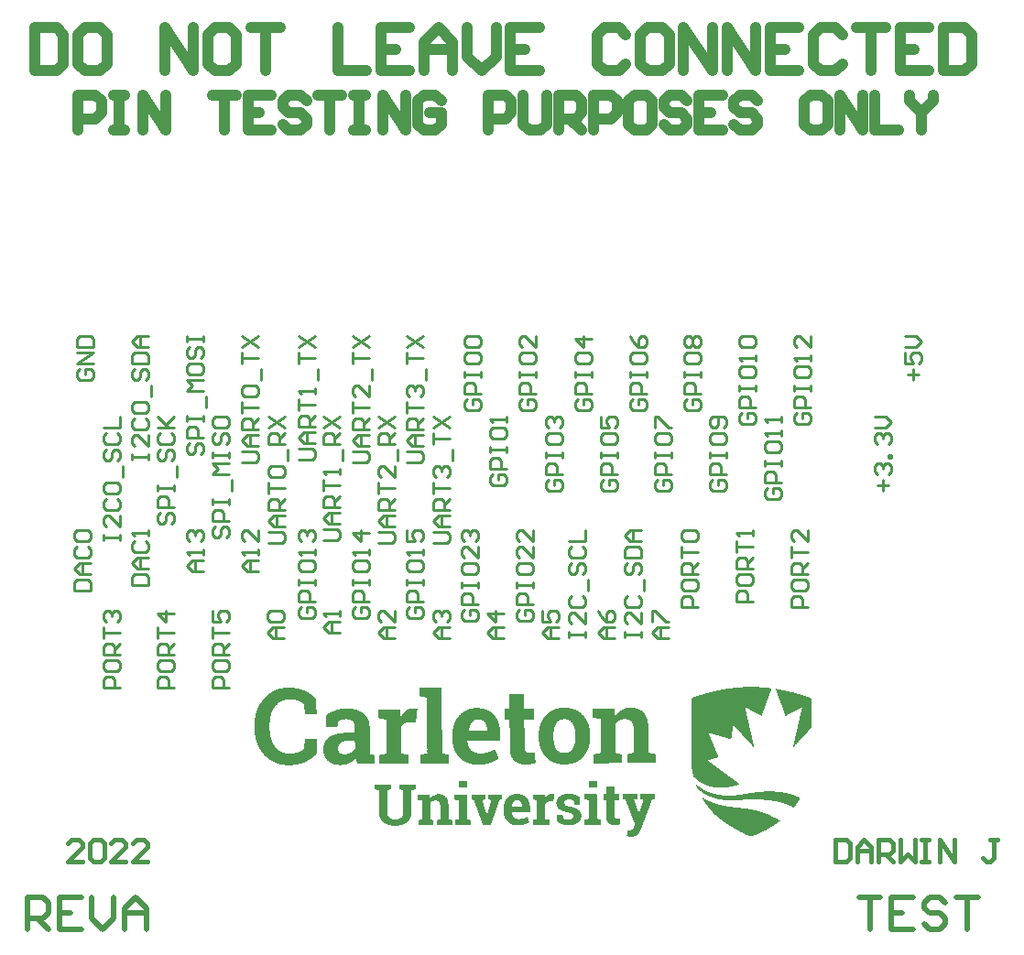
<source format=gbr>
G04*
G04 #@! TF.GenerationSoftware,Altium Limited,Altium Designer,22.11.1 (43)*
G04*
G04 Layer_Color=65535*
%FSLAX44Y44*%
%MOMM*%
G71*
G04*
G04 #@! TF.SameCoordinates,FC654CB9-28C8-48F1-B545-0E8A54867809*
G04*
G04*
G04 #@! TF.FilePolarity,Positive*
G04*
G01*
G75*
%ADD10C,1.0000*%
%ADD11C,0.2540*%
%ADD12C,0.4000*%
%ADD13C,0.5080*%
G36*
X499476Y255526D02*
X499507Y255435D01*
X499487Y255354D01*
X499507Y255212D01*
X499497Y254858D01*
X499517Y250166D01*
X499537Y242076D01*
X499577Y242036D01*
X508325Y242046D01*
X508365Y242026D01*
X508385Y241945D01*
X508365Y241884D01*
X508385Y240044D01*
X508396Y232571D01*
X508355Y232510D01*
X508264Y232500D01*
X506373Y232510D01*
X506312Y232490D01*
X499618Y232470D01*
X499547Y232399D01*
X499567Y228435D01*
X499598Y220860D01*
X499618Y214692D01*
X499638Y206420D01*
X499658Y205995D01*
X499679Y205793D01*
X499699Y205672D01*
X499719Y205490D01*
X499739Y205247D01*
X499759Y205125D01*
X499800Y204964D01*
X499820Y204842D01*
X499861Y204620D01*
X499911Y204448D01*
X499931Y204367D01*
X499952Y204266D01*
X500012Y204124D01*
X500043Y203993D01*
X500093Y203902D01*
X500113Y203821D01*
X500215Y203598D01*
X500376Y203295D01*
X500457Y203153D01*
X500498Y203113D01*
X500558Y203012D01*
X500599Y202971D01*
X500659Y202870D01*
X500700Y202830D01*
X500720Y202789D01*
X500821Y202688D01*
X500841Y202648D01*
X500902Y202607D01*
X500922Y202567D01*
X500953Y202537D01*
X500993Y202516D01*
X501034Y202456D01*
X501074Y202435D01*
X501155Y202355D01*
X501195Y202334D01*
X501307Y202243D01*
X501377Y202193D01*
X501418Y202152D01*
X501519Y202092D01*
X501661Y202011D01*
X501701Y201970D01*
X501802Y201930D01*
X501903Y201869D01*
X502005Y201829D01*
X502106Y201768D01*
X502217Y201738D01*
X502389Y201667D01*
X502470Y201647D01*
X502611Y201586D01*
X502692Y201566D01*
X502854Y201546D01*
X502955Y201505D01*
X503036Y201485D01*
X503440Y201444D01*
X503521Y201424D01*
X504047Y201384D01*
X505089Y201414D01*
X505433Y201434D01*
X505716Y201455D01*
X506140Y201475D01*
X506383Y201495D01*
X506646Y201535D01*
X507192Y201596D01*
X507354Y201637D01*
X507627Y201667D01*
X507779Y201697D01*
X507940Y201738D01*
X508214Y201768D01*
X508294Y201788D01*
X508436Y201829D01*
X508517Y201849D01*
X508729Y201879D01*
X508810Y201900D01*
X508881Y201910D01*
X508932Y201859D01*
X508952Y201596D01*
X508982Y201303D01*
X509002Y201202D01*
X509022Y201080D01*
X509043Y200898D01*
X509063Y200636D01*
X509124Y200271D01*
X509144Y200049D01*
X509164Y199806D01*
X509204Y199564D01*
X509235Y199291D01*
X509265Y198977D01*
X509306Y198734D01*
X509336Y198461D01*
X509366Y198148D01*
X509386Y198027D01*
X509407Y197925D01*
X509427Y197764D01*
X509447Y197481D01*
X509467Y197319D01*
X509488Y197197D01*
X509508Y197096D01*
X509528Y196914D01*
X509548Y196651D01*
X509569Y196489D01*
X509589Y196388D01*
X509609Y196267D01*
X509629Y196045D01*
X509650Y195802D01*
X509710Y195438D01*
X509730Y195195D01*
X509751Y194973D01*
X509771Y194851D01*
X509791Y194750D01*
X509811Y194588D01*
X509832Y194325D01*
X509852Y194143D01*
X509872Y194022D01*
X509892Y193921D01*
X509912Y193759D01*
X509933Y193476D01*
X509953Y193314D01*
X509973Y193213D01*
X509993Y193092D01*
X510014Y192910D01*
X510034Y192647D01*
X510074Y192384D01*
X510094Y192283D01*
X510104Y192131D01*
X510074Y192080D01*
X509993Y192060D01*
X509862Y192030D01*
X509761Y191989D01*
X509670Y191959D01*
X509488Y191919D01*
X509386Y191878D01*
X509306Y191858D01*
X509184Y191838D01*
X509043Y191777D01*
X508901Y191757D01*
X508709Y191686D01*
X508608Y191666D01*
X508487Y191646D01*
X508385Y191605D01*
X508304Y191585D01*
X508183Y191565D01*
X508082Y191544D01*
X507850Y191474D01*
X507657Y191443D01*
X507485Y191393D01*
X507405Y191373D01*
X507223Y191352D01*
X507162Y191332D01*
X507020Y191292D01*
X506879Y191271D01*
X506727Y191241D01*
X506646Y191221D01*
X506535Y191190D01*
X506282Y191160D01*
X506039Y191099D01*
X505837Y191079D01*
X505615Y191039D01*
X505513Y191019D01*
X505392Y190998D01*
X505190Y190978D01*
X505028Y190958D01*
X504927Y190938D01*
X504806Y190917D01*
X504533Y190887D01*
X504179Y190857D01*
X504057Y190837D01*
X503784Y190806D01*
X503521Y190786D01*
X503026Y190756D01*
X502844Y190735D01*
X502601Y190715D01*
X502075Y190695D01*
X499598Y190685D01*
X499537Y190705D01*
X498910Y190725D01*
X498849Y190746D01*
X498587Y190766D01*
X498506Y190786D01*
X498061Y190806D01*
X498000Y190826D01*
X497828Y190857D01*
X497666Y190877D01*
X497424Y190897D01*
X497322Y190917D01*
X497161Y190958D01*
X496888Y190988D01*
X496675Y191039D01*
X496594Y191059D01*
X496352Y191099D01*
X496271Y191120D01*
X496099Y191170D01*
X495886Y191201D01*
X495755Y191251D01*
X495674Y191271D01*
X495532Y191292D01*
X495391Y191352D01*
X495158Y191403D01*
X495047Y191453D01*
X494835Y191504D01*
X494804Y191534D01*
X494562Y191595D01*
X494420Y191656D01*
X494339Y191676D01*
X494157Y191757D01*
X494076Y191777D01*
X493894Y191858D01*
X493793Y191898D01*
X493652Y191959D01*
X493207Y192161D01*
X493166Y192181D01*
X492742Y192404D01*
X492377Y192606D01*
X492094Y192768D01*
X492054Y192808D01*
X491771Y192970D01*
X491730Y193011D01*
X491629Y193071D01*
X491589Y193112D01*
X491488Y193172D01*
X491093Y193466D01*
X491063Y193496D01*
X491022Y193516D01*
X490972Y193547D01*
X490962Y193577D01*
X490921Y193597D01*
X490810Y193688D01*
X490739Y193739D01*
X490678Y193799D01*
X490638Y193820D01*
X490537Y193921D01*
X490507Y193931D01*
X490486Y193971D01*
X490365Y194073D01*
X490254Y194184D01*
X490213Y194204D01*
X489718Y194699D01*
X489698Y194740D01*
X489536Y194902D01*
X489516Y194942D01*
X489485Y194973D01*
X489455Y194983D01*
X489435Y195023D01*
X489354Y195104D01*
X489334Y195145D01*
X489253Y195225D01*
X489232Y195266D01*
X489172Y195326D01*
X489151Y195367D01*
X489061Y195478D01*
X489010Y195549D01*
X488969Y195589D01*
X488949Y195630D01*
X488848Y195771D01*
X488828Y195812D01*
X488767Y195873D01*
X488707Y195974D01*
X488666Y196014D01*
X488605Y196115D01*
X488525Y196257D01*
X488484Y196297D01*
X488322Y196580D01*
X488282Y196621D01*
X488262Y196702D01*
X488201Y196763D01*
X488150Y196894D01*
X488100Y196945D01*
X488049Y197076D01*
X488019Y197106D01*
X487979Y197207D01*
X487918Y197309D01*
X487877Y197410D01*
X487695Y197794D01*
X487655Y197895D01*
X487614Y197936D01*
X487594Y198016D01*
X487554Y198118D01*
X487493Y198259D01*
X487453Y198360D01*
X487392Y198502D01*
X487372Y198583D01*
X487311Y198724D01*
X487291Y198805D01*
X487210Y198987D01*
X487180Y199119D01*
X487129Y199230D01*
X487109Y199311D01*
X487079Y199422D01*
X487028Y199533D01*
X486977Y199746D01*
X486927Y199857D01*
X486897Y200029D01*
X486836Y200191D01*
X486816Y200312D01*
X486795Y200413D01*
X486725Y200646D01*
X486694Y200838D01*
X486644Y201010D01*
X486623Y201091D01*
X486603Y201293D01*
X486583Y201353D01*
X486543Y201495D01*
X486522Y201697D01*
X486502Y201778D01*
X486472Y201889D01*
X486451Y201970D01*
X486411Y202334D01*
X486391Y202435D01*
X486371Y202516D01*
X486350Y202638D01*
X486310Y203042D01*
X486269Y203285D01*
X486249Y203447D01*
X486229Y203730D01*
X486209Y203993D01*
X486189Y204175D01*
X486168Y204337D01*
X486148Y204600D01*
X486128Y205186D01*
X486108Y205611D01*
X486087Y206278D01*
X486067Y208341D01*
X486047Y216573D01*
X486007Y232389D01*
X485966Y232429D01*
X481345Y232419D01*
X481284Y232459D01*
Y234381D01*
Y234401D01*
X481264Y234785D01*
X481254Y241894D01*
X481294Y241955D01*
X485915Y241985D01*
X485956Y242026D01*
X485976Y242167D01*
X485956Y245343D01*
X485946Y255485D01*
X485966Y255526D01*
X486047Y255546D01*
X486128Y255526D01*
X491184Y255546D01*
X499406Y255556D01*
X499476Y255526D01*
D02*
G37*
G36*
X283090Y261695D02*
X284091Y261664D01*
X284658Y261644D01*
X284981Y261624D01*
X285143Y261604D01*
X285325Y261583D01*
X285922Y261553D01*
X286124Y261533D01*
X286205Y261513D01*
X286549Y261472D01*
X286943Y261442D01*
X287145Y261401D01*
X287418Y261371D01*
X287712Y261341D01*
X287813Y261320D01*
X287894Y261300D01*
X288015Y261280D01*
X288237Y261260D01*
X288359Y261239D01*
X288440Y261219D01*
X288541Y261199D01*
X288814Y261169D01*
X289026Y261118D01*
X289107Y261098D01*
X289380Y261068D01*
X289704Y260987D01*
X289916Y260956D01*
X289997Y260936D01*
X290108Y260906D01*
X290189Y260886D01*
X290381Y260855D01*
X290462Y260835D01*
X290573Y260805D01*
X290654Y260784D01*
X290816Y260764D01*
X290917Y260724D01*
X291079Y260683D01*
X291241Y260663D01*
X291382Y260602D01*
X291575Y260572D01*
X291676Y260532D01*
X291787Y260501D01*
X291959Y260471D01*
X292090Y260420D01*
X292171Y260400D01*
X292323Y260370D01*
X292454Y260319D01*
X292535Y260299D01*
X292667Y260269D01*
X292778Y260218D01*
X292990Y260168D01*
X293102Y260117D01*
X293253Y260087D01*
X293354Y260046D01*
X293445Y260016D01*
X293557Y259986D01*
X293658Y259945D01*
X293749Y259915D01*
X293860Y259884D01*
X293971Y259834D01*
X294052Y259814D01*
X294163Y259783D01*
X294254Y259733D01*
X294386Y259702D01*
X294457Y259672D01*
X294558Y259632D01*
X294639Y259611D01*
X294821Y259530D01*
X294932Y259500D01*
X295104Y259429D01*
X295235Y259379D01*
X295266Y259348D01*
X295397Y259318D01*
X295609Y259227D01*
X295690Y259207D01*
X295731Y259166D01*
X295872Y259126D01*
X296095Y259025D01*
X296277Y258944D01*
X296378Y258903D01*
X296520Y258843D01*
X297187Y258539D01*
X297227Y258519D01*
X297773Y258256D01*
X297814Y258236D01*
X297915Y258175D01*
X298016Y258135D01*
X298117Y258074D01*
X298218Y258034D01*
X298259Y257993D01*
X298390Y257943D01*
X298522Y257872D01*
X298623Y257811D01*
X298724Y257771D01*
X298764Y257751D01*
X298886Y257670D01*
X298967Y257649D01*
X299027Y257589D01*
X299108Y257569D01*
X299230Y257488D01*
X299371Y257407D01*
X299675Y257245D01*
X299857Y257144D01*
X299897Y257103D01*
X299978Y257083D01*
X300039Y257022D01*
X300221Y256921D01*
X300504Y256760D01*
X300544Y256719D01*
X300827Y256557D01*
X300868Y256517D01*
X300929Y256497D01*
X301050Y256416D01*
X301090Y256396D01*
X301131Y256355D01*
X301171Y256335D01*
X301272Y256274D01*
X301313Y256234D01*
X301414Y256173D01*
X301556Y256092D01*
X301596Y256052D01*
X301697Y255991D01*
X301818Y255910D01*
X301859Y255890D01*
X301899Y255849D01*
X302001Y255789D01*
X302041Y255748D01*
X302142Y255688D01*
X302183Y255647D01*
X302284Y255587D01*
X302486Y255445D01*
X302526Y255425D01*
X302587Y255364D01*
X302688Y255303D01*
X302729Y255263D01*
X302769Y255243D01*
X302951Y255101D01*
X303345Y254808D01*
X303376Y254778D01*
X303416Y254757D01*
X303497Y254676D01*
X303598Y254616D01*
X303639Y254575D01*
X303679Y254555D01*
X303760Y254474D01*
X303801Y254454D01*
X303861Y254393D01*
X303902Y254373D01*
X303983Y254292D01*
X304023Y254272D01*
X304134Y254181D01*
X304205Y254130D01*
X304266Y254070D01*
X304306Y254049D01*
X304448Y253908D01*
X304488Y253888D01*
X304569Y253807D01*
X304610Y253787D01*
X304690Y253706D01*
X304731Y253685D01*
X304832Y253584D01*
X304872Y253564D01*
X305034Y253402D01*
X305075Y253382D01*
X305257Y253200D01*
X305287Y253190D01*
X305307Y253150D01*
X305338Y253119D01*
X305378Y253099D01*
X305560Y252917D01*
X305600Y252897D01*
X305985Y252512D01*
X306025Y252492D01*
X306359Y252158D01*
X306369Y252128D01*
X306409Y252108D01*
X306440Y252078D01*
X306460Y252037D01*
X306844Y251653D01*
X306865Y251612D01*
X307047Y251430D01*
X307067Y251390D01*
X307249Y251208D01*
X307259Y251178D01*
X307299Y251157D01*
X307370Y250985D01*
X307390Y244352D01*
X307411Y239356D01*
X307400Y237303D01*
X307320Y237283D01*
X298279Y237263D01*
X298218Y237243D01*
X297197Y237253D01*
X297086Y237243D01*
X297015Y237313D01*
X296995Y237394D01*
X296964Y237526D01*
X296934Y237799D01*
X296904Y237991D01*
X296884Y238072D01*
X296863Y238173D01*
X296843Y238335D01*
X296823Y238517D01*
X296803Y238638D01*
X296772Y238749D01*
X296752Y238891D01*
X296702Y239265D01*
X296681Y239346D01*
X296661Y239447D01*
X296641Y239649D01*
X296621Y239811D01*
X296580Y239973D01*
X296560Y240094D01*
X296540Y240317D01*
X296520Y240438D01*
X296499Y240519D01*
X296479Y240620D01*
X296459Y240742D01*
X296439Y240964D01*
X296418Y241065D01*
X296398Y241146D01*
X296378Y241247D01*
X296358Y241409D01*
X296338Y241591D01*
X296317Y241712D01*
X296277Y241874D01*
X296257Y242076D01*
X296236Y242238D01*
X296216Y242339D01*
X296196Y242420D01*
X296176Y242542D01*
X296155Y242724D01*
X296135Y242885D01*
X296095Y243047D01*
X296075Y243169D01*
X296054Y243391D01*
X296034Y243512D01*
X296014Y243613D01*
X295994Y243694D01*
X295963Y243967D01*
X295933Y244160D01*
X295893Y244321D01*
X295872Y244483D01*
X295852Y244685D01*
X295832Y244786D01*
X295812Y244867D01*
X295791Y244968D01*
X295751Y245333D01*
X295711Y245494D01*
X295690Y245616D01*
X295670Y245818D01*
X295630Y246061D01*
X295609Y246141D01*
X295589Y246263D01*
X295569Y246465D01*
X295498Y246576D01*
X295266Y246809D01*
X295225Y246829D01*
X295043Y247011D01*
X295003Y247031D01*
X294982Y247072D01*
X294942Y247092D01*
X294841Y247193D01*
X294800Y247213D01*
X294720Y247294D01*
X294679Y247315D01*
X294618Y247375D01*
X294578Y247395D01*
X294497Y247476D01*
X294406Y247527D01*
X294396Y247557D01*
X294356Y247577D01*
X294244Y247668D01*
X294133Y247739D01*
X294093Y247780D01*
X294052Y247800D01*
X293991Y247861D01*
X293890Y247921D01*
X293850Y247962D01*
X293749Y248022D01*
X293557Y248154D01*
X293486Y248184D01*
X293425Y248245D01*
X293142Y248407D01*
X293102Y248447D01*
X293000Y248488D01*
X292940Y248548D01*
X292859Y248568D01*
X292798Y248629D01*
X292667Y248680D01*
X292616Y248730D01*
X292485Y248781D01*
X292434Y248832D01*
X292353Y248852D01*
X292232Y248933D01*
X292131Y248973D01*
X292090Y249014D01*
X291929Y249074D01*
X291888Y249115D01*
X291807Y249135D01*
X291706Y249195D01*
X291605Y249236D01*
X291160Y249438D01*
X291099Y249458D01*
X290958Y249519D01*
X290735Y249620D01*
X290624Y249651D01*
X290594Y249681D01*
X290452Y249721D01*
X290270Y249802D01*
X290108Y249843D01*
X290068Y249883D01*
X289987Y249903D01*
X289855Y249934D01*
X289683Y250005D01*
X289552Y250035D01*
X289441Y250085D01*
X289360Y250106D01*
X289239Y250126D01*
X289097Y250187D01*
X288864Y250237D01*
X288733Y250288D01*
X288541Y250318D01*
X288440Y250358D01*
X288359Y250379D01*
X288116Y250419D01*
X287944Y250470D01*
X287863Y250490D01*
X287661Y250510D01*
X287600Y250530D01*
X287459Y250571D01*
X287317Y250591D01*
X287085Y250621D01*
X286973Y250652D01*
X286690Y250692D01*
X286448Y250712D01*
X286387Y250733D01*
X286245Y250753D01*
X286164Y250773D01*
X285730Y250803D01*
X285568Y250824D01*
X285295Y250854D01*
X285093Y250874D01*
X284375Y250905D01*
X284010Y250925D01*
X283485Y250945D01*
X282726Y250955D01*
X282666Y250935D01*
X281836Y250915D01*
X281776Y250894D01*
X281017Y250864D01*
X280835Y250844D01*
X280420Y250793D01*
X280087Y250763D01*
X279885Y250723D01*
X279763Y250702D01*
X279561Y250682D01*
X279338Y250642D01*
X279258Y250621D01*
X279136Y250601D01*
X278974Y250581D01*
X278873Y250561D01*
X278792Y250541D01*
X278681Y250510D01*
X278388Y250459D01*
X278216Y250409D01*
X278074Y250389D01*
X277963Y250358D01*
X277832Y250308D01*
X277640Y250278D01*
X277539Y250237D01*
X277427Y250207D01*
X277296Y250176D01*
X277195Y250136D01*
X277083Y250106D01*
X276952Y250075D01*
X276841Y250025D01*
X276760Y250005D01*
X276649Y249974D01*
X276537Y249924D01*
X276376Y249883D01*
X276234Y249823D01*
X276103Y249772D01*
X275991Y249721D01*
X275880Y249691D01*
X275708Y249620D01*
X275486Y249519D01*
X275405Y249499D01*
X275304Y249438D01*
X275223Y249418D01*
X275182Y249398D01*
X275081Y249337D01*
X275000Y249317D01*
X274879Y249236D01*
X274768Y249206D01*
X274717Y249155D01*
X274636Y249135D01*
X274535Y249074D01*
X274434Y249034D01*
X274394Y249014D01*
X274353Y248973D01*
X274252Y248933D01*
X274212Y248912D01*
X274110Y248852D01*
X273827Y248690D01*
X273645Y248589D01*
X273504Y248508D01*
X273463Y248467D01*
X273322Y248386D01*
X273099Y248245D01*
X273059Y248225D01*
X272998Y248164D01*
X272897Y248103D01*
X272755Y248002D01*
X272502Y247830D01*
X272472Y247800D01*
X272432Y247780D01*
X272320Y247689D01*
X272199Y247608D01*
X272169Y247577D01*
X272128Y247557D01*
X272068Y247497D01*
X272027Y247476D01*
X271946Y247395D01*
X271906Y247375D01*
X271845Y247315D01*
X271805Y247294D01*
X271693Y247203D01*
X271663Y247173D01*
X271623Y247153D01*
X271481Y247011D01*
X271441Y246991D01*
X271339Y246890D01*
X271299Y246870D01*
X271279Y246829D01*
X271238Y246809D01*
X271056Y246627D01*
X271016Y246607D01*
X270237Y245828D01*
X270217Y245788D01*
X270035Y245606D01*
X270015Y245565D01*
X269853Y245403D01*
X269833Y245363D01*
X269752Y245282D01*
X269732Y245242D01*
X269651Y245161D01*
X269631Y245120D01*
X269550Y245039D01*
X269529Y244999D01*
X269469Y244938D01*
X269449Y244898D01*
X269368Y244817D01*
X269347Y244776D01*
X269266Y244695D01*
X269246Y244655D01*
X269105Y244473D01*
X269014Y244362D01*
X268943Y244251D01*
X268902Y244210D01*
X268842Y244109D01*
X268801Y244069D01*
X268741Y243967D01*
X268700Y243927D01*
X268640Y243826D01*
X268599Y243785D01*
X268538Y243684D01*
X268407Y243492D01*
X268195Y243158D01*
X268174Y243118D01*
X268114Y243057D01*
X268073Y242956D01*
X268013Y242896D01*
X267992Y242835D01*
X267911Y242713D01*
X267851Y242612D01*
X267770Y242471D01*
X267729Y242430D01*
X267709Y242349D01*
X267649Y242289D01*
X267608Y242188D01*
X267588Y242147D01*
X267547Y242107D01*
X267365Y241763D01*
X267264Y241581D01*
X267062Y241196D01*
X267042Y241136D01*
X266981Y241035D01*
X266941Y240934D01*
X266738Y240509D01*
X266637Y240286D01*
X266617Y240246D01*
X266455Y239882D01*
X266354Y239660D01*
X266334Y239579D01*
X266273Y239477D01*
X266243Y239366D01*
X266152Y239154D01*
X266132Y239073D01*
X266091Y239032D01*
X266061Y238901D01*
X265970Y238689D01*
X265940Y238577D01*
X265889Y238466D01*
X265869Y238385D01*
X265788Y238183D01*
X265747Y238021D01*
X265687Y237880D01*
X265656Y237748D01*
X265606Y237637D01*
X265585Y237556D01*
X265555Y237445D01*
X265505Y237334D01*
X265454Y237121D01*
X265403Y236990D01*
X265353Y236777D01*
X265302Y236646D01*
X265282Y236504D01*
X265232Y236373D01*
X265201Y236262D01*
X265171Y236090D01*
X265131Y235989D01*
X265110Y235908D01*
X265090Y235786D01*
X265070Y235706D01*
X265019Y235534D01*
X264999Y235453D01*
X264979Y235271D01*
X264938Y235170D01*
X264898Y235008D01*
X264878Y234826D01*
X264837Y234725D01*
X264817Y234583D01*
X264797Y234502D01*
X264767Y234310D01*
X264736Y234199D01*
X264716Y234118D01*
X264686Y233865D01*
X264645Y233703D01*
X264625Y233602D01*
X264605Y233400D01*
X264584Y233279D01*
X264564Y233177D01*
X264544Y233097D01*
X264514Y232824D01*
X264463Y232510D01*
X264443Y232409D01*
X264423Y232227D01*
X264402Y231964D01*
X264362Y231701D01*
X264342Y231580D01*
X264321Y231317D01*
X264281Y230851D01*
X264261Y230690D01*
X264241Y230487D01*
X264220Y230083D01*
X264200Y229699D01*
X264180Y229436D01*
X264160Y229153D01*
X264139Y228708D01*
X264129Y223459D01*
X264150Y223399D01*
X264170Y222630D01*
X264190Y222569D01*
X264261Y221285D01*
X264281Y221164D01*
X264301Y220962D01*
X264321Y220638D01*
X264342Y220395D01*
X264382Y220132D01*
X264412Y219859D01*
X264443Y219546D01*
X264463Y219424D01*
X264483Y219344D01*
X264514Y219070D01*
X264544Y218838D01*
X264564Y218737D01*
X264584Y218656D01*
X264615Y218383D01*
X264645Y218211D01*
X264686Y218049D01*
X264716Y217776D01*
X264736Y217695D01*
X264767Y217584D01*
X264787Y217503D01*
X264847Y217139D01*
X264878Y217028D01*
X264898Y216947D01*
X264928Y216735D01*
X264979Y216563D01*
X264999Y216482D01*
X265019Y216320D01*
X265060Y216219D01*
X265080Y216138D01*
X265100Y215996D01*
X265120Y215915D01*
X265161Y215814D01*
X265181Y215733D01*
X265201Y215592D01*
X265252Y215460D01*
X265282Y215349D01*
X265312Y215198D01*
X265353Y215096D01*
X265383Y214985D01*
X265414Y214833D01*
X265464Y214722D01*
X265515Y214490D01*
X265565Y214378D01*
X265585Y214297D01*
X265616Y214186D01*
X265666Y214075D01*
X265697Y213923D01*
X265768Y213751D01*
X265798Y213620D01*
X265869Y213448D01*
X265899Y213337D01*
X265970Y213165D01*
X266000Y213054D01*
X266031Y213023D01*
X266071Y212882D01*
X266091Y212801D01*
X266132Y212760D01*
X266152Y212680D01*
X266202Y212548D01*
X266253Y212437D01*
X266283Y212325D01*
X266354Y212194D01*
X266384Y212083D01*
X266455Y211951D01*
X266486Y211840D01*
X266516Y211810D01*
X266556Y211709D01*
X266577Y211628D01*
X266617Y211587D01*
X266688Y211395D01*
X266718Y211365D01*
X266789Y211173D01*
X266819Y211142D01*
X266880Y210981D01*
X266920Y210940D01*
X266941Y210859D01*
X267001Y210758D01*
X267042Y210657D01*
X267102Y210556D01*
X267143Y210455D01*
X267204Y210354D01*
X267244Y210252D01*
X267264Y210212D01*
X267305Y210172D01*
X267355Y210040D01*
X267406Y209989D01*
X267456Y209858D01*
X267507Y209807D01*
X267558Y209676D01*
X267608Y209625D01*
X267628Y209545D01*
X267709Y209423D01*
X267770Y209322D01*
X267871Y209140D01*
X267911Y209100D01*
X267932Y209019D01*
X267992Y208958D01*
X268154Y208675D01*
X268195Y208634D01*
X268255Y208533D01*
X268336Y208392D01*
X268377Y208351D01*
X268437Y208250D01*
X268518Y208129D01*
X268538Y208088D01*
X268579Y208048D01*
X268640Y207947D01*
X268680Y207906D01*
X268741Y207805D01*
X268842Y207664D01*
X268983Y207461D01*
X269004Y207421D01*
X269064Y207360D01*
X269084Y207320D01*
X269145Y207259D01*
X269165Y207219D01*
X269256Y207108D01*
X269327Y206996D01*
X269368Y206956D01*
X269388Y206915D01*
X269469Y206835D01*
X269489Y206794D01*
X269550Y206733D01*
X269570Y206693D01*
X269631Y206632D01*
X269651Y206592D01*
X269701Y206521D01*
X269732Y206511D01*
X269752Y206470D01*
X269853Y206369D01*
X269873Y206329D01*
X269954Y206248D01*
X269974Y206208D01*
X270116Y206066D01*
X270136Y206026D01*
X270257Y205904D01*
X270278Y205864D01*
X270541Y205601D01*
X270551Y205570D01*
X270591Y205550D01*
X270642Y205500D01*
X270662Y205459D01*
X270723Y205419D01*
X270743Y205378D01*
X270773Y205348D01*
X270814Y205328D01*
X270854Y205267D01*
X270895Y205247D01*
X270945Y205196D01*
X270955Y205166D01*
X270996Y205146D01*
X271026Y205115D01*
X271036Y205085D01*
X271077Y205065D01*
X271279Y204862D01*
X271319Y204842D01*
X271461Y204701D01*
X271501Y204681D01*
X271602Y204579D01*
X271643Y204559D01*
X271724Y204478D01*
X271764Y204458D01*
X271845Y204377D01*
X271886Y204357D01*
X271966Y204276D01*
X272007Y204256D01*
X272088Y204175D01*
X272128Y204155D01*
X272189Y204094D01*
X272229Y204074D01*
X272280Y204043D01*
X272290Y204013D01*
X272331Y203993D01*
X272442Y203902D01*
X272998Y203507D01*
X273038Y203487D01*
X273079Y203447D01*
X273119Y203427D01*
X273221Y203366D01*
X273261Y203326D01*
X273362Y203265D01*
X273504Y203184D01*
X273625Y203103D01*
X273665Y203083D01*
X273706Y203042D01*
X273837Y202992D01*
X273888Y202941D01*
X274029Y202860D01*
X274212Y202759D01*
X274313Y202719D01*
X274353Y202698D01*
X274394Y202658D01*
X274525Y202607D01*
X274576Y202557D01*
X274656Y202537D01*
X274757Y202476D01*
X274859Y202435D01*
X274960Y202375D01*
X275061Y202334D01*
X275122Y202314D01*
X275162Y202274D01*
X275243Y202253D01*
X275465Y202152D01*
X275567Y202112D01*
X275708Y202051D01*
X275809Y202011D01*
X275951Y201950D01*
X276032Y201930D01*
X276214Y201849D01*
X276295Y201829D01*
X276436Y201768D01*
X276517Y201748D01*
X276699Y201667D01*
X276821Y201647D01*
X276962Y201586D01*
X277043Y201566D01*
X277154Y201535D01*
X277265Y201485D01*
X277407Y201465D01*
X277539Y201414D01*
X277650Y201384D01*
X277731Y201364D01*
X277852Y201343D01*
X277953Y201303D01*
X278034Y201283D01*
X278206Y201252D01*
X278287Y201232D01*
X278378Y201202D01*
X278459Y201182D01*
X278661Y201161D01*
X278762Y201121D01*
X278843Y201101D01*
X278985Y201080D01*
X279177Y201050D01*
X279258Y201030D01*
X279359Y201010D01*
X279480Y200989D01*
X279682Y200969D01*
X279925Y200929D01*
X280026Y200909D01*
X280228Y200888D01*
X280491Y200868D01*
X280906Y200818D01*
X281108Y200797D01*
X281826Y200767D01*
X283070Y200737D01*
X283394Y200757D01*
X284354Y200787D01*
X284799Y200807D01*
X285002Y200828D01*
X285275Y200858D01*
X285416Y200878D01*
X285851Y200909D01*
X285972Y200929D01*
X286053Y200949D01*
X286326Y200979D01*
X286579Y201010D01*
X286680Y201030D01*
X286761Y201050D01*
X286882Y201070D01*
X287064Y201091D01*
X287186Y201111D01*
X287348Y201151D01*
X287449Y201171D01*
X287610Y201192D01*
X287712Y201212D01*
X287883Y201262D01*
X288177Y201313D01*
X288268Y201343D01*
X288349Y201364D01*
X288521Y201394D01*
X288753Y201465D01*
X288905Y201495D01*
X289137Y201566D01*
X289259Y201586D01*
X289400Y201647D01*
X289613Y201697D01*
X289744Y201748D01*
X289825Y201768D01*
X289936Y201798D01*
X290048Y201849D01*
X290169Y201869D01*
X290351Y201950D01*
X290472Y201970D01*
X290513Y202011D01*
X290654Y202051D01*
X290735Y202071D01*
X290917Y202152D01*
X290998Y202173D01*
X291180Y202253D01*
X291241Y202274D01*
X291605Y202435D01*
X291736Y202486D01*
X291767Y202516D01*
X291848Y202537D01*
X292070Y202638D01*
X292111Y202658D01*
X292212Y202719D01*
X292343Y202769D01*
X292394Y202820D01*
X292505Y202850D01*
X292555Y202901D01*
X292687Y202951D01*
X292818Y203022D01*
X292859Y203042D01*
X292980Y203123D01*
X293041Y203143D01*
X293081Y203184D01*
X293263Y203285D01*
X293405Y203366D01*
X293445Y203406D01*
X293506Y203427D01*
X293627Y203507D01*
X293668Y203528D01*
X293708Y203568D01*
X293749Y203588D01*
X293951Y203730D01*
X293991Y203750D01*
X294032Y203791D01*
X294133Y203851D01*
X294174Y203892D01*
X294214Y203912D01*
X294275Y203973D01*
X294376Y204033D01*
X294416Y204074D01*
X294457Y204094D01*
X294538Y204175D01*
X294578Y204195D01*
X294659Y204276D01*
X294699Y204296D01*
X294760Y204357D01*
X294800Y204377D01*
X294881Y204458D01*
X294922Y204478D01*
X295043Y204600D01*
X295074Y204610D01*
X295094Y204650D01*
X295165Y204701D01*
X295579Y205115D01*
X295599Y205156D01*
X295660Y205196D01*
X295680Y205277D01*
X295711Y205490D01*
X295731Y205570D01*
X295751Y205672D01*
X295771Y205854D01*
X295791Y206056D01*
X295812Y206157D01*
X295832Y206238D01*
X295852Y206339D01*
X295872Y206541D01*
X295893Y206723D01*
X295913Y206804D01*
X295953Y207006D01*
X295973Y207229D01*
X296014Y207472D01*
X296034Y207552D01*
X296064Y207826D01*
X296095Y208038D01*
X296115Y208119D01*
X296135Y208220D01*
X296166Y208493D01*
X296196Y208685D01*
X296216Y208786D01*
X296236Y208867D01*
X296257Y209069D01*
X296277Y209251D01*
X296297Y209352D01*
X296317Y209433D01*
X296338Y209555D01*
X296358Y209757D01*
X296378Y209919D01*
X296398Y210020D01*
X296418Y210101D01*
X296439Y210222D01*
X296459Y210424D01*
X296479Y210586D01*
X296520Y210748D01*
X296550Y211021D01*
X296580Y211233D01*
X296600Y211314D01*
X296621Y211415D01*
X296641Y211577D01*
X296661Y211779D01*
X296681Y211901D01*
X296702Y211982D01*
X296722Y212083D01*
X296762Y212447D01*
X296782Y212548D01*
X296803Y212629D01*
X296823Y212750D01*
X296843Y212952D01*
X296863Y213114D01*
X296884Y213215D01*
X296904Y213296D01*
X296924Y213418D01*
X296944Y213620D01*
X296964Y213782D01*
X296985Y213863D01*
X297005Y213964D01*
X297025Y214085D01*
X297045Y214307D01*
X297066Y214429D01*
X297106Y214490D01*
X297187Y214510D01*
X301030Y214530D01*
X305843Y214550D01*
X307441Y214530D01*
X307471Y214500D01*
X307491Y213691D01*
X307502Y208179D01*
X307491Y208149D01*
X307512Y208088D01*
X307491Y200727D01*
X307411Y200646D01*
X307390Y200605D01*
X307229Y200443D01*
X307208Y200403D01*
X307067Y200261D01*
X307047Y200221D01*
X306925Y200100D01*
X306905Y200059D01*
X306723Y199877D01*
X306713Y199847D01*
X306672Y199827D01*
X306642Y199796D01*
X306622Y199756D01*
X305954Y199088D01*
X305944Y199058D01*
X305904Y199038D01*
X305600Y198734D01*
X305570Y198724D01*
X305550Y198684D01*
X305520Y198654D01*
X305479Y198633D01*
X305216Y198370D01*
X305176Y198350D01*
X305075Y198249D01*
X305034Y198229D01*
X304872Y198067D01*
X304832Y198047D01*
X304670Y197885D01*
X304630Y197865D01*
X304549Y197784D01*
X304508Y197764D01*
X304428Y197683D01*
X304387Y197663D01*
X304306Y197582D01*
X304266Y197561D01*
X304185Y197481D01*
X304144Y197460D01*
X304063Y197379D01*
X304023Y197359D01*
X304003Y197319D01*
X303962Y197298D01*
X303851Y197207D01*
X303780Y197157D01*
X303740Y197116D01*
X303699Y197096D01*
X303649Y197066D01*
X303629Y197025D01*
X303528Y196965D01*
X303517Y196934D01*
X303477Y196914D01*
X303366Y196823D01*
X303254Y196752D01*
X303214Y196712D01*
X303174Y196692D01*
X303093Y196611D01*
X302992Y196550D01*
X302951Y196510D01*
X302911Y196489D01*
X302870Y196449D01*
X302830Y196429D01*
X302719Y196338D01*
X302607Y196267D01*
X302567Y196227D01*
X302466Y196166D01*
X302425Y196125D01*
X302324Y196065D01*
X302041Y195862D01*
X301788Y195690D01*
X301616Y195579D01*
X301394Y195438D01*
X301353Y195417D01*
X301293Y195357D01*
X301232Y195337D01*
X301192Y195296D01*
X301151Y195276D01*
X301010Y195195D01*
X300969Y195155D01*
X300908Y195134D01*
X300868Y195094D01*
X300726Y195013D01*
X300686Y194973D01*
X300605Y194952D01*
X300544Y194892D01*
X300362Y194790D01*
X300079Y194629D01*
X300039Y194588D01*
X299958Y194568D01*
X299917Y194528D01*
X299877Y194507D01*
X299735Y194426D01*
X299189Y194123D01*
X298461Y193739D01*
X298360Y193698D01*
X298259Y193638D01*
X298158Y193597D01*
X297531Y193294D01*
X297490Y193274D01*
X297146Y193112D01*
X296702Y192910D01*
X296520Y192829D01*
X296439Y192808D01*
X296398Y192768D01*
X296206Y192697D01*
X296115Y192647D01*
X296004Y192616D01*
X295872Y192546D01*
X295741Y192515D01*
X295711Y192485D01*
X295609Y192444D01*
X295498Y192414D01*
X295407Y192363D01*
X295326Y192343D01*
X295225Y192303D01*
X295084Y192242D01*
X294972Y192212D01*
X294942Y192181D01*
X294780Y192141D01*
X294598Y192060D01*
X294467Y192030D01*
X294376Y191979D01*
X294295Y191959D01*
X294184Y191929D01*
X294072Y191878D01*
X293991Y191858D01*
X293880Y191828D01*
X293769Y191777D01*
X293688Y191757D01*
X293577Y191726D01*
X293466Y191676D01*
X293284Y191635D01*
X293142Y191575D01*
X292990Y191544D01*
X292889Y191504D01*
X292798Y191474D01*
X292647Y191443D01*
X292535Y191393D01*
X292394Y191373D01*
X292201Y191302D01*
X291999Y191261D01*
X291918Y191241D01*
X291787Y191190D01*
X291645Y191170D01*
X291382Y191089D01*
X291190Y191059D01*
X291089Y191019D01*
X291008Y190998D01*
X290887Y190978D01*
X290786Y190958D01*
X290614Y190907D01*
X290472Y190887D01*
X290260Y190837D01*
X290149Y190806D01*
X289855Y190756D01*
X289694Y190715D01*
X289572Y190695D01*
X289410Y190675D01*
X289309Y190655D01*
X289198Y190624D01*
X289117Y190604D01*
X288844Y190574D01*
X288682Y190533D01*
X288561Y190513D01*
X288359Y190493D01*
X288237Y190473D01*
X288136Y190452D01*
X288055Y190432D01*
X287509Y190371D01*
X287428Y190351D01*
X287307Y190331D01*
X287145Y190311D01*
X286882Y190291D01*
X286700Y190270D01*
X286599Y190250D01*
X286326Y190220D01*
X286063Y190200D01*
X285689Y190169D01*
X285416Y190139D01*
X285275Y190119D01*
X284516Y190088D01*
X284273Y190068D01*
X283990Y190048D01*
X283505Y190028D01*
X280663Y190018D01*
X280602Y190038D01*
X279996Y190058D01*
X279935Y190078D01*
X279318Y190109D01*
X278934Y190129D01*
X278711Y190149D01*
X278590Y190169D01*
X278428Y190189D01*
X277882Y190230D01*
X277761Y190250D01*
X277660Y190270D01*
X277498Y190291D01*
X277255Y190311D01*
X277073Y190331D01*
X276972Y190351D01*
X276891Y190371D01*
X276618Y190402D01*
X276406Y190432D01*
X276305Y190452D01*
X276224Y190473D01*
X275951Y190503D01*
X275739Y190553D01*
X275658Y190574D01*
X275496Y190594D01*
X275273Y190634D01*
X275112Y190675D01*
X274848Y190715D01*
X274768Y190735D01*
X274656Y190766D01*
X274576Y190786D01*
X274383Y190816D01*
X274212Y190867D01*
X274131Y190887D01*
X273949Y190907D01*
X273807Y190968D01*
X273615Y190998D01*
X273382Y191069D01*
X273241Y191089D01*
X273109Y191140D01*
X272998Y191170D01*
X272816Y191211D01*
X272715Y191251D01*
X272634Y191271D01*
X272502Y191302D01*
X272401Y191342D01*
X272290Y191373D01*
X272169Y191393D01*
X272027Y191453D01*
X271946Y191474D01*
X271835Y191504D01*
X271724Y191555D01*
X271542Y191595D01*
X271400Y191656D01*
X271289Y191686D01*
X271218Y191716D01*
X271117Y191757D01*
X270996Y191777D01*
X270814Y191858D01*
X270702Y191888D01*
X270611Y191939D01*
X270480Y191969D01*
X270268Y192060D01*
X270187Y192080D01*
X270045Y192141D01*
X269914Y192192D01*
X269883Y192222D01*
X269722Y192262D01*
X269620Y192323D01*
X269540Y192343D01*
X269438Y192384D01*
X269297Y192444D01*
X269074Y192546D01*
X268892Y192626D01*
X268761Y192677D01*
X268731Y192707D01*
X268650Y192728D01*
X268387Y192849D01*
X268346Y192869D01*
X268306Y192910D01*
X268195Y192940D01*
X268063Y193011D01*
X267962Y193051D01*
X267861Y193112D01*
X267760Y193152D01*
X267719Y193193D01*
X267558Y193253D01*
X267517Y193294D01*
X267386Y193344D01*
X267295Y193395D01*
X267153Y193476D01*
X267052Y193516D01*
X267011Y193537D01*
X266971Y193577D01*
X266840Y193628D01*
X266789Y193678D01*
X266658Y193729D01*
X266627Y193759D01*
X266263Y193961D01*
X266122Y194042D01*
X265940Y194143D01*
X265899Y194184D01*
X265818Y194204D01*
X265758Y194265D01*
X265474Y194426D01*
X265434Y194467D01*
X265333Y194507D01*
X265272Y194568D01*
X265211Y194588D01*
X265070Y194689D01*
X265029Y194710D01*
X264989Y194750D01*
X264706Y194912D01*
X264665Y194952D01*
X264564Y195013D01*
X264524Y195054D01*
X264423Y195114D01*
X264382Y195155D01*
X264281Y195215D01*
X264139Y195296D01*
X264079Y195357D01*
X264038Y195377D01*
X263998Y195417D01*
X263958Y195438D01*
X263765Y195569D01*
X263715Y195620D01*
X263674Y195640D01*
X263351Y195883D01*
X263310Y195923D01*
X263209Y195984D01*
X263169Y196024D01*
X263067Y196085D01*
X263007Y196146D01*
X262966Y196166D01*
X262906Y196227D01*
X262865Y196247D01*
X262805Y196307D01*
X262764Y196328D01*
X262653Y196419D01*
X262582Y196469D01*
X262542Y196510D01*
X262501Y196530D01*
X262420Y196611D01*
X262380Y196631D01*
X262299Y196712D01*
X262259Y196732D01*
X262198Y196793D01*
X262157Y196813D01*
X262137Y196833D01*
X262127Y196843D01*
X262076Y196894D01*
X262036Y196914D01*
X261955Y196995D01*
X261915Y197015D01*
X261753Y197177D01*
X261712Y197197D01*
X261632Y197278D01*
X261591Y197298D01*
X261510Y197379D01*
X261470Y197400D01*
X261369Y197501D01*
X261328Y197521D01*
X261288Y197582D01*
X261247Y197602D01*
X261065Y197784D01*
X261025Y197804D01*
X260762Y198067D01*
X260721Y198087D01*
X260691Y198118D01*
X260681Y198148D01*
X260641Y198168D01*
X260378Y198431D01*
X260337Y198451D01*
X259660Y199129D01*
X259639Y199169D01*
X259437Y199371D01*
X259427Y199402D01*
X259387Y199422D01*
X259356Y199452D01*
X259336Y199493D01*
X259073Y199756D01*
X259053Y199796D01*
X258871Y199978D01*
X258861Y200009D01*
X258820Y200029D01*
X258790Y200059D01*
X258770Y200100D01*
X258669Y200201D01*
X258659Y200231D01*
X258618Y200251D01*
X258568Y200322D01*
X258507Y200383D01*
X258487Y200423D01*
X258406Y200504D01*
X258386Y200544D01*
X258284Y200646D01*
X258264Y200686D01*
X258123Y200828D01*
X258102Y200868D01*
X258022Y200949D01*
X258001Y200989D01*
X257941Y201050D01*
X257920Y201091D01*
X257829Y201202D01*
X257799Y201232D01*
X257779Y201273D01*
X257738Y201293D01*
X257718Y201333D01*
X257637Y201414D01*
X257617Y201455D01*
X257526Y201566D01*
X257475Y201637D01*
X257435Y201677D01*
X257415Y201718D01*
X257334Y201798D01*
X257273Y201900D01*
X257233Y201940D01*
X257212Y201980D01*
X257152Y202041D01*
X257132Y202082D01*
X257041Y202193D01*
X256990Y202264D01*
X256950Y202304D01*
X256889Y202405D01*
X256848Y202446D01*
X256788Y202547D01*
X256747Y202587D01*
X256727Y202628D01*
X256666Y202688D01*
X256606Y202789D01*
X256565Y202830D01*
X256505Y202931D01*
X256464Y202971D01*
X256403Y203073D01*
X256363Y203113D01*
X256302Y203214D01*
X256100Y203497D01*
X256019Y203639D01*
X255979Y203679D01*
X255918Y203780D01*
X255878Y203821D01*
X255857Y203882D01*
X255817Y203922D01*
X255797Y203962D01*
X255524Y204377D01*
X255220Y204862D01*
X255160Y204984D01*
X255129Y205014D01*
X255028Y205196D01*
X254947Y205338D01*
X254907Y205378D01*
X254887Y205459D01*
X254826Y205520D01*
X254775Y205651D01*
X254725Y205702D01*
X254684Y205803D01*
X254603Y205924D01*
X254583Y205985D01*
X254543Y206026D01*
X254492Y206157D01*
X254442Y206208D01*
X254391Y206339D01*
X254361Y206369D01*
X254340Y206410D01*
X254320Y206470D01*
X254260Y206572D01*
X254158Y206754D01*
X254118Y206855D01*
X254098Y206895D01*
X254057Y206936D01*
X253997Y207097D01*
X253956Y207138D01*
X253896Y207300D01*
X253855Y207340D01*
X253794Y207502D01*
X253754Y207542D01*
X253724Y207654D01*
X253633Y207805D01*
X253612Y207886D01*
X253552Y207987D01*
X253501Y208119D01*
X253471Y208149D01*
X253451Y208230D01*
X253147Y208897D01*
X253127Y208978D01*
X253087Y209019D01*
X253016Y209211D01*
X252965Y209322D01*
X252935Y209433D01*
X252904Y209464D01*
X252864Y209565D01*
X252834Y209676D01*
X252803Y209706D01*
X252763Y209848D01*
X252682Y210030D01*
X252662Y210111D01*
X252581Y210293D01*
X252551Y210404D01*
X252480Y210576D01*
X252460Y210657D01*
X252439Y210697D01*
X252379Y210839D01*
X252358Y210960D01*
X252318Y211001D01*
X252278Y211142D01*
X252247Y211254D01*
X252217Y211284D01*
X252187Y211395D01*
X252166Y211496D01*
X252096Y211668D01*
X252065Y211800D01*
X252015Y211911D01*
X251994Y211992D01*
X251964Y212103D01*
X251893Y212275D01*
X251873Y212416D01*
X251812Y212558D01*
X251762Y212771D01*
X251711Y212902D01*
X251661Y213114D01*
X251610Y213246D01*
X251580Y213418D01*
X251539Y213519D01*
X251509Y213630D01*
X251479Y213782D01*
X251438Y213883D01*
X251418Y213964D01*
X251378Y214186D01*
X251337Y214287D01*
X251317Y214389D01*
X251297Y214510D01*
X251276Y214591D01*
X251236Y214692D01*
X251216Y214813D01*
X251185Y215005D01*
X251145Y215107D01*
X251125Y215248D01*
X251105Y215329D01*
X251084Y215450D01*
X251044Y215551D01*
X250993Y215885D01*
X250973Y215966D01*
X250943Y216077D01*
X250923Y216219D01*
X250892Y216391D01*
X250862Y216502D01*
X250842Y216583D01*
X250791Y216957D01*
X250761Y217068D01*
X250690Y217564D01*
X250660Y217675D01*
X250619Y218079D01*
X250599Y218160D01*
X250569Y218292D01*
X250538Y218565D01*
X250508Y218858D01*
X250467Y219060D01*
X250447Y219242D01*
X250407Y219728D01*
X250366Y219970D01*
X250346Y220233D01*
X250326Y220577D01*
X250306Y220779D01*
X250285Y220941D01*
X250265Y221164D01*
X250245Y221528D01*
X250225Y222013D01*
X250205Y222377D01*
X250184Y222600D01*
X250164Y223065D01*
X250144Y224966D01*
X250134Y227848D01*
X250154Y227909D01*
X250174Y229284D01*
X250194Y229345D01*
X250225Y229901D01*
X250245Y230346D01*
X250265Y230730D01*
X250316Y231185D01*
X250366Y231842D01*
X250407Y232106D01*
X250427Y232288D01*
X250467Y232753D01*
X250508Y232955D01*
X250528Y233137D01*
X250548Y233380D01*
X250569Y233501D01*
X250609Y233703D01*
X250629Y233865D01*
X250650Y234067D01*
X250670Y234168D01*
X250690Y234249D01*
X250710Y234350D01*
X250730Y234532D01*
X250771Y234775D01*
X250791Y234856D01*
X250811Y234957D01*
X250832Y235139D01*
X250852Y235240D01*
X250872Y235321D01*
X250902Y235432D01*
X250923Y235574D01*
X250953Y235766D01*
X250973Y235847D01*
X251003Y235958D01*
X251024Y236100D01*
X251054Y236252D01*
X251105Y236423D01*
X251155Y236717D01*
X251185Y236808D01*
X251206Y236889D01*
X251236Y237061D01*
X251287Y237232D01*
X251307Y237313D01*
X251337Y237485D01*
X251378Y237586D01*
X251398Y237667D01*
X251418Y237789D01*
X251438Y237870D01*
X251479Y237971D01*
X251499Y238072D01*
X251519Y238193D01*
X251560Y238294D01*
X251590Y238405D01*
X251640Y238618D01*
X251691Y238749D01*
X251721Y238901D01*
X251762Y239002D01*
X251792Y239113D01*
X251822Y239245D01*
X251873Y239356D01*
X251893Y239437D01*
X251914Y239558D01*
X251974Y239700D01*
X251994Y239781D01*
X252025Y239892D01*
X252075Y240003D01*
X252106Y240135D01*
X252156Y240246D01*
X252197Y240408D01*
X252278Y240590D01*
X252298Y240711D01*
X252379Y240893D01*
X252409Y241004D01*
X252460Y241095D01*
X252490Y241227D01*
X252561Y241399D01*
X252581Y241480D01*
X252662Y241662D01*
X252712Y241793D01*
X252763Y241904D01*
X252793Y242016D01*
X252844Y242107D01*
X252864Y242188D01*
X252965Y242410D01*
X252985Y242491D01*
X253046Y242592D01*
X253066Y242673D01*
X253147Y242855D01*
X253188Y242956D01*
X253269Y243138D01*
X253289Y243179D01*
X253349Y243320D01*
X253552Y243765D01*
X253612Y243866D01*
X253633Y243927D01*
X253754Y244190D01*
X253774Y244230D01*
X253815Y244271D01*
X253835Y244352D01*
X253896Y244453D01*
X253936Y244554D01*
X253997Y244655D01*
X254037Y244756D01*
X254057Y244797D01*
X254098Y244837D01*
X254148Y244968D01*
X254219Y245100D01*
X254300Y245242D01*
X254462Y245545D01*
X254563Y245727D01*
X254684Y245949D01*
X254765Y246091D01*
X254866Y246273D01*
X254947Y246415D01*
X254988Y246455D01*
X255028Y246556D01*
X255069Y246597D01*
X255170Y246779D01*
X255251Y246920D01*
X255291Y246961D01*
X255311Y247041D01*
X255372Y247102D01*
X255534Y247385D01*
X255574Y247426D01*
X255635Y247527D01*
X255716Y247668D01*
X255777Y247729D01*
X255797Y247790D01*
X255837Y247830D01*
X255857Y247871D01*
X255918Y247972D01*
X255958Y248012D01*
X256019Y248113D01*
X256151Y248306D01*
X256221Y248417D01*
X256262Y248457D01*
X256323Y248558D01*
X256828Y249266D01*
X256919Y249377D01*
X256990Y249489D01*
X257030Y249529D01*
X257051Y249570D01*
X257111Y249630D01*
X257132Y249671D01*
X257223Y249782D01*
X257304Y249903D01*
X257334Y249934D01*
X257354Y249974D01*
X257435Y250055D01*
X257455Y250096D01*
X257516Y250156D01*
X257536Y250197D01*
X257597Y250257D01*
X257617Y250298D01*
X257708Y250409D01*
X257759Y250480D01*
X257819Y250541D01*
X257839Y250581D01*
X257920Y250662D01*
X257941Y250702D01*
X258022Y250783D01*
X258042Y250824D01*
X258123Y250905D01*
X258143Y250945D01*
X258204Y251006D01*
X258224Y251046D01*
X258386Y251208D01*
X258406Y251248D01*
X258487Y251329D01*
X258507Y251370D01*
X258608Y251471D01*
X258628Y251511D01*
X258770Y251653D01*
X258790Y251693D01*
X258891Y251794D01*
X258911Y251835D01*
X258972Y251875D01*
X258992Y251916D01*
X259174Y252098D01*
X259195Y252138D01*
X259255Y252179D01*
X259275Y252219D01*
X259478Y252421D01*
X259498Y252462D01*
X260064Y253028D01*
X260084Y253069D01*
X260206Y253170D01*
X260641Y253605D01*
X260681Y253625D01*
X260863Y253807D01*
X260893Y253817D01*
X260914Y253857D01*
X260944Y253888D01*
X260984Y253908D01*
X261247Y254171D01*
X261288Y254191D01*
X261450Y254353D01*
X261490Y254373D01*
X261571Y254454D01*
X261611Y254474D01*
X261712Y254575D01*
X261753Y254596D01*
X261834Y254676D01*
X261874Y254697D01*
X261915Y254757D01*
X261955Y254778D01*
X262036Y254858D01*
X262076Y254879D01*
X262137Y254939D01*
X262178Y254960D01*
X262259Y255040D01*
X262299Y255061D01*
X262410Y255152D01*
X262501Y255243D01*
X262542Y255263D01*
X262602Y255324D01*
X262643Y255344D01*
X262754Y255435D01*
X262825Y255485D01*
X262865Y255526D01*
X262906Y255546D01*
X262956Y255576D01*
X262976Y255617D01*
X263088Y255688D01*
X263128Y255728D01*
X263169Y255748D01*
X263351Y255890D01*
X263391Y255930D01*
X263492Y255991D01*
X263533Y256031D01*
X263573Y256052D01*
X263755Y256193D01*
X264008Y256365D01*
X264038Y256396D01*
X264139Y256456D01*
X264180Y256497D01*
X264281Y256557D01*
X264483Y256699D01*
X264584Y256760D01*
X264625Y256800D01*
X264686Y256820D01*
X264746Y256881D01*
X264888Y256962D01*
X265029Y257063D01*
X265312Y257225D01*
X265353Y257265D01*
X265636Y257427D01*
X265677Y257467D01*
X265778Y257508D01*
X265818Y257548D01*
X266000Y257649D01*
X266283Y257811D01*
X266384Y257872D01*
X266647Y258014D01*
X267011Y258216D01*
X267598Y258519D01*
X267699Y258560D01*
X267740Y258580D01*
X267841Y258640D01*
X267972Y258691D01*
X268002Y258721D01*
X268134Y258772D01*
X268265Y258843D01*
X268346Y258863D01*
X268387Y258903D01*
X268488Y258944D01*
X268569Y258964D01*
X268609Y259005D01*
X268801Y259075D01*
X268832Y259106D01*
X269024Y259177D01*
X269054Y259207D01*
X269135Y259227D01*
X269236Y259268D01*
X269378Y259328D01*
X269479Y259369D01*
X269620Y259429D01*
X269701Y259450D01*
X269742Y259490D01*
X269883Y259530D01*
X270065Y259611D01*
X270177Y259642D01*
X270348Y259712D01*
X270480Y259763D01*
X270591Y259814D01*
X270713Y259834D01*
X270895Y259915D01*
X271006Y259945D01*
X271117Y259996D01*
X271279Y260036D01*
X271420Y260097D01*
X271552Y260127D01*
X271663Y260178D01*
X271744Y260198D01*
X271855Y260228D01*
X271956Y260269D01*
X272179Y260329D01*
X272280Y260370D01*
X272361Y260390D01*
X272462Y260410D01*
X272563Y260451D01*
X272674Y260481D01*
X272755Y260501D01*
X272856Y260521D01*
X272957Y260562D01*
X273038Y260582D01*
X273190Y260613D01*
X273423Y260683D01*
X273574Y260714D01*
X273746Y260764D01*
X273827Y260784D01*
X273989Y260805D01*
X274090Y260845D01*
X274171Y260865D01*
X274313Y260886D01*
X274424Y260916D01*
X274505Y260936D01*
X274616Y260966D01*
X274909Y261017D01*
X275021Y261047D01*
X275101Y261068D01*
X275334Y261098D01*
X275496Y261138D01*
X275597Y261159D01*
X275779Y261179D01*
X275900Y261199D01*
X276062Y261239D01*
X276183Y261260D01*
X276386Y261280D01*
X276608Y261320D01*
X276709Y261341D01*
X276982Y261371D01*
X277235Y261401D01*
X277316Y261421D01*
X277437Y261442D01*
X277640Y261462D01*
X277923Y261482D01*
X278085Y261502D01*
X278186Y261523D01*
X278347Y261543D01*
X278671Y261563D01*
X279156Y261604D01*
X279318Y261624D01*
X279601Y261644D01*
X280734Y261684D01*
X281138Y261705D01*
X283029Y261715D01*
X283090Y261695D01*
D02*
G37*
G36*
X712000Y262321D02*
X713395Y262301D01*
X713456Y262281D01*
X714497Y262251D01*
X715266Y262230D01*
X715751Y262210D01*
X716075Y262190D01*
X716672Y262160D01*
X716934Y262139D01*
X717642Y262119D01*
X717703Y262099D01*
X718118Y262069D01*
X718947Y262028D01*
X719190Y262008D01*
X719351Y261988D01*
X719594Y261968D01*
X719998Y261947D01*
X720362Y261927D01*
X720565Y261907D01*
X720838Y261877D01*
X721040Y261856D01*
X721536Y261826D01*
X721991Y261775D01*
X722253Y261755D01*
X722658Y261735D01*
X722719Y261715D01*
X722951Y261684D01*
X723174Y261664D01*
X723497Y261644D01*
X723679Y261624D01*
X723801Y261604D01*
X723963Y261583D01*
X724205Y261563D01*
X724488Y261543D01*
X724751Y261502D01*
X725024Y261472D01*
X725378Y261442D01*
X725641Y261401D01*
X725803Y261381D01*
X726066Y261361D01*
X726268Y261341D01*
X726389Y261320D01*
X726491Y261300D01*
X726653Y261280D01*
X726915Y261260D01*
X727077Y261239D01*
X727178Y261219D01*
X727300Y261199D01*
X727461Y261179D01*
X727724Y261159D01*
X728088Y261098D01*
X728190Y261057D01*
X728169Y260956D01*
X728149Y260896D01*
X728099Y260764D01*
X728048Y260653D01*
X728028Y260552D01*
X727967Y260410D01*
X727947Y260329D01*
X727866Y260147D01*
X727836Y260036D01*
X727765Y259864D01*
X727745Y259783D01*
X727664Y259601D01*
X727644Y259500D01*
X727563Y259318D01*
X727542Y259217D01*
X727502Y259177D01*
X727461Y259015D01*
X727381Y258833D01*
X727350Y258721D01*
X727300Y258610D01*
X727279Y258529D01*
X727229Y258398D01*
X727198Y258368D01*
X727148Y258155D01*
X727118Y258125D01*
X727077Y257983D01*
X727057Y257902D01*
X726976Y257720D01*
X726956Y257639D01*
X726895Y257498D01*
X726875Y257417D01*
X726794Y257235D01*
X726764Y257124D01*
X726693Y256952D01*
X726663Y256840D01*
X726632Y256810D01*
X726592Y256648D01*
X726511Y256466D01*
X726480Y256335D01*
X726410Y256203D01*
X726389Y256082D01*
X726309Y255900D01*
X726288Y255819D01*
X726268Y255779D01*
X726208Y255637D01*
X726187Y255536D01*
X726106Y255354D01*
X726076Y255243D01*
X726046Y255212D01*
X726005Y255071D01*
X725985Y254990D01*
X725924Y254848D01*
X725874Y254717D01*
X725823Y254606D01*
X725803Y254484D01*
X725742Y254383D01*
X725702Y254221D01*
X725621Y254039D01*
X725591Y253928D01*
X725560Y253898D01*
X725520Y253736D01*
X725439Y253554D01*
X725409Y253423D01*
X725338Y253291D01*
X725318Y253170D01*
X725237Y252988D01*
X725206Y252876D01*
X725176Y252846D01*
X725136Y252684D01*
X725055Y252502D01*
X725024Y252391D01*
X724994Y252320D01*
X724954Y252219D01*
X724933Y252138D01*
X724852Y251956D01*
X724822Y251825D01*
X724792Y251794D01*
X724751Y251653D01*
X724701Y251521D01*
X724670Y251491D01*
X724630Y251309D01*
X724569Y251167D01*
X724549Y251087D01*
X724468Y250905D01*
X724438Y250793D01*
X724367Y250621D01*
X724337Y250510D01*
X724286Y250419D01*
X724266Y250338D01*
X724165Y250075D01*
X724135Y249964D01*
X724104Y249934D01*
X724064Y249772D01*
X723983Y249590D01*
X723952Y249479D01*
X723902Y249367D01*
X723882Y249286D01*
X723831Y249155D01*
X723801Y249125D01*
X723770Y248973D01*
X723679Y248761D01*
X723659Y248659D01*
X723598Y248558D01*
X723568Y248427D01*
X723497Y248255D01*
X723477Y248174D01*
X723396Y247992D01*
X723366Y247881D01*
X723315Y247770D01*
X723295Y247689D01*
X723255Y247588D01*
X723194Y247446D01*
X723174Y247345D01*
X723113Y247203D01*
X723093Y247122D01*
X723012Y246940D01*
X722982Y246829D01*
X722911Y246657D01*
X722810Y246394D01*
X722779Y246283D01*
X722729Y246192D01*
X722699Y246061D01*
X722628Y245889D01*
X722607Y245808D01*
X722527Y245626D01*
X722496Y245515D01*
X722426Y245343D01*
X722395Y245231D01*
X722345Y245140D01*
X722324Y245060D01*
X722274Y244928D01*
X722223Y244817D01*
X722203Y244695D01*
X722162Y244655D01*
X722122Y244493D01*
X722041Y244311D01*
X722011Y244180D01*
X721981Y244149D01*
X721940Y244008D01*
X721889Y243876D01*
X721839Y243765D01*
X721819Y243664D01*
X721738Y243482D01*
X721718Y243381D01*
X721677Y243340D01*
X721637Y243179D01*
X721556Y242997D01*
X721525Y242865D01*
X721475Y242774D01*
X721455Y242693D01*
X721354Y242430D01*
X721323Y242319D01*
X721293Y242289D01*
X721252Y242127D01*
X721171Y241945D01*
X721151Y241864D01*
X721070Y241662D01*
X721050Y241581D01*
X720969Y241399D01*
X720949Y241277D01*
X720909Y241237D01*
X720868Y241095D01*
X720767Y240833D01*
X720747Y240752D01*
X720686Y240610D01*
X720666Y240529D01*
X720585Y240347D01*
X720555Y240216D01*
X720524Y240185D01*
X720484Y240084D01*
X720453Y239953D01*
X720403Y239862D01*
X720362Y239700D01*
X720282Y239518D01*
X720261Y239417D01*
X720221Y239376D01*
X720181Y239214D01*
X720100Y239032D01*
X720069Y238901D01*
X720039Y238871D01*
X719998Y238729D01*
X719897Y238466D01*
X719867Y238355D01*
X719837Y238325D01*
X719796Y238183D01*
X719776Y238102D01*
X719695Y237920D01*
X719675Y237839D01*
X719614Y237698D01*
X719594Y237617D01*
X719513Y237435D01*
X719483Y237323D01*
X719412Y237152D01*
X719382Y237040D01*
X719331Y236949D01*
X719301Y236818D01*
X719230Y236646D01*
X719210Y236565D01*
X719129Y236383D01*
X719099Y236272D01*
X719028Y236100D01*
X718997Y235989D01*
X718967Y235958D01*
X718927Y235817D01*
X718906Y235736D01*
X718876Y235685D01*
X718795Y235665D01*
X718674Y235746D01*
X718593Y235766D01*
X718532Y235827D01*
X718421Y235857D01*
X718370Y235908D01*
X718269Y235948D01*
X718229Y235968D01*
X718188Y236009D01*
X718057Y236059D01*
X717925Y236130D01*
X717824Y236191D01*
X717096Y236575D01*
X716914Y236676D01*
X716813Y236717D01*
X716773Y236737D01*
X716732Y236777D01*
X716631Y236818D01*
X716530Y236879D01*
X716429Y236919D01*
X716388Y236939D01*
X716348Y236980D01*
X716216Y237030D01*
X716186Y237061D01*
X716085Y237101D01*
X716044Y237121D01*
X716004Y237162D01*
X715903Y237202D01*
X715802Y237263D01*
X715701Y237303D01*
X715660Y237323D01*
X715620Y237364D01*
X715488Y237414D01*
X715438Y237465D01*
X715306Y237516D01*
X715175Y237586D01*
X715074Y237647D01*
X714002Y238213D01*
X713779Y238335D01*
X713678Y238375D01*
X713638Y238395D01*
X713597Y238436D01*
X713466Y238486D01*
X713415Y238537D01*
X713284Y238587D01*
X713253Y238618D01*
X713152Y238658D01*
X713051Y238719D01*
X712950Y238759D01*
X712910Y238780D01*
X712869Y238820D01*
X712738Y238871D01*
X712687Y238921D01*
X712556Y238972D01*
X712424Y239043D01*
X712323Y239103D01*
X711979Y239285D01*
X711757Y239407D01*
X711696Y239427D01*
X711595Y239488D01*
X710867Y239872D01*
X710685Y239973D01*
X710584Y240013D01*
X710543Y240034D01*
X710503Y240074D01*
X710402Y240114D01*
X710301Y240175D01*
X710200Y240216D01*
X710159Y240236D01*
X710119Y240276D01*
X709987Y240327D01*
X709937Y240377D01*
X709805Y240428D01*
X709674Y240499D01*
X709573Y240560D01*
X708845Y240944D01*
X708662Y241045D01*
X708561Y241085D01*
X708521Y241105D01*
X708480Y241146D01*
X708379Y241186D01*
X708278Y241247D01*
X708177Y241288D01*
X708137Y241308D01*
X708096Y241348D01*
X707965Y241399D01*
X707934Y241429D01*
X707833Y241470D01*
X707793Y241490D01*
X707752Y241530D01*
X707651Y241571D01*
X707550Y241631D01*
X707449Y241672D01*
X707409Y241692D01*
X707368Y241733D01*
X707237Y241783D01*
X707186Y241834D01*
X707055Y241884D01*
X706923Y241955D01*
X706822Y242016D01*
X705366Y242784D01*
X705184Y242885D01*
X705083Y242926D01*
X705042Y242946D01*
X704921Y243027D01*
X704840Y243047D01*
X704779Y243108D01*
X704668Y243138D01*
X704617Y243189D01*
X704486Y243239D01*
X704435Y243290D01*
X704304Y243340D01*
X704173Y243411D01*
X704071Y243472D01*
X703727Y243654D01*
X703626Y243694D01*
X703546Y243674D01*
X703535Y243644D01*
X703576Y243543D01*
X703616Y243280D01*
X703657Y243179D01*
X703677Y243098D01*
X703707Y242906D01*
X703727Y242825D01*
X703778Y242653D01*
X703798Y242471D01*
X703839Y242370D01*
X703879Y242208D01*
X703910Y242016D01*
X703960Y241844D01*
X703980Y241763D01*
X704001Y241601D01*
X704041Y241500D01*
X704061Y241419D01*
X704092Y241227D01*
X704112Y241146D01*
X704162Y240974D01*
X704193Y240782D01*
X704213Y240701D01*
X704243Y240610D01*
X704264Y240529D01*
X704294Y240337D01*
X704344Y240165D01*
X704365Y240084D01*
X704385Y239922D01*
X704405Y239862D01*
X704445Y239761D01*
X704496Y239467D01*
X704547Y239295D01*
X704577Y239103D01*
X704597Y239022D01*
X704648Y238850D01*
X704678Y238658D01*
X704729Y238486D01*
X704749Y238405D01*
X704779Y238213D01*
X704830Y238041D01*
X704850Y237961D01*
X704870Y237799D01*
X704911Y237698D01*
X704931Y237617D01*
X704951Y237475D01*
X704982Y237344D01*
X705032Y237172D01*
X705052Y237030D01*
X705113Y236808D01*
X705133Y236727D01*
X705163Y236535D01*
X705234Y236302D01*
X705265Y236110D01*
X705315Y235938D01*
X705335Y235857D01*
X705356Y235675D01*
X705396Y235574D01*
X705416Y235493D01*
X705436Y235352D01*
X705477Y235190D01*
X705517Y235048D01*
X705538Y234907D01*
X705568Y234795D01*
X705619Y234624D01*
X705649Y234431D01*
X705669Y234350D01*
X705720Y234179D01*
X705750Y233986D01*
X705801Y233815D01*
X705821Y233734D01*
X705851Y233541D01*
X705902Y233370D01*
X705922Y233289D01*
X705942Y233127D01*
X705983Y233026D01*
X706003Y232945D01*
X706023Y232803D01*
X706053Y232672D01*
X706104Y232500D01*
X706134Y232308D01*
X706185Y232136D01*
X706205Y232055D01*
X706235Y231863D01*
X706286Y231691D01*
X706306Y231610D01*
X706327Y231448D01*
X706367Y231347D01*
X706387Y231266D01*
X706407Y231125D01*
X706438Y230993D01*
X706488Y230821D01*
X706508Y230680D01*
X706539Y230548D01*
X706569Y230457D01*
X706589Y230376D01*
X706620Y230184D01*
X706691Y229951D01*
X706711Y229769D01*
X706751Y229668D01*
X706771Y229587D01*
X706792Y229446D01*
X706812Y229365D01*
X706872Y229142D01*
X706893Y229062D01*
X706913Y228880D01*
X706953Y228778D01*
X706974Y228698D01*
X706994Y228556D01*
X707024Y228445D01*
X707075Y228273D01*
X707115Y228010D01*
X707156Y227909D01*
X707176Y227828D01*
X707206Y227636D01*
X707257Y227464D01*
X707277Y227383D01*
X707297Y227201D01*
X707338Y227100D01*
X707378Y226938D01*
X707398Y226776D01*
X707439Y226675D01*
X707459Y226594D01*
X707489Y226402D01*
X707510Y226321D01*
X707560Y226149D01*
X707590Y225957D01*
X707611Y225876D01*
X707641Y225785D01*
X707661Y225704D01*
X707692Y225512D01*
X707742Y225340D01*
X707762Y225259D01*
X707783Y225098D01*
X707823Y224996D01*
X707843Y224916D01*
X707863Y224774D01*
X707894Y224643D01*
X707944Y224471D01*
X707965Y224329D01*
X707995Y224198D01*
X708025Y224107D01*
X708046Y224026D01*
X708076Y223834D01*
X708126Y223662D01*
X708147Y223581D01*
X708177Y223389D01*
X708228Y223217D01*
X708248Y223136D01*
X708268Y222974D01*
X708308Y222873D01*
X708329Y222792D01*
X708349Y222650D01*
X708379Y222519D01*
X708430Y222347D01*
X708450Y222205D01*
X708480Y222074D01*
X708511Y221983D01*
X708531Y221902D01*
X708561Y221710D01*
X708632Y221477D01*
X708662Y221285D01*
X708683Y221204D01*
X708713Y221113D01*
X708733Y221032D01*
X708764Y220840D01*
X708814Y220668D01*
X708834Y220587D01*
X708855Y220426D01*
X708895Y220324D01*
X708915Y220244D01*
X708946Y220051D01*
X708966Y219970D01*
X709016Y219799D01*
X709047Y219606D01*
X709067Y219526D01*
X709097Y219435D01*
X709118Y219354D01*
X709138Y219172D01*
X709178Y219070D01*
X709219Y218909D01*
X709249Y218717D01*
X709299Y218545D01*
X709320Y218464D01*
X709340Y218302D01*
X709380Y218201D01*
X709401Y218120D01*
X709431Y217928D01*
X709451Y217847D01*
X709502Y217675D01*
X709532Y217483D01*
X709583Y217311D01*
X709603Y217230D01*
X709633Y217038D01*
X709684Y216866D01*
X709704Y216785D01*
X709724Y216623D01*
X709765Y216522D01*
X709785Y216441D01*
X709805Y216300D01*
X709836Y216168D01*
X709886Y215996D01*
X709916Y215804D01*
X709967Y215632D01*
X709987Y215551D01*
X710017Y215359D01*
X710088Y215127D01*
X710119Y214935D01*
X710169Y214763D01*
X710189Y214682D01*
X710210Y214500D01*
X710250Y214399D01*
X710270Y214318D01*
X710291Y214176D01*
X710321Y214045D01*
X710371Y213873D01*
X710392Y213731D01*
X710422Y213620D01*
X710472Y213448D01*
X710503Y213256D01*
X710523Y213175D01*
X710574Y213003D01*
X710604Y212811D01*
X710655Y212639D01*
X710675Y212558D01*
X710705Y212366D01*
X710756Y212194D01*
X710776Y212113D01*
X710796Y211951D01*
X710837Y211850D01*
X710857Y211769D01*
X710887Y211577D01*
X710907Y211496D01*
X710958Y211324D01*
X710988Y211132D01*
X711039Y210960D01*
X711059Y210879D01*
X711089Y210687D01*
X711140Y210515D01*
X711160Y210434D01*
X711180Y210273D01*
X711221Y210172D01*
X711241Y210091D01*
X711261Y209949D01*
X711292Y209818D01*
X711342Y209646D01*
X711362Y209504D01*
X711393Y209373D01*
X711423Y209282D01*
X711443Y209201D01*
X711474Y209009D01*
X711524Y208837D01*
X711544Y208756D01*
X711575Y208564D01*
X711625Y208392D01*
X711646Y208311D01*
X711666Y208149D01*
X711706Y208048D01*
X711727Y207967D01*
X711747Y207826D01*
X711777Y207694D01*
X711828Y207522D01*
X711848Y207381D01*
X711908Y207158D01*
X711929Y207077D01*
X711949Y206936D01*
X711979Y206824D01*
X712030Y206652D01*
X712050Y206470D01*
X712091Y206369D01*
X712080Y206299D01*
X712040Y206319D01*
X711929Y206410D01*
X711888Y206450D01*
X711868Y206491D01*
X711706Y206652D01*
X711696Y206683D01*
X711656Y206703D01*
X711605Y206774D01*
X711443Y206936D01*
X711423Y206976D01*
X711160Y207239D01*
X711140Y207279D01*
X711110Y207310D01*
X711079Y207320D01*
X711059Y207360D01*
X710877Y207542D01*
X710857Y207583D01*
X710826Y207613D01*
X710796Y207623D01*
X710776Y207664D01*
X710594Y207846D01*
X710574Y207886D01*
X710392Y208068D01*
X710371Y208109D01*
X710189Y208291D01*
X710169Y208331D01*
X710139Y208361D01*
X710108Y208372D01*
X710088Y208412D01*
X709886Y208614D01*
X709876Y208645D01*
X709836Y208665D01*
X709785Y208736D01*
X709603Y208918D01*
X709593Y208948D01*
X709552Y208968D01*
X709522Y208999D01*
X709502Y209039D01*
X709320Y209221D01*
X709299Y209261D01*
X709118Y209443D01*
X709097Y209484D01*
X708915Y209666D01*
X708905Y209696D01*
X708865Y209716D01*
X708834Y209747D01*
X708814Y209787D01*
X708551Y210050D01*
X708531Y210091D01*
X708248Y210374D01*
X708228Y210414D01*
X708046Y210596D01*
X708025Y210637D01*
X707843Y210819D01*
X707823Y210859D01*
X707560Y211122D01*
X707540Y211163D01*
X707479Y211203D01*
X707459Y211243D01*
X707277Y211425D01*
X707257Y211466D01*
X707226Y211496D01*
X707196Y211506D01*
X707176Y211547D01*
X706994Y211729D01*
X706974Y211769D01*
X706792Y211951D01*
X706771Y211992D01*
X706569Y212194D01*
X706559Y212224D01*
X706519Y212245D01*
X706468Y212315D01*
X706286Y212497D01*
X706276Y212528D01*
X706235Y212548D01*
X706205Y212578D01*
X706185Y212619D01*
X706023Y212781D01*
X706003Y212821D01*
X705942Y212861D01*
X705922Y212902D01*
X705720Y213104D01*
X705699Y213145D01*
X705497Y213347D01*
X705477Y213387D01*
X705315Y213549D01*
X705305Y213580D01*
X705265Y213600D01*
X705234Y213630D01*
X705214Y213671D01*
X704951Y213933D01*
X704931Y213974D01*
X704901Y214004D01*
X704870Y214014D01*
X704850Y214055D01*
X704668Y214237D01*
X704648Y214277D01*
X704405Y214520D01*
X704385Y214560D01*
X704243Y214702D01*
X704233Y214732D01*
X704193Y214753D01*
X704142Y214823D01*
X703960Y215005D01*
X703940Y215046D01*
X703900Y215066D01*
X703879Y215107D01*
X703677Y215309D01*
X703657Y215349D01*
X703616Y215369D01*
X703596Y215410D01*
X703394Y215612D01*
X703374Y215653D01*
X703313Y215693D01*
X703293Y215733D01*
X703111Y215915D01*
X703091Y215956D01*
X702908Y216138D01*
X702888Y216178D01*
X702706Y216360D01*
X702686Y216401D01*
X702625Y216441D01*
X702605Y216482D01*
X702342Y216745D01*
X702322Y216785D01*
X702059Y217048D01*
X702039Y217089D01*
X701857Y217271D01*
X701836Y217311D01*
X701634Y217513D01*
X701614Y217554D01*
X701351Y217817D01*
X701331Y217857D01*
X701301Y217887D01*
X701270Y217897D01*
X701250Y217938D01*
X701068Y218120D01*
X701048Y218160D01*
X700785Y218423D01*
X700765Y218464D01*
X700583Y218646D01*
X700562Y218686D01*
X700380Y218868D01*
X700360Y218909D01*
X700330Y218939D01*
X700299Y218949D01*
X700279Y218990D01*
X700077Y219192D01*
X700057Y219232D01*
X699996Y219273D01*
X699976Y219313D01*
X699814Y219475D01*
X699794Y219515D01*
X699763Y219546D01*
X699723Y219566D01*
X699672Y219637D01*
X699511Y219799D01*
X699490Y219839D01*
X699308Y220021D01*
X699288Y220061D01*
X699106Y220244D01*
X699096Y220274D01*
X699056Y220294D01*
X699025Y220324D01*
X699005Y220365D01*
X698742Y220628D01*
X698722Y220668D01*
X698459Y220931D01*
X698439Y220972D01*
X698236Y221174D01*
X698216Y221214D01*
X698034Y221396D01*
X698014Y221437D01*
X697974Y221457D01*
X697953Y221497D01*
X697751Y221700D01*
X697731Y221740D01*
X697468Y222003D01*
X697448Y222044D01*
X697407Y222064D01*
X697387Y222104D01*
X697185Y222306D01*
X697165Y222347D01*
X696962Y222549D01*
X696942Y222590D01*
X696760Y222772D01*
X696750Y222802D01*
X696710Y222822D01*
X696659Y222893D01*
X696497Y223055D01*
X696477Y223095D01*
X696416Y223136D01*
X696396Y223176D01*
X696194Y223378D01*
X696184Y223409D01*
X696143Y223429D01*
X696042Y223550D01*
X695911Y223682D01*
X695900Y223712D01*
X695860Y223732D01*
X695809Y223803D01*
X695648Y223965D01*
X695628Y224005D01*
X695425Y224208D01*
X695405Y224248D01*
X695223Y224430D01*
X695213Y224461D01*
X695172Y224481D01*
X695142Y224511D01*
X695122Y224552D01*
X694859Y224814D01*
X694839Y224855D01*
X694576Y225118D01*
X694556Y225158D01*
X694373Y225340D01*
X694353Y225381D01*
X694171Y225563D01*
X694151Y225603D01*
X694121Y225634D01*
X694090Y225644D01*
X694070Y225684D01*
X693868Y225886D01*
X693848Y225927D01*
X693787Y225967D01*
X693767Y226008D01*
X693585Y226190D01*
X693565Y226230D01*
X693504Y226271D01*
X693484Y226311D01*
X693302Y226493D01*
X693281Y226534D01*
X693099Y226716D01*
X693079Y226756D01*
X692897Y226938D01*
X692877Y226978D01*
X692816Y227019D01*
X692796Y227059D01*
X692715Y227140D01*
X692695Y227181D01*
X692604Y227191D01*
X692573Y227100D01*
X692553Y226958D01*
X692533Y226877D01*
X692503Y226523D01*
X692462Y226321D01*
X692442Y226200D01*
X692422Y225957D01*
X692402Y225795D01*
X692381Y225694D01*
X692361Y225613D01*
X692341Y225452D01*
X692321Y225229D01*
X692300Y225067D01*
X692260Y224865D01*
X692230Y224592D01*
X692199Y224359D01*
X692159Y224157D01*
X692139Y223975D01*
X692119Y223753D01*
X692078Y223530D01*
X692058Y223409D01*
X692038Y223247D01*
X692017Y223004D01*
X691977Y222802D01*
X691957Y222681D01*
X691936Y222458D01*
X691916Y222276D01*
X691876Y222074D01*
X691855Y221953D01*
X691835Y221710D01*
X691815Y221548D01*
X691795Y221447D01*
X691775Y221366D01*
X691754Y221204D01*
X691734Y220962D01*
X691694Y220739D01*
X691674Y220638D01*
X691653Y220476D01*
X691633Y220233D01*
X691613Y220112D01*
X691593Y220011D01*
X691572Y219890D01*
X691532Y219485D01*
X691491Y219283D01*
X691471Y219161D01*
X691451Y218939D01*
X691431Y218757D01*
X691390Y218555D01*
X691360Y218282D01*
X691330Y218029D01*
X691310Y217928D01*
X691289Y217847D01*
X691259Y217574D01*
X691239Y217331D01*
X691218Y217271D01*
X691198Y217129D01*
X691178Y217048D01*
X691127Y216593D01*
X691087Y216391D01*
X691067Y216168D01*
X691047Y215966D01*
X691006Y215764D01*
X690986Y215642D01*
X690966Y215420D01*
X690945Y215238D01*
X690925Y215137D01*
X690905Y215056D01*
X690844Y214510D01*
X690804Y214307D01*
X690773Y214035D01*
X690753Y213994D01*
X690642Y213984D01*
X690581Y214004D01*
X690450Y214055D01*
X690339Y214085D01*
X690187Y214115D01*
X690076Y214166D01*
X689843Y214216D01*
X689732Y214267D01*
X689651Y214287D01*
X689530Y214307D01*
X689388Y214368D01*
X689216Y214399D01*
X689044Y214469D01*
X688872Y214500D01*
X688761Y214550D01*
X688680Y214571D01*
X688529Y214601D01*
X688417Y214651D01*
X688185Y214702D01*
X688053Y214753D01*
X687972Y214773D01*
X687851Y214793D01*
X687709Y214854D01*
X687497Y214904D01*
X687386Y214955D01*
X687214Y214985D01*
X687113Y215026D01*
X687001Y215056D01*
X686870Y215086D01*
X686739Y215137D01*
X686658Y215157D01*
X686536Y215177D01*
X686395Y215238D01*
X686182Y215289D01*
X686051Y215339D01*
X685839Y215390D01*
X685707Y215440D01*
X685555Y215471D01*
X685454Y215511D01*
X685343Y215541D01*
X685222Y215562D01*
X685080Y215622D01*
X684999Y215642D01*
X684878Y215663D01*
X684736Y215723D01*
X684524Y215774D01*
X684392Y215824D01*
X684180Y215875D01*
X684049Y215926D01*
X683877Y215956D01*
X683766Y216007D01*
X683685Y216027D01*
X683533Y216057D01*
X683422Y216108D01*
X683189Y216158D01*
X683078Y216209D01*
X682936Y216229D01*
X682805Y216280D01*
X682714Y216310D01*
X682633Y216330D01*
X682512Y216350D01*
X682370Y216411D01*
X682218Y216441D01*
X682087Y216492D01*
X682006Y216512D01*
X681875Y216542D01*
X681743Y216593D01*
X681662Y216613D01*
X681541Y216633D01*
X681399Y216694D01*
X681318Y216714D01*
X681197Y216735D01*
X681055Y216795D01*
X680843Y216846D01*
X680712Y216896D01*
X680560Y216927D01*
X680459Y216967D01*
X680348Y216998D01*
X680216Y217028D01*
X680115Y217068D01*
X680004Y217099D01*
X679882Y217119D01*
X679741Y217180D01*
X679660Y217200D01*
X679539Y217220D01*
X679397Y217281D01*
X679255Y217301D01*
X679114Y217362D01*
X679033Y217382D01*
X678902Y217412D01*
X678800Y217453D01*
X678689Y217483D01*
X678537Y217513D01*
X678426Y217564D01*
X678194Y217614D01*
X678082Y217665D01*
X678001Y217685D01*
X677880Y217705D01*
X677738Y217766D01*
X677567Y217796D01*
X677395Y217867D01*
X677223Y217897D01*
X677051Y217968D01*
X676889Y217988D01*
X676748Y218049D01*
X676667Y218069D01*
X676545Y218090D01*
X676404Y218150D01*
X676323Y218171D01*
X676201Y218191D01*
X676060Y218251D01*
X675847Y218302D01*
X675716Y218353D01*
X675504Y218403D01*
X675372Y218454D01*
X675220Y218484D01*
X675119Y218524D01*
X675008Y218555D01*
X674887Y218575D01*
X674745Y218636D01*
X674533Y218686D01*
X674401Y218737D01*
X674189Y218787D01*
X674058Y218838D01*
X673886Y218868D01*
X673774Y218919D01*
X673694Y218939D01*
X673572Y218959D01*
X673431Y219020D01*
X673350Y219040D01*
X673228Y219060D01*
X673087Y219121D01*
X672875Y219172D01*
X672773Y219212D01*
X672692Y219232D01*
X672571Y219252D01*
X672460Y219303D01*
X672379Y219323D01*
X672197Y219364D01*
X672055Y219424D01*
X671894Y219445D01*
X671752Y219505D01*
X671671Y219526D01*
X671540Y219556D01*
X671428Y219606D01*
X671287Y219627D01*
X671155Y219677D01*
X671064Y219708D01*
X670983Y219728D01*
X670862Y219748D01*
X670721Y219809D01*
X670569Y219839D01*
X670468Y219879D01*
X670357Y219910D01*
X670225Y219940D01*
X670094Y219991D01*
X670013Y220011D01*
X669891Y220031D01*
X669750Y220092D01*
X669689Y220072D01*
X669679Y220021D01*
X669719Y219920D01*
X669740Y219879D01*
X669780Y219839D01*
X669800Y219758D01*
X669851Y219627D01*
X669881Y219596D01*
X669911Y219485D01*
X669952Y219384D01*
X669982Y219354D01*
X670013Y219222D01*
X670083Y219091D01*
X670134Y218959D01*
X670185Y218848D01*
X670235Y218717D01*
X670266Y218686D01*
X670286Y218605D01*
X670326Y218504D01*
X670387Y218363D01*
X670427Y218262D01*
X670488Y218120D01*
X670589Y217897D01*
X670609Y217817D01*
X670650Y217776D01*
X670690Y217635D01*
X670771Y217453D01*
X670811Y217351D01*
X670872Y217210D01*
X670973Y216987D01*
X670994Y216906D01*
X671054Y216805D01*
X671075Y216724D01*
X671176Y216502D01*
X671196Y216421D01*
X671236Y216381D01*
X671277Y216239D01*
X671297Y216199D01*
X671358Y216057D01*
X671459Y215835D01*
X671499Y215733D01*
X671560Y215592D01*
X671580Y215511D01*
X671620Y215471D01*
X671691Y215278D01*
X671742Y215167D01*
X671792Y215036D01*
X671823Y215005D01*
X671853Y214874D01*
X671944Y214722D01*
X671964Y214601D01*
X672005Y214560D01*
X672045Y214459D01*
X672066Y214378D01*
X672126Y214277D01*
X672157Y214166D01*
X672227Y214035D01*
X672258Y213923D01*
X672328Y213792D01*
X672359Y213681D01*
X672389Y213650D01*
X672430Y213549D01*
X672450Y213468D01*
X672510Y213367D01*
X672531Y213286D01*
X672632Y213064D01*
X672652Y212983D01*
X672692Y212942D01*
X672713Y212861D01*
X672814Y212639D01*
X672834Y212558D01*
X672895Y212457D01*
X672915Y212376D01*
X673016Y212154D01*
X673036Y212073D01*
X673077Y212032D01*
X673117Y211891D01*
X673137Y211850D01*
X673198Y211709D01*
X673299Y211486D01*
X673350Y211355D01*
X673380Y211324D01*
X673410Y211213D01*
X673501Y211001D01*
X673582Y210819D01*
X673633Y210687D01*
X673683Y210596D01*
X673714Y210485D01*
X673785Y210354D01*
X673815Y210242D01*
X673845Y210212D01*
X673886Y210111D01*
X673916Y210000D01*
X673946Y209969D01*
X674017Y209777D01*
X674047Y209747D01*
X674068Y209666D01*
X674118Y209534D01*
X674149Y209504D01*
X674169Y209423D01*
X674209Y209322D01*
X674270Y209181D01*
X674371Y208958D01*
X674391Y208877D01*
X674452Y208776D01*
X674472Y208695D01*
X674553Y208513D01*
X674594Y208412D01*
X674675Y208230D01*
X674695Y208169D01*
X674755Y208028D01*
X674856Y207805D01*
X674877Y207724D01*
X674917Y207684D01*
X674958Y207542D01*
X675039Y207360D01*
X675079Y207259D01*
X675119Y207219D01*
X675140Y207138D01*
X675190Y207006D01*
X675220Y206976D01*
X675251Y206865D01*
X675342Y206652D01*
X675362Y206572D01*
X675403Y206531D01*
X675473Y206339D01*
X675524Y206228D01*
X675574Y206096D01*
X675605Y206066D01*
X675625Y205985D01*
X675666Y205884D01*
X675726Y205742D01*
X675767Y205641D01*
X675827Y205500D01*
X675928Y205277D01*
X675949Y205196D01*
X675989Y205156D01*
X676030Y205014D01*
X676111Y204832D01*
X676151Y204731D01*
X676212Y204590D01*
X676313Y204367D01*
X676333Y204286D01*
X676394Y204185D01*
X676414Y204104D01*
X676515Y203882D01*
X676535Y203821D01*
X676616Y203639D01*
X676636Y203578D01*
X676697Y203437D01*
X676798Y203214D01*
X676839Y203113D01*
X676899Y202971D01*
X676919Y202911D01*
X677081Y202547D01*
X677132Y202415D01*
X677162Y202385D01*
X677193Y202253D01*
X677283Y202102D01*
X677304Y201980D01*
X677344Y201940D01*
X677385Y201839D01*
X677405Y201758D01*
X677466Y201657D01*
X677496Y201546D01*
X677567Y201414D01*
X677597Y201303D01*
X677668Y201171D01*
X677698Y201060D01*
X677728Y201030D01*
X677769Y200929D01*
X677789Y200848D01*
X677850Y200747D01*
X677870Y200666D01*
X677971Y200443D01*
X677991Y200362D01*
X678032Y200322D01*
X678052Y200241D01*
X678092Y200140D01*
X678153Y199998D01*
X678254Y199776D01*
X678275Y199695D01*
X678315Y199655D01*
X678355Y199513D01*
X678456Y199291D01*
X678477Y199230D01*
X678537Y199088D01*
X678639Y198866D01*
X678689Y198734D01*
X678719Y198704D01*
X678750Y198593D01*
X678841Y198381D01*
X678922Y198198D01*
X678972Y198067D01*
X679023Y197976D01*
X679053Y197865D01*
X679124Y197733D01*
X679154Y197622D01*
X679185Y197592D01*
X679225Y197491D01*
X679235Y197440D01*
X679185Y197369D01*
X679053Y197319D01*
X678972Y197298D01*
X678821Y197268D01*
X678719Y197228D01*
X678639Y197207D01*
X678517Y197187D01*
X678355Y197127D01*
X678275Y197106D01*
X678153Y197086D01*
X677991Y197025D01*
X677890Y197005D01*
X677769Y196985D01*
X677637Y196934D01*
X677557Y196914D01*
X677405Y196884D01*
X677304Y196843D01*
X677193Y196813D01*
X677041Y196783D01*
X676940Y196742D01*
X676828Y196712D01*
X676687Y196692D01*
X676545Y196631D01*
X676404Y196611D01*
X676212Y196540D01*
X676111Y196520D01*
X675989Y196500D01*
X675858Y196449D01*
X675777Y196429D01*
X675564Y196378D01*
X675433Y196328D01*
X675271Y196307D01*
X675129Y196247D01*
X674988Y196227D01*
X674796Y196156D01*
X674715Y196136D01*
X674594Y196115D01*
X674432Y196055D01*
X674331Y196034D01*
X674209Y196014D01*
X674078Y195964D01*
X673997Y195943D01*
X673845Y195913D01*
X673714Y195862D01*
X673633Y195842D01*
X673481Y195812D01*
X673380Y195771D01*
X673299Y195751D01*
X673178Y195731D01*
X673016Y195670D01*
X672935Y195650D01*
X672814Y195630D01*
X672652Y195569D01*
X672551Y195549D01*
X672430Y195529D01*
X672298Y195478D01*
X672217Y195458D01*
X672066Y195428D01*
X671964Y195387D01*
X671853Y195357D01*
X671701Y195326D01*
X671570Y195276D01*
X671489Y195256D01*
X671348Y195236D01*
X671206Y195175D01*
X671064Y195155D01*
X670872Y195084D01*
X670751Y195064D01*
X670650Y195043D01*
X670549Y195003D01*
X670437Y194973D01*
X670225Y194922D01*
X670094Y194871D01*
X669932Y194851D01*
X669790Y194790D01*
X669649Y194770D01*
X669456Y194699D01*
X669376Y194679D01*
X669254Y194659D01*
X669032Y194578D01*
X669012Y194517D01*
X669022Y194487D01*
X669163Y194406D01*
X669274Y194315D01*
X669386Y194244D01*
X669446Y194184D01*
X669517Y194153D01*
X669527Y194123D01*
X669568Y194103D01*
X669679Y194012D01*
X669790Y193941D01*
X669831Y193901D01*
X669871Y193880D01*
X669932Y193820D01*
X670033Y193759D01*
X670073Y193719D01*
X670114Y193698D01*
X670225Y193607D01*
X670296Y193557D01*
X670336Y193516D01*
X670437Y193456D01*
X670478Y193415D01*
X670579Y193355D01*
X670619Y193314D01*
X670660Y193294D01*
X670721Y193233D01*
X670822Y193172D01*
X670862Y193132D01*
X670902Y193112D01*
X671014Y193021D01*
X671085Y192970D01*
X671125Y192930D01*
X671226Y192869D01*
X671267Y192829D01*
X671368Y192768D01*
X671408Y192728D01*
X671449Y192707D01*
X671509Y192647D01*
X671550Y192626D01*
X671732Y192485D01*
X671985Y192293D01*
X672106Y192212D01*
X672157Y192161D01*
X672258Y192101D01*
X672298Y192060D01*
X672338Y192040D01*
X672399Y191979D01*
X672440Y191959D01*
X672551Y191868D01*
X672632Y191828D01*
X672642Y191797D01*
X672682Y191777D01*
X672794Y191686D01*
X672905Y191615D01*
X672945Y191575D01*
X672986Y191555D01*
X673046Y191494D01*
X673148Y191433D01*
X673188Y191393D01*
X673228Y191373D01*
X673340Y191282D01*
X673410Y191231D01*
X673451Y191190D01*
X673552Y191130D01*
X673593Y191089D01*
X673694Y191029D01*
X673734Y190988D01*
X673774Y190968D01*
X673835Y190907D01*
X673936Y190847D01*
X673997Y190786D01*
X674098Y190725D01*
X674138Y190685D01*
X674179Y190665D01*
X674240Y190604D01*
X674341Y190543D01*
X674381Y190503D01*
X674422Y190483D01*
X674472Y190452D01*
X674482Y190422D01*
X674584Y190361D01*
X674624Y190321D01*
X674664Y190301D01*
X674776Y190210D01*
X674846Y190159D01*
X674887Y190119D01*
X674988Y190058D01*
X675028Y190018D01*
X675129Y189957D01*
X675170Y189916D01*
X675210Y189896D01*
X675271Y189835D01*
X675312Y189815D01*
X675564Y189623D01*
X675635Y189573D01*
X675676Y189532D01*
X675777Y189471D01*
X675817Y189431D01*
X675858Y189411D01*
X675918Y189350D01*
X676020Y189289D01*
X676060Y189249D01*
X676100Y189229D01*
X676282Y189087D01*
X676323Y189047D01*
X676424Y188986D01*
X676464Y188946D01*
X676505Y188925D01*
X676545Y188885D01*
X676586Y188865D01*
X676697Y188774D01*
X676818Y188693D01*
X676849Y188662D01*
X676889Y188642D01*
X676950Y188582D01*
X677051Y188521D01*
X677112Y188460D01*
X677213Y188400D01*
X677253Y188359D01*
X677294Y188339D01*
X677354Y188278D01*
X677455Y188218D01*
X677496Y188177D01*
X677536Y188157D01*
X677587Y188126D01*
X677597Y188096D01*
X677637Y188076D01*
X677890Y187884D01*
X677961Y187833D01*
X678001Y187793D01*
X678103Y187732D01*
X678143Y187692D01*
X678244Y187631D01*
X678285Y187591D01*
X678325Y187570D01*
X678386Y187510D01*
X678426Y187489D01*
X678679Y187297D01*
X678750Y187247D01*
X678790Y187206D01*
X678891Y187146D01*
X678932Y187105D01*
X679033Y187044D01*
X679073Y187004D01*
X679114Y186984D01*
X679174Y186923D01*
X679215Y186903D01*
X679326Y186812D01*
X679407Y186771D01*
X679417Y186741D01*
X679458Y186721D01*
X679569Y186630D01*
X679690Y186549D01*
X679721Y186518D01*
X679761Y186498D01*
X679822Y186438D01*
X679923Y186377D01*
X679984Y186316D01*
X680054Y186286D01*
X680064Y186256D01*
X680105Y186235D01*
X680216Y186144D01*
X680327Y186074D01*
X680368Y186033D01*
X680408Y186013D01*
X680469Y185952D01*
X680570Y185892D01*
X680611Y185851D01*
X680651Y185831D01*
X680833Y185689D01*
X681086Y185497D01*
X681116Y185467D01*
X681217Y185406D01*
X681258Y185366D01*
X681359Y185305D01*
X681399Y185265D01*
X681440Y185244D01*
X681500Y185184D01*
X681541Y185163D01*
X681652Y185072D01*
X681763Y185002D01*
X681804Y184961D01*
X681844Y184941D01*
X681905Y184880D01*
X682006Y184820D01*
X682047Y184779D01*
X682148Y184718D01*
X682208Y184658D01*
X682249Y184638D01*
X682289Y184597D01*
X682330Y184577D01*
X682441Y184486D01*
X682522Y184445D01*
X682542Y184405D01*
X682653Y184334D01*
X682694Y184294D01*
X682795Y184233D01*
X682835Y184193D01*
X682876Y184172D01*
X682936Y184112D01*
X682977Y184092D01*
X683230Y183899D01*
X683300Y183849D01*
X683341Y183808D01*
X683442Y183748D01*
X683482Y183707D01*
X683573Y183657D01*
X683584Y183626D01*
X683685Y183566D01*
X683725Y183525D01*
X683766Y183505D01*
X683948Y183363D01*
X683988Y183323D01*
X684089Y183262D01*
X684130Y183222D01*
X684170Y183202D01*
X684352Y183060D01*
X684605Y182868D01*
X684716Y182797D01*
X684777Y182736D01*
X684878Y182676D01*
X684918Y182635D01*
X684959Y182615D01*
X685020Y182554D01*
X685121Y182494D01*
X685161Y182453D01*
X685202Y182433D01*
X685252Y182403D01*
X685262Y182372D01*
X685303Y182352D01*
X685555Y182160D01*
X685707Y182049D01*
X685748Y182029D01*
X685808Y181968D01*
X685909Y181907D01*
X685950Y181867D01*
X685990Y181847D01*
X686051Y181786D01*
X686091Y181766D01*
X686203Y181675D01*
X686314Y181604D01*
X686354Y181563D01*
X686395Y181543D01*
X686456Y181483D01*
X686557Y181422D01*
X686597Y181381D01*
X686698Y181321D01*
X686739Y181280D01*
X686779Y181260D01*
X686860Y181179D01*
X686961Y181119D01*
X687001Y181078D01*
X687103Y181017D01*
X687143Y180977D01*
X687184Y180957D01*
X687244Y180896D01*
X687345Y180835D01*
X687386Y180795D01*
X687426Y180775D01*
X687487Y180714D01*
X687527Y180694D01*
X687639Y180603D01*
X687750Y180532D01*
X687790Y180492D01*
X687831Y180471D01*
X687891Y180411D01*
X687993Y180350D01*
X688033Y180310D01*
X688074Y180289D01*
X688255Y180148D01*
X688508Y179956D01*
X688630Y179875D01*
X688680Y179824D01*
X688721Y179804D01*
X688781Y179743D01*
X688883Y179683D01*
X688923Y179642D01*
X689024Y179581D01*
X689085Y179521D01*
X689125Y179501D01*
X689166Y179460D01*
X689206Y179440D01*
X689317Y179349D01*
X689428Y179278D01*
X689469Y179238D01*
X689509Y179217D01*
X689570Y179157D01*
X689671Y179096D01*
X689712Y179056D01*
X689752Y179035D01*
X689863Y178944D01*
X689934Y178894D01*
X690329Y178601D01*
X690359Y178570D01*
X690460Y178510D01*
X690500Y178469D01*
X690541Y178449D01*
X690602Y178388D01*
X690642Y178368D01*
X690753Y178277D01*
X690864Y178206D01*
X690905Y178166D01*
X690945Y178145D01*
X691006Y178085D01*
X691107Y178024D01*
X691148Y177984D01*
X691249Y177923D01*
X691310Y177862D01*
X691350Y177842D01*
X691411Y177781D01*
X691512Y177721D01*
X691552Y177680D01*
X691623Y177650D01*
X691643Y177610D01*
X691754Y177539D01*
X691795Y177498D01*
X691896Y177438D01*
X691936Y177397D01*
X691977Y177377D01*
X692038Y177316D01*
X692078Y177296D01*
X692189Y177205D01*
X692300Y177134D01*
X692341Y177094D01*
X692381Y177073D01*
X692442Y177013D01*
X692543Y176952D01*
X692584Y176912D01*
X692624Y176891D01*
X692685Y176831D01*
X692786Y176770D01*
X692826Y176730D01*
X692867Y176709D01*
X692978Y176618D01*
X693322Y176376D01*
X693332Y176345D01*
X693433Y176285D01*
X693474Y176244D01*
X693575Y176184D01*
X693615Y176143D01*
X693655Y176123D01*
X693716Y176062D01*
X693757Y176042D01*
X694009Y175850D01*
X694080Y175799D01*
X694121Y175759D01*
X694222Y175698D01*
X694262Y175658D01*
X694363Y175597D01*
X694404Y175557D01*
X694444Y175536D01*
X694525Y175455D01*
X694626Y175395D01*
X694667Y175354D01*
X694768Y175294D01*
X694808Y175253D01*
X694849Y175233D01*
X694910Y175172D01*
X695011Y175112D01*
X695051Y175071D01*
X695091Y175051D01*
X695203Y174960D01*
X695274Y174909D01*
X695314Y174869D01*
X695415Y174808D01*
X695456Y174768D01*
X695496Y174748D01*
X695557Y174687D01*
X695658Y174626D01*
X695698Y174586D01*
X695739Y174566D01*
X695921Y174424D01*
X696315Y174131D01*
X696346Y174100D01*
X696447Y174040D01*
X696487Y173999D01*
X696527Y173979D01*
X696588Y173918D01*
X696629Y173898D01*
X696740Y173807D01*
X696891Y173696D01*
X696932Y173676D01*
X696993Y173615D01*
X697094Y173554D01*
X697134Y173514D01*
X697175Y173494D01*
X697235Y173433D01*
X697337Y173372D01*
X697377Y173332D01*
X697417Y173312D01*
X697529Y173221D01*
X697599Y173170D01*
X697994Y172877D01*
X698024Y172847D01*
X698125Y172786D01*
X698186Y172725D01*
X698257Y172695D01*
X698267Y172665D01*
X698307Y172644D01*
X698419Y172553D01*
X698520Y172493D01*
X698560Y172391D01*
X698530Y172361D01*
X698358Y172331D01*
X698186Y172260D01*
X698024Y172220D01*
X697883Y172159D01*
X697802Y172139D01*
X697599Y172058D01*
X697478Y172038D01*
X697337Y171977D01*
X697256Y171957D01*
X697144Y171926D01*
X697033Y171876D01*
X696851Y171835D01*
X696710Y171775D01*
X696578Y171744D01*
X696477Y171704D01*
X696386Y171674D01*
X696234Y171643D01*
X696123Y171593D01*
X696042Y171572D01*
X695911Y171542D01*
X695799Y171492D01*
X695587Y171441D01*
X695456Y171390D01*
X695243Y171340D01*
X695112Y171289D01*
X694970Y171269D01*
X694768Y171188D01*
X694606Y171168D01*
X694464Y171107D01*
X694384Y171087D01*
X694232Y171057D01*
X694131Y171016D01*
X694050Y170996D01*
X693929Y170976D01*
X693848Y170956D01*
X693716Y170905D01*
X693575Y170885D01*
X693312Y170804D01*
X693079Y170753D01*
X692948Y170703D01*
X692766Y170683D01*
X692664Y170642D01*
X692503Y170602D01*
X692331Y170571D01*
X692159Y170521D01*
X692078Y170500D01*
X691916Y170480D01*
X691775Y170420D01*
X691572Y170399D01*
X691491Y170379D01*
X691390Y170339D01*
X691249Y170318D01*
X691168Y170298D01*
X691016Y170268D01*
X690844Y170217D01*
X690622Y170197D01*
X690521Y170157D01*
X690389Y170126D01*
X690227Y170106D01*
X690126Y170086D01*
X690045Y170066D01*
X689934Y170035D01*
X689793Y170015D01*
X689600Y169985D01*
X689520Y169965D01*
X689408Y169934D01*
X689206Y169914D01*
X688994Y169863D01*
X688913Y169843D01*
X688731Y169823D01*
X688468Y169783D01*
X688357Y169752D01*
X688215Y169732D01*
X687962Y169702D01*
X687861Y169681D01*
X687780Y169661D01*
X687659Y169641D01*
X687457Y169621D01*
X687295Y169600D01*
X687093Y169560D01*
X686546Y169499D01*
X686344Y169459D01*
X686142Y169439D01*
X685879Y169418D01*
X685717Y169398D01*
X685596Y169378D01*
X685323Y169348D01*
X685060Y169327D01*
X684736Y169307D01*
X684676Y169287D01*
X684413Y169267D01*
X684332Y169247D01*
X683644Y169226D01*
X683584Y169206D01*
X683149Y169176D01*
X682825Y169156D01*
X681976Y169135D01*
X679640Y169125D01*
X679579Y169145D01*
X678527Y169166D01*
X678467Y169186D01*
X678052Y169216D01*
X677455Y169247D01*
X677162Y169277D01*
X676889Y169307D01*
X676808Y169327D01*
X676333Y169358D01*
X676212Y169378D01*
X676111Y169398D01*
X675949Y169418D01*
X675706Y169439D01*
X675544Y169459D01*
X675342Y169499D01*
X675069Y169530D01*
X674776Y169580D01*
X674573Y169621D01*
X674351Y169641D01*
X674189Y169681D01*
X674088Y169702D01*
X673967Y169722D01*
X673785Y169742D01*
X673704Y169762D01*
X673593Y169793D01*
X673512Y169813D01*
X673279Y169843D01*
X673198Y169863D01*
X673087Y169894D01*
X673006Y169914D01*
X672814Y169944D01*
X672733Y169965D01*
X672642Y169995D01*
X672500Y170015D01*
X672349Y170045D01*
X672217Y170096D01*
X672025Y170126D01*
X671944Y170147D01*
X671772Y170197D01*
X671540Y170248D01*
X671408Y170298D01*
X671216Y170329D01*
X671085Y170379D01*
X671004Y170399D01*
X670822Y170440D01*
X670721Y170480D01*
X670640Y170500D01*
X670508Y170531D01*
X670397Y170581D01*
X670185Y170632D01*
X670053Y170683D01*
X669871Y170723D01*
X669730Y170784D01*
X669598Y170814D01*
X669527Y170844D01*
X669426Y170885D01*
X669305Y170905D01*
X669123Y170986D01*
X669001Y171006D01*
X668819Y171087D01*
X668718Y171107D01*
X668536Y171188D01*
X668425Y171218D01*
X668395Y171249D01*
X668233Y171289D01*
X668051Y171370D01*
X667940Y171400D01*
X667849Y171451D01*
X667768Y171471D01*
X667667Y171512D01*
X667525Y171572D01*
X667444Y171593D01*
X667404Y171633D01*
X667262Y171674D01*
X667080Y171754D01*
X666949Y171805D01*
X666918Y171835D01*
X666837Y171856D01*
X666736Y171896D01*
X666696Y171936D01*
X666564Y171967D01*
X666433Y172038D01*
X666301Y172088D01*
X666271Y172118D01*
X666170Y172159D01*
X666089Y172179D01*
X666049Y172220D01*
X665887Y172280D01*
X665543Y172442D01*
X665442Y172503D01*
X665341Y172543D01*
X665240Y172604D01*
X665138Y172644D01*
X664835Y172806D01*
X664734Y172847D01*
X664694Y172867D01*
X664653Y172907D01*
X664522Y172958D01*
X664491Y172988D01*
X664390Y173029D01*
X664350Y173049D01*
X664228Y173130D01*
X664147Y173150D01*
X664087Y173211D01*
X664006Y173231D01*
X663885Y173312D01*
X663601Y173473D01*
X663419Y173575D01*
X663278Y173655D01*
X663096Y173757D01*
X663055Y173797D01*
X662974Y173817D01*
X662894Y173898D01*
X662813Y173918D01*
X662752Y173979D01*
X662469Y174141D01*
X662428Y174181D01*
X662145Y174343D01*
X662105Y174384D01*
X662004Y174444D01*
X661862Y174525D01*
X661822Y174566D01*
X661720Y174626D01*
X661579Y174707D01*
X661518Y174768D01*
X661417Y174829D01*
X661377Y174869D01*
X661316Y174889D01*
X661255Y174950D01*
X661154Y175011D01*
X661114Y175051D01*
X661013Y175112D01*
X660972Y175152D01*
X660871Y175213D01*
X660305Y175617D01*
X660193Y175708D01*
X660072Y175789D01*
X660022Y175840D01*
X659920Y175900D01*
X659880Y175941D01*
X659839Y175961D01*
X659779Y176022D01*
X659738Y176042D01*
X659658Y176123D01*
X659556Y176184D01*
X659516Y176224D01*
X659475Y176244D01*
X659395Y176325D01*
X659354Y176345D01*
X659293Y176406D01*
X659253Y176426D01*
X659172Y176507D01*
X659132Y176528D01*
X659020Y176618D01*
X658950Y176669D01*
X658889Y176730D01*
X658848Y176750D01*
X658768Y176831D01*
X658737Y176841D01*
X658717Y176881D01*
X658646Y176932D01*
X658586Y176993D01*
X658545Y177013D01*
X658484Y177073D01*
X658444Y177094D01*
X658343Y177195D01*
X658302Y177215D01*
X658201Y177316D01*
X658161Y177336D01*
X657999Y177498D01*
X657959Y177519D01*
X657817Y177660D01*
X657777Y177680D01*
X657655Y177802D01*
X657615Y177822D01*
X657453Y177984D01*
X657412Y178004D01*
X657372Y178064D01*
X657332Y178085D01*
X657129Y178287D01*
X657099Y178297D01*
X657079Y178338D01*
X657048Y178368D01*
X657008Y178388D01*
X656978Y178419D01*
X656968Y178449D01*
X656927Y178469D01*
X655926Y179470D01*
X655906Y179511D01*
X655865Y179551D01*
X655825Y179713D01*
X655805Y179875D01*
X655764Y179976D01*
X655744Y180057D01*
X655724Y180198D01*
X655693Y180310D01*
X655643Y180481D01*
X655612Y180694D01*
X655562Y180866D01*
X655542Y180947D01*
X655511Y181159D01*
X655461Y181331D01*
X655441Y181412D01*
X655420Y181614D01*
X655380Y181715D01*
X655360Y181796D01*
X655340Y181998D01*
X655319Y182079D01*
X655279Y182221D01*
X655259Y182302D01*
X655238Y182504D01*
X655218Y182585D01*
X655178Y182726D01*
X655137Y183009D01*
X655107Y183141D01*
X655077Y183252D01*
X655026Y183606D01*
X654986Y183768D01*
X654965Y183869D01*
X654945Y184071D01*
X654925Y184172D01*
X654884Y184334D01*
X654854Y184607D01*
X654824Y184779D01*
X654803Y184860D01*
X654783Y184961D01*
X654763Y185123D01*
X654743Y185305D01*
X654723Y185406D01*
X654702Y185487D01*
X654682Y185608D01*
X654662Y185811D01*
X654642Y185993D01*
X654622Y186094D01*
X654601Y186175D01*
X654581Y186296D01*
X654561Y186539D01*
X654541Y186701D01*
X654500Y186903D01*
X654480Y187065D01*
X654460Y187327D01*
X654419Y187591D01*
X654399Y187712D01*
X654379Y187894D01*
X654359Y188177D01*
X654338Y188339D01*
X654318Y188440D01*
X654288Y188713D01*
X654268Y189037D01*
X654237Y189289D01*
X654217Y189411D01*
X654197Y189593D01*
X654176Y189916D01*
X654136Y190382D01*
X654116Y190543D01*
X654096Y190786D01*
X654075Y191211D01*
X654055Y191534D01*
X654015Y191979D01*
X653995Y192303D01*
X653974Y192970D01*
X653954Y193375D01*
X653934Y193759D01*
X653914Y194184D01*
X653893Y195155D01*
X653853Y200979D01*
X653843Y210354D01*
X653863Y210414D01*
X653883Y227686D01*
X653863Y227747D01*
X653843Y238587D01*
X653823Y238648D01*
X653812Y241712D01*
X653823Y241763D01*
X653802Y241824D01*
X653812Y242380D01*
X653792Y245899D01*
X653772Y248953D01*
X653762Y249529D01*
X653782Y249590D01*
X653802Y250278D01*
X653823Y250338D01*
X653853Y250449D01*
X653873Y250551D01*
X653914Y250773D01*
X653964Y250884D01*
X653995Y251016D01*
X654035Y251117D01*
X654065Y251147D01*
X654096Y251259D01*
X654187Y251410D01*
X654207Y251471D01*
X654268Y251532D01*
X654349Y251673D01*
X654439Y251784D01*
X654470Y251815D01*
X654490Y251855D01*
X654682Y252047D01*
X654723Y252067D01*
X654803Y252148D01*
X654844Y252169D01*
X654925Y252250D01*
X654965Y252270D01*
X655006Y252310D01*
X655147Y252391D01*
X655188Y252432D01*
X655269Y252452D01*
X655329Y252512D01*
X655461Y252563D01*
X655511Y252614D01*
X655623Y252644D01*
X655693Y252694D01*
X655795Y252735D01*
X655875Y252755D01*
X655916Y252796D01*
X655997Y252816D01*
X656128Y252866D01*
X656159Y252897D01*
X656290Y252927D01*
X656391Y252967D01*
X656523Y253018D01*
X656634Y253048D01*
X656745Y253099D01*
X656826Y253119D01*
X656937Y253150D01*
X656968Y253180D01*
X657210Y253241D01*
X657352Y253301D01*
X657483Y253332D01*
X657514Y253362D01*
X657655Y253402D01*
X657736Y253423D01*
X657878Y253483D01*
X658039Y253524D01*
X658080Y253544D01*
X658181Y253584D01*
X658262Y253605D01*
X658393Y253655D01*
X658484Y253685D01*
X658565Y253706D01*
X658697Y253756D01*
X658788Y253787D01*
X658919Y253817D01*
X659091Y253888D01*
X659223Y253918D01*
X659395Y253989D01*
X659516Y254009D01*
X659698Y254090D01*
X659819Y254110D01*
X659860Y254151D01*
X659991Y254181D01*
X660072Y254201D01*
X660143Y254231D01*
X660244Y254272D01*
X660426Y254312D01*
X660568Y254373D01*
X660699Y254403D01*
X660810Y254454D01*
X661023Y254505D01*
X661134Y254555D01*
X661215Y254575D01*
X661326Y254606D01*
X661458Y254656D01*
X661538Y254676D01*
X661650Y254707D01*
X661761Y254757D01*
X661913Y254788D01*
X662024Y254838D01*
X662105Y254858D01*
X662236Y254889D01*
X662347Y254939D01*
X662428Y254960D01*
X662550Y254980D01*
X662691Y255040D01*
X662772Y255061D01*
X662883Y255091D01*
X662995Y255142D01*
X663207Y255192D01*
X663338Y255243D01*
X663490Y255273D01*
X663601Y255324D01*
X663682Y255344D01*
X663814Y255374D01*
X663925Y255425D01*
X664137Y255475D01*
X664269Y255526D01*
X664350Y255546D01*
X664471Y255566D01*
X664613Y255627D01*
X664825Y255678D01*
X664865Y255698D01*
X664875Y255708D01*
X665108Y255758D01*
X665209Y255799D01*
X665321Y255829D01*
X665452Y255860D01*
X665583Y255910D01*
X665664Y255930D01*
X665786Y255951D01*
X665927Y256011D01*
X666008Y256031D01*
X666130Y256052D01*
X666271Y256112D01*
X666483Y256163D01*
X666615Y256213D01*
X666777Y256234D01*
X666918Y256294D01*
X666999Y256315D01*
X667151Y256345D01*
X667282Y256396D01*
X667363Y256416D01*
X667515Y256446D01*
X667626Y256497D01*
X667768Y256517D01*
X667899Y256567D01*
X668010Y256598D01*
X668223Y256648D01*
X668354Y256699D01*
X668546Y256729D01*
X668678Y256780D01*
X668759Y256800D01*
X668910Y256830D01*
X669012Y256871D01*
X669092Y256891D01*
X669214Y256911D01*
X669446Y256982D01*
X669527Y257002D01*
X669649Y257022D01*
X669790Y257083D01*
X669962Y257114D01*
X670195Y257184D01*
X670367Y257215D01*
X670498Y257265D01*
X670579Y257285D01*
X670741Y257306D01*
X670882Y257366D01*
X671024Y257387D01*
X671105Y257407D01*
X671307Y257467D01*
X671388Y257488D01*
X671540Y257518D01*
X671671Y257569D01*
X671863Y257599D01*
X671964Y257639D01*
X672045Y257660D01*
X672146Y257680D01*
X672268Y257700D01*
X672369Y257740D01*
X672450Y257761D01*
X672672Y257801D01*
X672844Y257852D01*
X672925Y257872D01*
X673087Y257892D01*
X673228Y257953D01*
X673420Y257983D01*
X673501Y258003D01*
X673673Y258054D01*
X673815Y258074D01*
X674078Y258155D01*
X674270Y258186D01*
X674442Y258236D01*
X674523Y258256D01*
X674715Y258287D01*
X674846Y258337D01*
X675140Y258388D01*
X675312Y258438D01*
X675453Y258458D01*
X675585Y258489D01*
X675676Y258519D01*
X675757Y258539D01*
X675898Y258560D01*
X676121Y258620D01*
X676201Y258640D01*
X676394Y258671D01*
X676475Y258691D01*
X676565Y258721D01*
X676707Y258742D01*
X676919Y258792D01*
X677031Y258822D01*
X677172Y258843D01*
X677385Y258893D01*
X677496Y258924D01*
X677637Y258944D01*
X677769Y258974D01*
X677850Y258995D01*
X677961Y259025D01*
X678254Y259075D01*
X678365Y259106D01*
X678446Y259126D01*
X678659Y259156D01*
X678740Y259177D01*
X678851Y259207D01*
X679134Y259247D01*
X679336Y259308D01*
X679478Y259328D01*
X679650Y259359D01*
X679761Y259389D01*
X679842Y259409D01*
X679984Y259429D01*
X680135Y259460D01*
X680297Y259500D01*
X680418Y259520D01*
X680580Y259541D01*
X680823Y259601D01*
X680985Y259621D01*
X681106Y259642D01*
X681349Y259702D01*
X681531Y259723D01*
X681632Y259743D01*
X681713Y259763D01*
X681824Y259793D01*
X682026Y259814D01*
X682107Y259834D01*
X682228Y259854D01*
X682289Y259874D01*
X682532Y259915D01*
X682724Y259945D01*
X682886Y259986D01*
X683159Y260016D01*
X683290Y260046D01*
X683452Y260087D01*
X683634Y260107D01*
X683857Y260147D01*
X683968Y260178D01*
X684109Y260198D01*
X684362Y260228D01*
X684524Y260269D01*
X684645Y260289D01*
X684848Y260309D01*
X684969Y260329D01*
X685131Y260370D01*
X685404Y260400D01*
X685545Y260420D01*
X685788Y260481D01*
X686081Y260511D01*
X686203Y260532D01*
X686284Y260552D01*
X686385Y260572D01*
X686587Y260592D01*
X686749Y260613D01*
X686850Y260633D01*
X686931Y260653D01*
X687052Y260673D01*
X687275Y260693D01*
X687497Y260734D01*
X687598Y260754D01*
X687871Y260784D01*
X688185Y260835D01*
X688286Y260855D01*
X688448Y260875D01*
X688670Y260896D01*
X688893Y260936D01*
X689014Y260956D01*
X689196Y260977D01*
X689418Y260997D01*
X689621Y261037D01*
X689742Y261057D01*
X689965Y261078D01*
X690167Y261098D01*
X690288Y261118D01*
X690369Y261138D01*
X690531Y261159D01*
X690773Y261179D01*
X690956Y261199D01*
X691077Y261219D01*
X691178Y261239D01*
X691340Y261260D01*
X691603Y261280D01*
X691765Y261300D01*
X691866Y261320D01*
X691987Y261341D01*
X692189Y261361D01*
X692472Y261381D01*
X692634Y261401D01*
X692756Y261421D01*
X693029Y261452D01*
X693291Y261472D01*
X693524Y261502D01*
X693645Y261523D01*
X693919Y261553D01*
X694333Y261583D01*
X694495Y261604D01*
X694616Y261624D01*
X694798Y261644D01*
X695142Y261664D01*
X695365Y261684D01*
X695779Y261735D01*
X695981Y261755D01*
X696457Y261786D01*
X696730Y261816D01*
X696871Y261836D01*
X697377Y261856D01*
X697518Y261877D01*
X697974Y261927D01*
X698317Y261947D01*
X698762Y261968D01*
X698985Y261988D01*
X699167Y262008D01*
X699409Y262028D01*
X699834Y262048D01*
X700219Y262069D01*
X700481Y262089D01*
X700724Y262109D01*
X701048Y262129D01*
X701614Y262150D01*
X702019Y262170D01*
X702666Y262210D01*
X703091Y262230D01*
X703900Y262251D01*
X704971Y262291D01*
X705457Y262311D01*
X706448Y262332D01*
X711939Y262342D01*
X712000Y262321D01*
D02*
G37*
G36*
X599215Y243219D02*
X599721Y243199D01*
X599944Y243179D01*
X600216Y243148D01*
X600297Y243128D01*
X600732Y243098D01*
X600854Y243078D01*
X600934Y243057D01*
X601056Y243037D01*
X601258Y243017D01*
X601420Y242997D01*
X601582Y242956D01*
X601683Y242936D01*
X601845Y242916D01*
X601966Y242896D01*
X602047Y242875D01*
X602158Y242845D01*
X602239Y242825D01*
X602441Y242804D01*
X602583Y242744D01*
X602846Y242703D01*
X602987Y242643D01*
X603180Y242612D01*
X603281Y242572D01*
X603392Y242542D01*
X603523Y242511D01*
X603624Y242471D01*
X603736Y242440D01*
X603817Y242420D01*
X603958Y242360D01*
X604039Y242339D01*
X604150Y242309D01*
X604181Y242279D01*
X604342Y242238D01*
X604524Y242157D01*
X604605Y242137D01*
X604787Y242056D01*
X604899Y242026D01*
X604929Y241995D01*
X605030Y241955D01*
X605141Y241925D01*
X605172Y241894D01*
X605374Y241813D01*
X605516Y241753D01*
X605556Y241733D01*
X605657Y241672D01*
X605788Y241621D01*
X605839Y241571D01*
X605950Y241540D01*
X606001Y241490D01*
X606132Y241439D01*
X606264Y241369D01*
X606365Y241308D01*
X606507Y241227D01*
X606688Y241126D01*
X606729Y241085D01*
X606810Y241065D01*
X606870Y241004D01*
X607154Y240843D01*
X607194Y240802D01*
X607295Y240742D01*
X607336Y240701D01*
X607477Y240620D01*
X607589Y240529D01*
X607700Y240458D01*
X607740Y240418D01*
X607841Y240357D01*
X607882Y240317D01*
X607922Y240296D01*
X608033Y240205D01*
X608104Y240155D01*
X608145Y240114D01*
X608246Y240054D01*
X608307Y239993D01*
X608347Y239973D01*
X608428Y239892D01*
X608458Y239882D01*
X608478Y239841D01*
X608549Y239791D01*
X608610Y239730D01*
X608650Y239710D01*
X608731Y239629D01*
X608772Y239609D01*
X608873Y239508D01*
X608913Y239488D01*
X608954Y239427D01*
X608994Y239407D01*
X609277Y239123D01*
X609318Y239103D01*
X609368Y239032D01*
X609409Y239012D01*
X609429Y238972D01*
X609793Y238608D01*
X609813Y238567D01*
X609935Y238446D01*
X609955Y238405D01*
X610036Y238325D01*
X610056Y238284D01*
X610197Y238143D01*
X610218Y238102D01*
X610299Y238021D01*
X610319Y237981D01*
X610380Y237920D01*
X610400Y237880D01*
X610491Y237768D01*
X610541Y237698D01*
X610582Y237657D01*
X610602Y237617D01*
X610835Y237283D01*
X610865Y237273D01*
X610946Y237131D01*
X611047Y236990D01*
X611189Y236767D01*
X611209Y236727D01*
X611249Y236686D01*
X611411Y236403D01*
X611512Y236221D01*
X611553Y236181D01*
X611573Y236100D01*
X611654Y235979D01*
X611815Y235675D01*
X611856Y235574D01*
X611876Y235534D01*
X611937Y235432D01*
X611977Y235331D01*
X612038Y235230D01*
X612089Y235099D01*
X612119Y235068D01*
X612180Y234907D01*
X612240Y234765D01*
X612341Y234543D01*
X612362Y234462D01*
X612402Y234421D01*
X612443Y234280D01*
X612523Y234098D01*
X612544Y234017D01*
X612564Y233976D01*
X612625Y233835D01*
X612645Y233754D01*
X612726Y233572D01*
X612746Y233450D01*
X612786Y233410D01*
X612827Y233268D01*
X612857Y233157D01*
X612908Y233046D01*
X612948Y232864D01*
X613009Y232722D01*
X613049Y232540D01*
X613110Y232399D01*
X613140Y232227D01*
X613191Y232095D01*
X613211Y232014D01*
X613241Y231863D01*
X613282Y231762D01*
X613302Y231681D01*
X613332Y231489D01*
X613373Y231388D01*
X613393Y231307D01*
X613413Y231165D01*
X613474Y230942D01*
X613494Y230862D01*
X613525Y230669D01*
X613545Y230589D01*
X613575Y230477D01*
X613595Y230396D01*
X613626Y230144D01*
X613656Y230032D01*
X613676Y229951D01*
X613727Y229598D01*
X613767Y229436D01*
X613798Y229163D01*
X613828Y228971D01*
X613868Y228768D01*
X613889Y228586D01*
X613909Y228364D01*
X613949Y228121D01*
X613980Y227848D01*
X614000Y227525D01*
X614050Y227171D01*
X614071Y226989D01*
X614091Y226584D01*
X614111Y226240D01*
X614131Y226038D01*
X614151Y225795D01*
X614172Y225330D01*
X614192Y224380D01*
X614212Y222135D01*
X614232Y218009D01*
X614243Y217978D01*
X614222Y217918D01*
X614243Y212497D01*
X614263Y210960D01*
X614273Y203912D01*
X614263Y203861D01*
X614283Y203801D01*
X614303Y201556D01*
X614435Y201505D01*
X614677Y201465D01*
X614890Y201414D01*
X615001Y201384D01*
X615294Y201333D01*
X615405Y201303D01*
X615486Y201283D01*
X615699Y201252D01*
X615871Y201202D01*
X616012Y201182D01*
X616245Y201131D01*
X616356Y201101D01*
X616437Y201080D01*
X616639Y201060D01*
X616740Y201020D01*
X616821Y201000D01*
X616963Y200979D01*
X617114Y200949D01*
X617226Y200919D01*
X617307Y200898D01*
X617570Y200858D01*
X617630Y200838D01*
X617772Y200797D01*
X617984Y200767D01*
X618065Y200747D01*
X618176Y200716D01*
X618257Y200696D01*
X618470Y200666D01*
X618641Y200615D01*
X618783Y200595D01*
X618935Y200565D01*
X619016Y200544D01*
X619127Y200514D01*
X619268Y200494D01*
X619420Y200464D01*
X619592Y200413D01*
X619885Y200362D01*
X619996Y200332D01*
X620077Y200312D01*
X620290Y200282D01*
X620462Y200231D01*
X620603Y200211D01*
X620755Y200180D01*
X620795Y200079D01*
X620826Y192181D01*
X620836Y192131D01*
X620775Y192030D01*
X618712Y192010D01*
X614667Y191989D01*
X608600Y191969D01*
X601936Y191959D01*
X601915D01*
X594897Y191939D01*
X594847Y191989D01*
X594817Y198350D01*
X594806Y200019D01*
X594877Y200110D01*
X595039Y200130D01*
X595140Y200170D01*
X595302Y200211D01*
X595443Y200231D01*
X595545Y200271D01*
X595625Y200292D01*
X595767Y200312D01*
X595878Y200342D01*
X595969Y200373D01*
X596050Y200393D01*
X596222Y200423D01*
X596455Y200494D01*
X596617Y200514D01*
X596718Y200555D01*
X596879Y200595D01*
X597041Y200615D01*
X597142Y200656D01*
X597304Y200696D01*
X597446Y200716D01*
X597547Y200757D01*
X597628Y200777D01*
X597769Y200797D01*
X598032Y200878D01*
X598224Y200909D01*
X598326Y200949D01*
X598406Y200969D01*
X598629Y201010D01*
X598801Y201060D01*
X598882Y201080D01*
X599033Y201111D01*
X599205Y201161D01*
X599347Y201182D01*
X599428Y201202D01*
X599559Y201252D01*
X599802Y201293D01*
X600034Y201364D01*
X600206Y201394D01*
X600439Y201465D01*
X600581Y201485D01*
X600611Y201515D01*
X600631Y201718D01*
X600611Y205439D01*
X600591Y216563D01*
X600581Y219586D01*
X600591Y219617D01*
X600570Y219677D01*
X600581Y221406D01*
X600560Y223995D01*
X600530Y224592D01*
X600510Y224673D01*
X600480Y225330D01*
X600459Y225492D01*
X600439Y225613D01*
X600409Y225886D01*
X600388Y226028D01*
X600358Y226261D01*
X600318Y226422D01*
X600297Y226604D01*
X600267Y226796D01*
X600247Y226857D01*
X600206Y227019D01*
X600176Y227211D01*
X600136Y227312D01*
X600115Y227393D01*
X600085Y227585D01*
X600024Y227727D01*
X599974Y227939D01*
X599923Y228050D01*
X599883Y228232D01*
X599842Y228273D01*
X599812Y228404D01*
X599772Y228505D01*
X599721Y228617D01*
X599701Y228698D01*
X599640Y228799D01*
X599620Y228880D01*
X599559Y228981D01*
X599519Y229082D01*
X599458Y229183D01*
X599418Y229284D01*
X599397Y229324D01*
X599357Y229365D01*
X599316Y229466D01*
X599296Y229507D01*
X599236Y229567D01*
X599215Y229648D01*
X599155Y229709D01*
X599094Y229810D01*
X599054Y229850D01*
X598973Y229992D01*
X598882Y230103D01*
X598851Y230134D01*
X598831Y230174D01*
X598770Y230235D01*
X598750Y230275D01*
X598690Y230336D01*
X598669Y230376D01*
X598548Y230498D01*
X598528Y230538D01*
X598376Y230690D01*
X598336Y230710D01*
X598154Y230892D01*
X598113Y230912D01*
X598032Y230993D01*
X597992Y231013D01*
X597931Y231074D01*
X597891Y231094D01*
X597810Y231175D01*
X597709Y231236D01*
X597668Y231276D01*
X597567Y231337D01*
X597345Y231479D01*
X597304Y231499D01*
X597264Y231539D01*
X596920Y231721D01*
X596819Y231762D01*
X596778Y231782D01*
X596738Y231822D01*
X596546Y231893D01*
X596515Y231923D01*
X596435Y231944D01*
X596303Y231994D01*
X596273Y232025D01*
X596192Y232045D01*
X596081Y232075D01*
X596050Y232106D01*
X595909Y232146D01*
X595797Y232176D01*
X595686Y232227D01*
X595474Y232277D01*
X595302Y232328D01*
X595160Y232348D01*
X594958Y232409D01*
X594877Y232429D01*
X594665Y232459D01*
X594564Y232480D01*
X594483Y232500D01*
X594382Y232520D01*
X594159Y232540D01*
X593997Y232561D01*
X593755Y232601D01*
X593512Y232621D01*
X592986Y232641D01*
X591763Y232652D01*
X591702Y232631D01*
X591034Y232611D01*
X590974Y232591D01*
X590802Y232561D01*
X590620Y232540D01*
X590418Y232520D01*
X590296Y232500D01*
X590185Y232470D01*
X590104Y232449D01*
X589871Y232419D01*
X589700Y232368D01*
X589619Y232348D01*
X589447Y232318D01*
X589346Y232277D01*
X589234Y232247D01*
X589113Y232227D01*
X588971Y232166D01*
X588891Y232146D01*
X588779Y232116D01*
X588668Y232065D01*
X588506Y232025D01*
X588324Y231944D01*
X588243Y231923D01*
X588203Y231883D01*
X588122Y231863D01*
X588021Y231822D01*
X587839Y231741D01*
X587798Y231721D01*
X587374Y231499D01*
X587273Y231458D01*
X587232Y231438D01*
X587192Y231398D01*
X586888Y231236D01*
X586848Y231195D01*
X586565Y231033D01*
X586524Y230993D01*
X586423Y230932D01*
X586383Y230892D01*
X586282Y230831D01*
X586140Y230730D01*
X585887Y230538D01*
X585857Y230508D01*
X585756Y230447D01*
X585695Y230386D01*
X585655Y230366D01*
X585513Y230225D01*
X585473Y230204D01*
X585372Y230103D01*
X585331Y230083D01*
X584674Y229426D01*
X584654Y229385D01*
X584552Y229284D01*
X584542Y229254D01*
X584502Y229233D01*
X584451Y229163D01*
X584370Y229082D01*
X584350Y229041D01*
X584269Y228960D01*
X584249Y228920D01*
X584188Y228859D01*
X584168Y228819D01*
X584026Y228637D01*
X583986Y228596D01*
X583966Y228556D01*
X583925Y228515D01*
X583885Y228374D01*
X583905Y224471D01*
X583925Y210738D01*
X583946Y210677D01*
X583976Y202375D01*
X583986Y202324D01*
X583966Y202264D01*
X583976Y201626D01*
X583966Y201535D01*
X584037Y201444D01*
X584138Y201404D01*
X584219Y201384D01*
X584391Y201353D01*
X584471Y201333D01*
X584603Y201283D01*
X584795Y201252D01*
X585028Y201182D01*
X585200Y201151D01*
X585301Y201111D01*
X585382Y201091D01*
X585604Y201050D01*
X585736Y201000D01*
X585877Y200979D01*
X585988Y200949D01*
X586160Y200898D01*
X586302Y200878D01*
X586565Y200797D01*
X586737Y200767D01*
X586838Y200727D01*
X586919Y200706D01*
X587040Y200686D01*
X587121Y200666D01*
X587293Y200615D01*
X587374Y200595D01*
X587525Y200565D01*
X587697Y200514D01*
X587778Y200494D01*
X587930Y200464D01*
X588061Y200413D01*
X588254Y200383D01*
X588334Y200362D01*
X588466Y200312D01*
X588658Y200282D01*
X588891Y200211D01*
X589062Y200180D01*
X589164Y200140D01*
X589244Y200120D01*
X589416Y200089D01*
X589447Y200059D01*
X589467Y199857D01*
X589477Y197238D01*
X589467Y197207D01*
X589487Y197167D01*
X589467Y197106D01*
X589487Y196965D01*
X589477Y195397D01*
X589497Y192080D01*
X589507Y192030D01*
X589457Y191939D01*
X589315Y191919D01*
X581984Y191888D01*
X573773Y191868D01*
X564004Y191848D01*
X563974Y191838D01*
X563903Y191868D01*
X563882Y191949D01*
X563872Y199968D01*
X563913Y200009D01*
X564054Y200029D01*
X564257Y200089D01*
X564338Y200110D01*
X564540Y200130D01*
X564641Y200170D01*
X564722Y200191D01*
X564863Y200211D01*
X564995Y200241D01*
X565106Y200271D01*
X565187Y200292D01*
X565329Y200312D01*
X565460Y200342D01*
X565632Y200393D01*
X565844Y200423D01*
X565925Y200443D01*
X566016Y200474D01*
X566097Y200494D01*
X566299Y200514D01*
X566400Y200555D01*
X566481Y200575D01*
X566623Y200595D01*
X566835Y200646D01*
X566947Y200676D01*
X567088Y200696D01*
X567220Y200727D01*
X567331Y200757D01*
X567412Y200777D01*
X567604Y200807D01*
X567685Y200828D01*
X567796Y200858D01*
X567877Y200878D01*
X568069Y200909D01*
X568150Y200929D01*
X568261Y200959D01*
X568342Y200979D01*
X568534Y201010D01*
X568706Y201060D01*
X568848Y201080D01*
X568999Y201111D01*
X569171Y201161D01*
X569465Y201212D01*
X569636Y201262D01*
X569899Y201303D01*
X570000Y201343D01*
X570142Y201364D01*
X570324Y201404D01*
X570375Y201515D01*
X570354Y206450D01*
X570334Y208958D01*
X570314Y222205D01*
X570294Y226291D01*
X570284Y232510D01*
X570294Y232561D01*
X570243Y232631D01*
X570041Y232692D01*
X569960Y232712D01*
X569758Y232732D01*
X569677Y232753D01*
X569566Y232783D01*
X569485Y232803D01*
X569212Y232834D01*
X569131Y232854D01*
X568989Y232894D01*
X568908Y232915D01*
X568666Y232935D01*
X568605Y232955D01*
X568464Y232995D01*
X568322Y233016D01*
X568130Y233046D01*
X568049Y233066D01*
X567938Y233097D01*
X567796Y233117D01*
X567604Y233147D01*
X567493Y233177D01*
X567412Y233198D01*
X567210Y233218D01*
X567129Y233238D01*
X567017Y233268D01*
X566936Y233289D01*
X566663Y233319D01*
X566582Y233339D01*
X566441Y233380D01*
X566360Y233400D01*
X566107Y233430D01*
X566026Y233450D01*
X565915Y233481D01*
X565774Y233501D01*
X565581Y233531D01*
X565470Y233562D01*
X565389Y233582D01*
X565248Y233602D01*
X565056Y233633D01*
X564944Y233663D01*
X564863Y233683D01*
X564661Y233703D01*
X564580Y233724D01*
X564469Y233754D01*
X564388Y233774D01*
X564115Y233804D01*
X564034Y233825D01*
X563893Y233865D01*
X563812Y233885D01*
X563559Y233916D01*
X563478Y233936D01*
X563367Y233966D01*
X563225Y233986D01*
X563104Y234007D01*
X563053Y234057D01*
X563033Y237293D01*
X563053Y242208D01*
X563144Y242238D01*
X563205Y242218D01*
X563650Y242238D01*
X581852Y242258D01*
X581913Y242279D01*
X582884Y242258D01*
X582914Y242228D01*
X582934Y242147D01*
X582955Y241682D01*
X582975Y241621D01*
X583015Y241176D01*
X583046Y240701D01*
X583086Y240377D01*
X583106Y240175D01*
X583126Y239791D01*
X583147Y239548D01*
X583187Y239225D01*
X583207Y238982D01*
X583228Y238618D01*
X583248Y238395D01*
X583268Y238234D01*
X583298Y237961D01*
X583349Y237243D01*
X583379Y236970D01*
X583400Y236828D01*
X583430Y236272D01*
X583480Y235817D01*
X583501Y235614D01*
X583531Y235159D01*
X583551Y235139D01*
X583602Y235170D01*
X583622Y235210D01*
X583683Y235271D01*
X583804Y235473D01*
X583824Y235513D01*
X583885Y235574D01*
X583946Y235675D01*
X583986Y235716D01*
X584047Y235817D01*
X584087Y235857D01*
X584148Y235958D01*
X584188Y235999D01*
X584249Y236100D01*
X584289Y236140D01*
X584320Y236211D01*
X584350Y236221D01*
X584370Y236262D01*
X584461Y236373D01*
X584542Y236494D01*
X584573Y236525D01*
X584593Y236565D01*
X584674Y236646D01*
X584694Y236686D01*
X584755Y236747D01*
X584775Y236787D01*
X584856Y236868D01*
X584876Y236909D01*
X584967Y237020D01*
X585018Y237091D01*
X585078Y237152D01*
X585088Y237182D01*
X585129Y237202D01*
X585179Y237273D01*
X585240Y237334D01*
X585260Y237374D01*
X585422Y237536D01*
X585442Y237576D01*
X585543Y237677D01*
X585564Y237718D01*
X585746Y237900D01*
X585766Y237940D01*
X585796Y237971D01*
X585826Y237981D01*
X585847Y238021D01*
X586565Y238739D01*
X586605Y238759D01*
X586636Y238790D01*
X586646Y238820D01*
X586686Y238840D01*
X586807Y238962D01*
X586838Y238972D01*
X586848Y239002D01*
X586888Y239022D01*
X586990Y239123D01*
X587030Y239144D01*
X587131Y239245D01*
X587172Y239265D01*
X587252Y239346D01*
X587283Y239356D01*
X587303Y239396D01*
X587546Y239599D01*
X587657Y239670D01*
X587718Y239730D01*
X587758Y239750D01*
X587819Y239811D01*
X587859Y239831D01*
X587940Y239912D01*
X588041Y239973D01*
X588082Y240013D01*
X588152Y240044D01*
X588162Y240074D01*
X588203Y240094D01*
X588314Y240185D01*
X588425Y240256D01*
X588466Y240296D01*
X588567Y240357D01*
X588709Y240458D01*
X588901Y240590D01*
X588971Y240620D01*
X589032Y240681D01*
X589093Y240701D01*
X589234Y240802D01*
X589275Y240822D01*
X589315Y240863D01*
X589416Y240903D01*
X589457Y240944D01*
X589639Y241045D01*
X589781Y241126D01*
X589821Y241166D01*
X589902Y241186D01*
X590023Y241267D01*
X590124Y241328D01*
X590509Y241530D01*
X590610Y241571D01*
X590650Y241591D01*
X590751Y241652D01*
X590883Y241702D01*
X590913Y241733D01*
X591075Y241793D01*
X591115Y241834D01*
X591227Y241864D01*
X591439Y241955D01*
X591661Y242056D01*
X591742Y242076D01*
X591924Y242157D01*
X591985Y242178D01*
X592127Y242238D01*
X592238Y242269D01*
X592410Y242339D01*
X592521Y242370D01*
X592632Y242420D01*
X592713Y242440D01*
X592824Y242471D01*
X592936Y242521D01*
X593148Y242572D01*
X593279Y242622D01*
X593451Y242653D01*
X593563Y242703D01*
X593704Y242724D01*
X593785Y242744D01*
X593896Y242774D01*
X593987Y242804D01*
X594068Y242825D01*
X594260Y242855D01*
X594432Y242906D01*
X594574Y242926D01*
X594746Y242956D01*
X594907Y242997D01*
X595181Y243027D01*
X595322Y243047D01*
X595484Y243088D01*
X595686Y243108D01*
X595949Y243128D01*
X596232Y243169D01*
X596313Y243189D01*
X596819Y243209D01*
X597142Y243229D01*
X598133Y243249D01*
X599215Y243219D01*
D02*
G37*
G36*
X396754Y242622D02*
X397684Y242602D01*
X397745Y242582D01*
X398190Y242542D01*
X398645Y242491D01*
X398746Y242471D01*
X398868Y242451D01*
X399070Y242430D01*
X399232Y242410D01*
X399394Y242370D01*
X399495Y242349D01*
X399677Y242329D01*
X399798Y242309D01*
X399970Y242258D01*
X400111Y242238D01*
X400263Y242208D01*
X400395Y242157D01*
X400566Y242127D01*
X400637Y242097D01*
X400668Y242006D01*
X400637Y241773D01*
X400617Y241551D01*
X400597Y241288D01*
X400556Y241045D01*
X400536Y240883D01*
X400496Y240398D01*
X400455Y240155D01*
X400435Y239993D01*
X400415Y239710D01*
X400395Y239528D01*
X400354Y239285D01*
X400334Y239103D01*
X400314Y238820D01*
X400294Y238638D01*
X400253Y238395D01*
X400233Y238193D01*
X400213Y237910D01*
X400192Y237748D01*
X400172Y237647D01*
X400142Y237374D01*
X400122Y237111D01*
X400091Y236879D01*
X400071Y236757D01*
X400041Y236484D01*
X400010Y236130D01*
X399970Y235888D01*
X399950Y235726D01*
X399929Y235443D01*
X399909Y235240D01*
X399869Y234998D01*
X399849Y234836D01*
X399808Y234350D01*
X399788Y234249D01*
X399757Y233976D01*
X399737Y233835D01*
X399717Y233491D01*
X399697Y233430D01*
X399666Y233238D01*
X399646Y233016D01*
X399626Y232732D01*
X399586Y232490D01*
X399555Y232217D01*
X399525Y231863D01*
X399484Y231620D01*
X399464Y231458D01*
X399424Y230973D01*
X399383Y230730D01*
X399363Y230548D01*
X399343Y230265D01*
X399323Y230083D01*
X399302Y229982D01*
X399282Y229820D01*
X399262Y229739D01*
X399161Y229699D01*
X398655Y229719D01*
X396592Y229739D01*
X396532Y229759D01*
X395429Y229790D01*
X394357Y229810D01*
X393073Y229820D01*
X393013Y229800D01*
X392527Y229780D01*
X392466Y229759D01*
X392021Y229719D01*
X391789Y229689D01*
X391627Y229648D01*
X391506Y229628D01*
X391324Y229608D01*
X391223Y229587D01*
X391132Y229557D01*
X391051Y229537D01*
X390909Y229517D01*
X390646Y229436D01*
X390464Y229395D01*
X390323Y229335D01*
X390201Y229314D01*
X390019Y229233D01*
X389908Y229203D01*
X389817Y229153D01*
X389706Y229122D01*
X389493Y229031D01*
X389271Y228930D01*
X389230Y228910D01*
X389190Y228869D01*
X389058Y228819D01*
X389028Y228789D01*
X388988Y228768D01*
X388846Y228687D01*
X388664Y228586D01*
X388442Y228445D01*
X388401Y228424D01*
X388340Y228364D01*
X388239Y228303D01*
X388199Y228263D01*
X388098Y228202D01*
X388057Y228162D01*
X388017Y228141D01*
X387956Y228081D01*
X387916Y228060D01*
X387855Y228000D01*
X387815Y227980D01*
X387774Y227939D01*
X387744Y227929D01*
X387734Y227899D01*
X387693Y227878D01*
X387592Y227777D01*
X387552Y227757D01*
X387370Y227575D01*
X387339Y227565D01*
X387319Y227525D01*
X387269Y227474D01*
X387238Y227464D01*
X387218Y227423D01*
X387016Y227221D01*
X386996Y227181D01*
X386915Y227100D01*
X386894Y227059D01*
X386834Y226999D01*
X386814Y226958D01*
X386733Y226877D01*
X386712Y226837D01*
X386652Y226776D01*
X386632Y226736D01*
X386328Y226311D01*
X386308Y226271D01*
X386268Y226230D01*
X386106Y225947D01*
X385903Y225583D01*
X385843Y225441D01*
X385822Y225401D01*
X385782Y225300D01*
X385792Y219161D01*
X385782Y219111D01*
X385802Y219050D01*
X385833Y210809D01*
X385853Y202658D01*
X385873Y200878D01*
X385893Y200838D01*
X386055Y200797D01*
X386268Y200767D01*
X386348Y200747D01*
X386460Y200716D01*
X386540Y200696D01*
X386753Y200666D01*
X386925Y200615D01*
X387066Y200595D01*
X387218Y200565D01*
X387329Y200534D01*
X387410Y200514D01*
X387552Y200494D01*
X387764Y200443D01*
X387875Y200413D01*
X388169Y200362D01*
X388280Y200332D01*
X388361Y200312D01*
X388573Y200282D01*
X388654Y200261D01*
X388745Y200231D01*
X388887Y200211D01*
X389119Y200160D01*
X389230Y200130D01*
X389311Y200110D01*
X389514Y200089D01*
X389615Y200049D01*
X389696Y200029D01*
X389837Y200009D01*
X389989Y199978D01*
X390100Y199948D01*
X390181Y199928D01*
X390444Y199887D01*
X390505Y199867D01*
X390646Y199827D01*
X390859Y199796D01*
X390939Y199776D01*
X391051Y199746D01*
X391132Y199725D01*
X391344Y199695D01*
X391516Y199645D01*
X391657Y199624D01*
X391890Y199574D01*
X392001Y199543D01*
X392143Y199523D01*
X392325Y199483D01*
X392355Y199452D01*
X392375Y199311D01*
X392385Y191373D01*
X392325Y191312D01*
X384842Y191292D01*
X375113Y191271D01*
X365881Y191241D01*
X365830Y191231D01*
X365780Y191261D01*
X365760Y191342D01*
X365749Y199321D01*
X365780Y199392D01*
X365810Y199422D01*
X366053Y199442D01*
X366154Y199483D01*
X366316Y199523D01*
X366528Y199554D01*
X366700Y199604D01*
X366781Y199624D01*
X366963Y199645D01*
X367064Y199685D01*
X367307Y199725D01*
X367438Y199756D01*
X367610Y199806D01*
X367903Y199857D01*
X368075Y199907D01*
X368288Y199938D01*
X368368Y199958D01*
X368460Y199988D01*
X368540Y200009D01*
X368743Y200029D01*
X368844Y200069D01*
X368925Y200089D01*
X369066Y200110D01*
X369279Y200160D01*
X369390Y200191D01*
X369531Y200211D01*
X369663Y200241D01*
X369774Y200271D01*
X369855Y200292D01*
X370047Y200322D01*
X370128Y200342D01*
X370239Y200373D01*
X370320Y200393D01*
X370512Y200423D01*
X370593Y200443D01*
X370704Y200474D01*
X370785Y200494D01*
X370978Y200524D01*
X371149Y200575D01*
X371291Y200595D01*
X371443Y200625D01*
X371615Y200676D01*
X371756Y200696D01*
X371908Y200727D01*
X372080Y200777D01*
X372231Y200807D01*
X372272Y200909D01*
X372252Y200969D01*
X372231Y211567D01*
X372211Y211628D01*
X372201Y217564D01*
X372211Y217614D01*
X372191Y217675D01*
X372161Y232004D01*
X372140Y232045D01*
X371878Y232085D01*
X371817Y232106D01*
X371736Y232126D01*
X371594Y232146D01*
X371402Y232176D01*
X371291Y232207D01*
X371210Y232227D01*
X371008Y232247D01*
X370927Y232267D01*
X370816Y232298D01*
X370735Y232318D01*
X370350Y232379D01*
X370239Y232409D01*
X370158Y232429D01*
X369906Y232459D01*
X369825Y232480D01*
X369713Y232510D01*
X369572Y232530D01*
X369380Y232561D01*
X369268Y232591D01*
X369188Y232611D01*
X369046Y232631D01*
X368854Y232662D01*
X368743Y232692D01*
X368662Y232712D01*
X368460Y232732D01*
X368379Y232753D01*
X368267Y232783D01*
X368186Y232803D01*
X367802Y232864D01*
X367691Y232894D01*
X367610Y232915D01*
X367357Y232945D01*
X367246Y232975D01*
X367084Y233016D01*
X366842Y233036D01*
X366740Y233076D01*
X366498Y233117D01*
X366306Y233147D01*
X366194Y233177D01*
X366113Y233198D01*
X365911Y233218D01*
X365830Y233238D01*
X365719Y233268D01*
X365638Y233289D01*
X365274Y233349D01*
X365112Y233390D01*
X364991Y233410D01*
X364930Y233471D01*
X364920Y239204D01*
X364930Y239255D01*
X364910Y239316D01*
X364930Y241581D01*
X364961Y241611D01*
X365122Y241631D01*
X365183Y241611D01*
X365264Y241631D01*
X366973Y241621D01*
X371200Y241642D01*
X372383Y241652D01*
X372403D01*
X384751Y241662D01*
X384791Y241642D01*
X384811Y241561D01*
X384832Y241257D01*
X384852Y241196D01*
X384892Y240549D01*
X384943Y240054D01*
X384963Y239892D01*
X384983Y239609D01*
X385003Y239245D01*
X385024Y239043D01*
X385054Y238770D01*
X385074Y238567D01*
X385105Y238052D01*
X385155Y237596D01*
X385175Y237394D01*
X385206Y236879D01*
X385246Y236555D01*
X385266Y236332D01*
X385287Y235928D01*
X385307Y235706D01*
X385347Y235382D01*
X385368Y235119D01*
X385388Y234755D01*
X385418Y234441D01*
X385428Y234431D01*
X385539Y234543D01*
X385610Y234735D01*
X385640Y234765D01*
X385691Y234897D01*
X385762Y235028D01*
X385863Y235250D01*
X385883Y235291D01*
X385924Y235331D01*
X385964Y235432D01*
X386025Y235534D01*
X386065Y235635D01*
X386086Y235675D01*
X386126Y235716D01*
X386176Y235847D01*
X386227Y235898D01*
X386278Y236029D01*
X386328Y236080D01*
X386369Y236181D01*
X386409Y236221D01*
X386510Y236403D01*
X386591Y236545D01*
X386632Y236585D01*
X386652Y236666D01*
X386733Y236747D01*
X386753Y236808D01*
X386834Y236929D01*
X386854Y236970D01*
X386915Y237030D01*
X386996Y237172D01*
X387097Y237313D01*
X387269Y237566D01*
X387299Y237596D01*
X387360Y237698D01*
X387400Y237738D01*
X387420Y237778D01*
X387562Y237961D01*
X387602Y238001D01*
X387623Y238041D01*
X387683Y238102D01*
X387744Y238203D01*
X387805Y238264D01*
X387825Y238304D01*
X387886Y238365D01*
X387906Y238405D01*
X387987Y238486D01*
X388007Y238527D01*
X388108Y238628D01*
X388128Y238668D01*
X388169Y238689D01*
X388189Y238729D01*
X388270Y238810D01*
X388290Y238850D01*
X388391Y238952D01*
X388411Y238992D01*
X388593Y239174D01*
X388604Y239204D01*
X388644Y239225D01*
X388694Y239275D01*
X388715Y239316D01*
X388775Y239356D01*
X388796Y239396D01*
X388876Y239457D01*
X388897Y239498D01*
X388978Y239558D01*
X388998Y239599D01*
X389119Y239700D01*
X389230Y239811D01*
X389271Y239831D01*
X389392Y239953D01*
X389433Y239973D01*
X389574Y240114D01*
X389615Y240135D01*
X389696Y240216D01*
X389736Y240236D01*
X389817Y240317D01*
X389857Y240337D01*
X389918Y240398D01*
X389958Y240418D01*
X390019Y240479D01*
X390060Y240499D01*
X390171Y240590D01*
X390242Y240640D01*
X390282Y240681D01*
X390383Y240742D01*
X390424Y240782D01*
X390525Y240843D01*
X390666Y240944D01*
X390808Y241025D01*
X390848Y241065D01*
X391132Y241227D01*
X391172Y241267D01*
X391253Y241288D01*
X391314Y241348D01*
X391445Y241399D01*
X391496Y241449D01*
X391607Y241480D01*
X391657Y241530D01*
X391759Y241571D01*
X391981Y241672D01*
X392021Y241692D01*
X392203Y241773D01*
X392244Y241793D01*
X392385Y241854D01*
X392487Y241894D01*
X392628Y241955D01*
X392739Y241985D01*
X392770Y242016D01*
X392932Y242056D01*
X393073Y242117D01*
X393235Y242157D01*
X393366Y242208D01*
X393478Y242238D01*
X393629Y242269D01*
X393761Y242319D01*
X393902Y242339D01*
X394034Y242370D01*
X394206Y242420D01*
X394347Y242440D01*
X394539Y242471D01*
X394651Y242501D01*
X394792Y242521D01*
X395055Y242542D01*
X395197Y242562D01*
X395389Y242592D01*
X395591Y242612D01*
X396259Y242633D01*
X396693Y242643D01*
X396754Y242622D01*
D02*
G37*
G36*
X456215Y242804D02*
X457226Y242784D01*
X457287Y242764D01*
X457843Y242734D01*
X458268Y242713D01*
X458470Y242693D01*
X458885Y242643D01*
X459209Y242622D01*
X459350Y242602D01*
X459482Y242572D01*
X459755Y242542D01*
X459957Y242521D01*
X460190Y242471D01*
X460291Y242451D01*
X460493Y242430D01*
X460614Y242410D01*
X460776Y242370D01*
X460877Y242349D01*
X461059Y242329D01*
X461160Y242309D01*
X461332Y242258D01*
X461625Y242208D01*
X461797Y242157D01*
X461990Y242127D01*
X462070Y242107D01*
X462202Y242056D01*
X462394Y242026D01*
X462495Y241985D01*
X462576Y241965D01*
X462677Y241945D01*
X462758Y241925D01*
X462859Y241884D01*
X462940Y241864D01*
X463061Y241844D01*
X463162Y241803D01*
X463254Y241773D01*
X463335Y241753D01*
X463446Y241722D01*
X463557Y241672D01*
X463739Y241631D01*
X463881Y241571D01*
X464012Y241540D01*
X464103Y241490D01*
X464265Y241449D01*
X464447Y241369D01*
X464558Y241338D01*
X464669Y241288D01*
X464750Y241267D01*
X464973Y241166D01*
X465054Y241146D01*
X465418Y240984D01*
X466085Y240681D01*
X466125Y240661D01*
X466227Y240600D01*
X466328Y240560D01*
X466368Y240519D01*
X466530Y240458D01*
X466570Y240418D01*
X466702Y240367D01*
X466753Y240317D01*
X466833Y240296D01*
X466955Y240216D01*
X467056Y240175D01*
X467096Y240135D01*
X467278Y240034D01*
X467561Y239872D01*
X467663Y239811D01*
X467703Y239791D01*
X467743Y239750D01*
X468027Y239589D01*
X468087Y239528D01*
X468148Y239508D01*
X468209Y239447D01*
X468350Y239366D01*
X468917Y238962D01*
X469169Y238770D01*
X469240Y238719D01*
X469301Y238658D01*
X469402Y238598D01*
X469442Y238557D01*
X469483Y238537D01*
X469564Y238456D01*
X469604Y238436D01*
X469685Y238355D01*
X469725Y238335D01*
X469806Y238254D01*
X469847Y238234D01*
X469928Y238153D01*
X469968Y238132D01*
X470110Y237991D01*
X470150Y237971D01*
X470251Y237870D01*
X470292Y237849D01*
X470322Y237819D01*
X470332Y237789D01*
X470373Y237768D01*
X470575Y237566D01*
X470605Y237556D01*
X470625Y237516D01*
X470656Y237485D01*
X470696Y237465D01*
X470727Y237435D01*
X470737Y237404D01*
X470777Y237384D01*
X470807Y237354D01*
X470828Y237313D01*
X470899Y237263D01*
X470939Y237202D01*
X470979Y237182D01*
X471010Y237152D01*
X471030Y237111D01*
X471101Y237061D01*
X471141Y237000D01*
X471182Y236980D01*
X471232Y236909D01*
X471475Y236666D01*
X471495Y236626D01*
X471677Y236444D01*
X471698Y236403D01*
X471799Y236302D01*
X471819Y236262D01*
X471900Y236181D01*
X471920Y236140D01*
X472062Y235999D01*
X472082Y235958D01*
X472163Y235877D01*
X472183Y235837D01*
X472243Y235776D01*
X472264Y235736D01*
X472324Y235675D01*
X472345Y235635D01*
X472436Y235523D01*
X472466Y235493D01*
X472486Y235453D01*
X472547Y235392D01*
X472567Y235352D01*
X472628Y235291D01*
X472688Y235190D01*
X472729Y235149D01*
X472749Y235109D01*
X472840Y234998D01*
X473093Y234644D01*
X473174Y234502D01*
X473234Y234441D01*
X473295Y234340D01*
X473437Y234118D01*
X473457Y234077D01*
X473518Y234017D01*
X473538Y233956D01*
X473619Y233835D01*
X473639Y233794D01*
X473680Y233754D01*
X473760Y233612D01*
X473862Y233430D01*
X473902Y233390D01*
X473922Y233309D01*
X473983Y233248D01*
X474145Y232945D01*
X474347Y232581D01*
X474711Y231832D01*
X474772Y231731D01*
X474822Y231600D01*
X474852Y231569D01*
X474923Y231377D01*
X474954Y231347D01*
X474974Y231266D01*
X475075Y231044D01*
X475095Y230963D01*
X475136Y230922D01*
X475176Y230781D01*
X475277Y230558D01*
X475298Y230477D01*
X475338Y230437D01*
X475358Y230356D01*
X475388Y230245D01*
X475439Y230154D01*
X475459Y230073D01*
X475510Y229941D01*
X475540Y229911D01*
X475570Y229759D01*
X475601Y229689D01*
X475641Y229587D01*
X475662Y229507D01*
X475712Y229375D01*
X475742Y229284D01*
X475783Y229122D01*
X475844Y228981D01*
X475874Y228849D01*
X475914Y228748D01*
X475975Y228526D01*
X476016Y228424D01*
X476036Y228344D01*
X476056Y228222D01*
X476096Y228121D01*
X476127Y228010D01*
X476147Y227929D01*
X476167Y227808D01*
X476208Y227707D01*
X476228Y227626D01*
X476248Y227484D01*
X476299Y227353D01*
X476319Y227272D01*
X476359Y227029D01*
X476410Y226857D01*
X476430Y226776D01*
X476460Y226584D01*
X476481Y226503D01*
X476511Y226392D01*
X476531Y226250D01*
X476562Y226078D01*
X476592Y225967D01*
X476612Y225826D01*
X476632Y225745D01*
X476663Y225512D01*
X476703Y225350D01*
X476744Y224986D01*
X476784Y224784D01*
X476804Y224663D01*
X476824Y224440D01*
X476845Y224258D01*
X476865Y224137D01*
X476885Y224036D01*
X476905Y223874D01*
X476926Y223550D01*
X476946Y223348D01*
X476976Y223075D01*
X476996Y222934D01*
X477017Y222428D01*
X477037Y222044D01*
X477057Y221963D01*
X477087Y221406D01*
X477108Y220395D01*
X477118Y219556D01*
X477098Y219495D01*
X477118Y219435D01*
X477098Y212740D01*
X477067Y212710D01*
X473052Y212700D01*
X473002Y212710D01*
X472941Y212690D01*
X464720Y212659D01*
X456569Y212639D01*
X447124Y212619D01*
X447053Y212588D01*
X447023Y212558D01*
X447003Y212437D01*
X446962Y212336D01*
X446993Y212063D01*
X447033Y211537D01*
X447053Y211415D01*
X447074Y211314D01*
X447094Y211193D01*
X447114Y211011D01*
X447134Y210849D01*
X447155Y210748D01*
X447195Y210586D01*
X447215Y210424D01*
X447235Y210303D01*
X447256Y210222D01*
X447286Y210111D01*
X447306Y210030D01*
X447327Y209848D01*
X447387Y209706D01*
X447407Y209565D01*
X447438Y209433D01*
X447488Y209302D01*
X447539Y209090D01*
X447589Y208958D01*
X447630Y208776D01*
X447691Y208634D01*
X447721Y208503D01*
X447792Y208331D01*
X447822Y208220D01*
X447852Y208190D01*
X447893Y208048D01*
X447933Y207947D01*
X447994Y207805D01*
X448014Y207724D01*
X448055Y207684D01*
X448125Y207492D01*
X448176Y207381D01*
X448216Y207279D01*
X448540Y206652D01*
X448742Y206288D01*
X448904Y206005D01*
X448944Y205965D01*
X448985Y205864D01*
X449046Y205803D01*
X449106Y205702D01*
X449187Y205560D01*
X449248Y205500D01*
X449309Y205399D01*
X449349Y205358D01*
X449410Y205257D01*
X449450Y205217D01*
X449470Y205176D01*
X449531Y205115D01*
X449592Y205014D01*
X449632Y204974D01*
X449693Y204873D01*
X449753Y204812D01*
X449774Y204771D01*
X449814Y204751D01*
X449834Y204711D01*
X449915Y204630D01*
X449935Y204590D01*
X449966Y204539D01*
X449996Y204529D01*
X450016Y204488D01*
X450117Y204387D01*
X450138Y204347D01*
X450239Y204246D01*
X450259Y204205D01*
X450957Y203507D01*
X450997Y203487D01*
X451078Y203406D01*
X451119Y203386D01*
X451199Y203305D01*
X451240Y203285D01*
X451321Y203204D01*
X451361Y203184D01*
X451422Y203123D01*
X451462Y203103D01*
X451543Y203022D01*
X451645Y202961D01*
X451685Y202921D01*
X451756Y202891D01*
X451766Y202860D01*
X451806Y202840D01*
X451948Y202739D01*
X452049Y202678D01*
X452089Y202638D01*
X452191Y202577D01*
X452332Y202496D01*
X452373Y202456D01*
X452474Y202415D01*
X452595Y202334D01*
X452656Y202314D01*
X452696Y202274D01*
X452797Y202233D01*
X452838Y202213D01*
X452878Y202173D01*
X453010Y202122D01*
X453141Y202051D01*
X453586Y201849D01*
X453667Y201829D01*
X453707Y201788D01*
X453788Y201768D01*
X453920Y201718D01*
X454031Y201667D01*
X454152Y201647D01*
X454254Y201586D01*
X454334Y201566D01*
X454446Y201535D01*
X454547Y201495D01*
X454658Y201465D01*
X454779Y201444D01*
X454921Y201384D01*
X455062Y201364D01*
X455143Y201343D01*
X455244Y201303D01*
X455325Y201283D01*
X455588Y201242D01*
X455649Y201222D01*
X455811Y201182D01*
X456064Y201151D01*
X456165Y201131D01*
X456246Y201111D01*
X456519Y201080D01*
X456832Y201050D01*
X457247Y201000D01*
X457934Y200979D01*
X460119Y201000D01*
X460179Y201020D01*
X460665Y201040D01*
X460725Y201060D01*
X461352Y201080D01*
X461494Y201101D01*
X461737Y201121D01*
X461797Y201141D01*
X462060Y201161D01*
X462141Y201182D01*
X462525Y201202D01*
X462586Y201222D01*
X462829Y201262D01*
X463092Y201283D01*
X463173Y201303D01*
X463425Y201353D01*
X463607Y201374D01*
X463850Y201414D01*
X463961Y201444D01*
X464042Y201465D01*
X464265Y201485D01*
X464366Y201525D01*
X464447Y201546D01*
X464588Y201566D01*
X464770Y201606D01*
X464831Y201626D01*
X464993Y201667D01*
X465145Y201697D01*
X465276Y201748D01*
X465448Y201778D01*
X465549Y201819D01*
X465660Y201849D01*
X465792Y201879D01*
X465893Y201920D01*
X465984Y201950D01*
X466115Y201980D01*
X466227Y202031D01*
X466307Y202051D01*
X466419Y202082D01*
X466530Y202132D01*
X466661Y202162D01*
X466732Y202193D01*
X466833Y202233D01*
X466914Y202253D01*
X467096Y202334D01*
X467228Y202365D01*
X467319Y202415D01*
X467400Y202435D01*
X467531Y202486D01*
X467561Y202516D01*
X467693Y202547D01*
X467905Y202638D01*
X467986Y202658D01*
X468087Y202719D01*
X468199Y202749D01*
X468330Y202820D01*
X468441Y202850D01*
X468573Y202921D01*
X468684Y202951D01*
X468714Y202982D01*
X468815Y203022D01*
X468896Y203042D01*
X468997Y203103D01*
X469129Y203153D01*
X469220Y203204D01*
X469351Y203255D01*
X469382Y203285D01*
X469574Y203356D01*
X469604Y203386D01*
X469685Y203406D01*
X470110Y203609D01*
X470150Y203629D01*
X470251Y203689D01*
X470353Y203730D01*
X470454Y203791D01*
X470535Y203811D01*
X470575Y203851D01*
X470615Y203871D01*
X470676Y203892D01*
X470777Y203952D01*
X470878Y203993D01*
X470979Y204053D01*
X471364Y204256D01*
X471465Y204296D01*
X471505Y204317D01*
X471546Y204357D01*
X471677Y204408D01*
X471728Y204458D01*
X471859Y204509D01*
X471910Y204559D01*
X471991Y204579D01*
X472112Y204660D01*
X472213Y204701D01*
X472274Y204761D01*
X472355Y204741D01*
X472385Y204711D01*
X472405Y204670D01*
X472486Y204468D01*
X472527Y204428D01*
X472547Y204347D01*
X472587Y204246D01*
X472628Y204205D01*
X472658Y204074D01*
X472729Y203942D01*
X472780Y203811D01*
X472810Y203780D01*
X472881Y203588D01*
X472911Y203558D01*
X472931Y203477D01*
X472972Y203376D01*
X473052Y203194D01*
X473073Y203153D01*
X473133Y203012D01*
X473336Y202567D01*
X473356Y202506D01*
X473417Y202405D01*
X473447Y202294D01*
X473477Y202264D01*
X473518Y202162D01*
X473538Y202082D01*
X473619Y201960D01*
X473639Y201859D01*
X473700Y201758D01*
X473720Y201677D01*
X473740Y201637D01*
X473801Y201535D01*
X473831Y201424D01*
X473902Y201293D01*
X473952Y201161D01*
X473983Y201131D01*
X474003Y201050D01*
X474205Y200605D01*
X474226Y200524D01*
X474266Y200484D01*
X474337Y200292D01*
X474367Y200261D01*
X474387Y200180D01*
X474590Y199736D01*
X474610Y199655D01*
X474650Y199614D01*
X474721Y199422D01*
X474751Y199392D01*
X474822Y199200D01*
X474852Y199169D01*
X474873Y199088D01*
X474913Y198987D01*
X474954Y198947D01*
X474984Y198836D01*
X475075Y198623D01*
X475277Y198178D01*
X475358Y197996D01*
X475399Y197895D01*
X475459Y197754D01*
X475662Y197309D01*
X475742Y197127D01*
X475793Y196995D01*
X475823Y196965D01*
X475894Y196773D01*
X475924Y196742D01*
X475945Y196661D01*
X476046Y196439D01*
X475985Y196338D01*
X475874Y196267D01*
X475833Y196227D01*
X475793Y196206D01*
X475712Y196125D01*
X475672Y196105D01*
X475611Y196045D01*
X475510Y195984D01*
X475024Y195640D01*
X474984Y195620D01*
X474923Y195559D01*
X474822Y195498D01*
X474681Y195417D01*
X474620Y195357D01*
X474519Y195296D01*
X474377Y195215D01*
X474337Y195175D01*
X474054Y195013D01*
X474013Y194973D01*
X473588Y194730D01*
X473406Y194629D01*
X473366Y194588D01*
X473234Y194538D01*
X473184Y194487D01*
X473103Y194467D01*
X473063Y194426D01*
X473022Y194406D01*
X472678Y194224D01*
X472092Y193921D01*
X471991Y193880D01*
X471950Y193860D01*
X471606Y193698D01*
X471505Y193638D01*
X471404Y193597D01*
X471222Y193516D01*
X470777Y193314D01*
X470696Y193294D01*
X470656Y193253D01*
X470555Y193213D01*
X470474Y193193D01*
X470373Y193132D01*
X470261Y193102D01*
X470049Y193011D01*
X469867Y192930D01*
X469756Y192899D01*
X469725Y192869D01*
X469624Y192829D01*
X469523Y192808D01*
X469341Y192728D01*
X469260Y192707D01*
X469078Y192626D01*
X468997Y192606D01*
X468856Y192546D01*
X468775Y192525D01*
X468593Y192444D01*
X468482Y192414D01*
X468371Y192363D01*
X468290Y192343D01*
X468178Y192313D01*
X468148Y192283D01*
X468006Y192242D01*
X467895Y192212D01*
X467784Y192161D01*
X467602Y192121D01*
X467460Y192060D01*
X467329Y192030D01*
X467218Y191979D01*
X467137Y191959D01*
X467005Y191929D01*
X466904Y191888D01*
X466793Y191858D01*
X466661Y191828D01*
X466530Y191777D01*
X466388Y191757D01*
X466257Y191706D01*
X466146Y191676D01*
X466065Y191656D01*
X465943Y191635D01*
X465842Y191595D01*
X465761Y191575D01*
X465589Y191544D01*
X465458Y191494D01*
X465317Y191474D01*
X465236Y191453D01*
X465013Y191393D01*
X464932Y191373D01*
X464740Y191342D01*
X464629Y191312D01*
X464548Y191292D01*
X464406Y191271D01*
X464194Y191221D01*
X464083Y191190D01*
X463830Y191160D01*
X463587Y191099D01*
X463264Y191059D01*
X463102Y191019D01*
X462980Y190998D01*
X462799Y190978D01*
X462556Y190938D01*
X462455Y190917D01*
X462182Y190887D01*
X461949Y190857D01*
X461706Y190816D01*
X461544Y190796D01*
X461261Y190776D01*
X461079Y190756D01*
X460958Y190735D01*
X460685Y190705D01*
X460361Y190685D01*
X460008Y190655D01*
X459846Y190634D01*
X459603Y190614D01*
X459138Y190594D01*
X458592Y190574D01*
X457702Y190533D01*
X456094Y190523D01*
X456033Y190543D01*
X455305Y190564D01*
X455244Y190584D01*
X454385Y190614D01*
X454183Y190634D01*
X454061Y190655D01*
X453879Y190675D01*
X453556Y190695D01*
X453354Y190715D01*
X453111Y190756D01*
X452949Y190776D01*
X452727Y190796D01*
X452565Y190816D01*
X452362Y190857D01*
X452241Y190877D01*
X452039Y190897D01*
X451917Y190917D01*
X451756Y190958D01*
X451634Y190978D01*
X451473Y190998D01*
X451371Y191019D01*
X451210Y191059D01*
X451088Y191079D01*
X450866Y191120D01*
X450694Y191170D01*
X450481Y191201D01*
X450249Y191271D01*
X450057Y191302D01*
X449925Y191352D01*
X449784Y191373D01*
X449703Y191393D01*
X449602Y191433D01*
X449440Y191474D01*
X449319Y191494D01*
X449177Y191555D01*
X448965Y191605D01*
X448833Y191656D01*
X448681Y191686D01*
X448570Y191737D01*
X448409Y191777D01*
X448267Y191838D01*
X448186Y191858D01*
X448075Y191888D01*
X447963Y191939D01*
X447883Y191959D01*
X447620Y192060D01*
X447539Y192080D01*
X447397Y192141D01*
X447266Y192192D01*
X447155Y192242D01*
X447043Y192272D01*
X447013Y192303D01*
X446871Y192343D01*
X446649Y192444D01*
X446568Y192465D01*
X446528Y192505D01*
X446335Y192576D01*
X446305Y192606D01*
X446113Y192677D01*
X446083Y192707D01*
X446002Y192728D01*
X445577Y192930D01*
X445536Y192950D01*
X445435Y193011D01*
X444930Y193274D01*
X444384Y193577D01*
X444101Y193739D01*
X444060Y193779D01*
X443959Y193820D01*
X443919Y193860D01*
X443878Y193880D01*
X443777Y193941D01*
X443635Y194022D01*
X443595Y194062D01*
X443453Y194143D01*
X443413Y194184D01*
X443352Y194204D01*
X443292Y194265D01*
X443150Y194346D01*
X442725Y194649D01*
X442472Y194821D01*
X442442Y194851D01*
X442402Y194871D01*
X442321Y194952D01*
X442220Y195013D01*
X442179Y195054D01*
X442078Y195114D01*
X442038Y195155D01*
X441997Y195175D01*
X441916Y195256D01*
X441876Y195276D01*
X441815Y195337D01*
X441775Y195357D01*
X441664Y195448D01*
X441593Y195498D01*
X441532Y195559D01*
X441492Y195579D01*
X441350Y195721D01*
X441310Y195741D01*
X441229Y195822D01*
X441188Y195842D01*
X441107Y195923D01*
X441067Y195943D01*
X440966Y196045D01*
X440925Y196065D01*
X440764Y196227D01*
X440723Y196247D01*
X440693Y196277D01*
X440683Y196307D01*
X440642Y196328D01*
X440440Y196530D01*
X440410Y196540D01*
X440389Y196580D01*
X440318Y196631D01*
X440278Y196692D01*
X440238Y196712D01*
X439722Y197228D01*
X439702Y197268D01*
X439641Y197309D01*
X439621Y197349D01*
X439338Y197632D01*
X439317Y197673D01*
X439257Y197713D01*
X439236Y197754D01*
X439054Y197936D01*
X439034Y197976D01*
X438953Y198057D01*
X438933Y198097D01*
X438832Y198198D01*
X438812Y198239D01*
X438670Y198381D01*
X438650Y198421D01*
X438569Y198502D01*
X438549Y198542D01*
X438468Y198623D01*
X438448Y198664D01*
X438387Y198724D01*
X438367Y198765D01*
X438286Y198846D01*
X438235Y198937D01*
X438205Y198947D01*
X438185Y198987D01*
X438134Y199058D01*
X438104Y199068D01*
X438084Y199109D01*
X437993Y199220D01*
X437942Y199291D01*
X437750Y199543D01*
X437720Y199574D01*
X437659Y199675D01*
X437618Y199715D01*
X437558Y199816D01*
X437517Y199857D01*
X437497Y199897D01*
X437396Y200039D01*
X437376Y200079D01*
X437315Y200140D01*
X437254Y200241D01*
X437214Y200282D01*
X437153Y200383D01*
X437052Y200524D01*
X436971Y200666D01*
X436931Y200706D01*
X436870Y200807D01*
X436789Y200949D01*
X436749Y200989D01*
X436587Y201273D01*
X436547Y201313D01*
X436304Y201738D01*
X436183Y201940D01*
X435879Y202486D01*
X435839Y202587D01*
X435818Y202628D01*
X435778Y202668D01*
X435728Y202800D01*
X435697Y202830D01*
X435657Y202931D01*
X435454Y203356D01*
X435434Y203396D01*
X435394Y203437D01*
X435323Y203629D01*
X435293Y203659D01*
X435232Y203821D01*
X435171Y203962D01*
X435070Y204185D01*
X434989Y204367D01*
X434939Y204499D01*
X434908Y204529D01*
X434888Y204610D01*
X434838Y204741D01*
X434807Y204771D01*
X434787Y204852D01*
X434757Y204964D01*
X434726Y204994D01*
X434686Y205136D01*
X434605Y205318D01*
X434585Y205399D01*
X434504Y205601D01*
X434484Y205682D01*
X434403Y205864D01*
X434383Y205985D01*
X434302Y206167D01*
X434271Y206319D01*
X434221Y206410D01*
X434170Y206622D01*
X434120Y206733D01*
X434089Y206905D01*
X434039Y207017D01*
X434019Y207097D01*
X433978Y207279D01*
X433938Y207381D01*
X433917Y207461D01*
X433877Y207644D01*
X433836Y207745D01*
X433816Y207886D01*
X433796Y207967D01*
X433745Y208099D01*
X433725Y208200D01*
X433685Y208422D01*
X433654Y208513D01*
X433634Y208594D01*
X433614Y208736D01*
X433553Y208958D01*
X433533Y209039D01*
X433503Y209272D01*
X433483Y209352D01*
X433452Y209464D01*
X433432Y209545D01*
X433412Y209787D01*
X433391Y209848D01*
X433351Y210010D01*
X433331Y210151D01*
X433311Y210394D01*
X433290Y210455D01*
X433260Y210586D01*
X433230Y210859D01*
X433199Y211092D01*
X433179Y211193D01*
X433159Y211314D01*
X433139Y211537D01*
X433119Y211800D01*
X433098Y211961D01*
X433068Y212234D01*
X433048Y212315D01*
X433017Y212973D01*
X432977Y213418D01*
X432957Y213762D01*
X432936Y215056D01*
X432926Y217877D01*
X432947Y217938D01*
X432967Y219252D01*
X432987Y219313D01*
X433017Y219748D01*
X433038Y220112D01*
X433058Y220456D01*
X433078Y220618D01*
X433108Y220891D01*
X433129Y220972D01*
X433149Y221437D01*
X433169Y221497D01*
X433199Y221669D01*
X433260Y222215D01*
X433301Y222418D01*
X433321Y222539D01*
X433341Y222741D01*
X433381Y222964D01*
X433402Y223045D01*
X433432Y223318D01*
X433462Y223449D01*
X433503Y223611D01*
X433563Y223975D01*
X433594Y224086D01*
X433614Y224167D01*
X433634Y224370D01*
X433654Y224430D01*
X433695Y224531D01*
X433715Y224673D01*
X433745Y224845D01*
X433796Y225017D01*
X433816Y225098D01*
X433847Y225249D01*
X433897Y225421D01*
X433917Y225502D01*
X433938Y225623D01*
X433978Y225725D01*
X433998Y225805D01*
X434049Y226018D01*
X434099Y226149D01*
X434130Y226321D01*
X434180Y226432D01*
X434201Y226513D01*
X434231Y226665D01*
X434281Y226776D01*
X434302Y226857D01*
X434332Y226968D01*
X434383Y227100D01*
X434403Y227181D01*
X434433Y227292D01*
X434443Y227322D01*
X434453Y227332D01*
X434484Y227423D01*
X434504Y227504D01*
X434585Y227686D01*
X434605Y227808D01*
X434686Y227990D01*
X434716Y228101D01*
X434767Y228212D01*
X434787Y228293D01*
X434827Y228394D01*
X434888Y228536D01*
X434908Y228617D01*
X434989Y228799D01*
X435009Y228880D01*
X435050Y228920D01*
X435070Y229001D01*
X435111Y229102D01*
X435171Y229244D01*
X435212Y229345D01*
X435272Y229486D01*
X435677Y230376D01*
X435697Y230417D01*
X435738Y230457D01*
X435758Y230538D01*
X435818Y230639D01*
X435859Y230740D01*
X435879Y230781D01*
X435940Y230882D01*
X435980Y230983D01*
X436021Y231023D01*
X436071Y231155D01*
X436122Y231226D01*
X436304Y231569D01*
X436405Y231751D01*
X436486Y231893D01*
X436587Y232075D01*
X436668Y232217D01*
X436708Y232257D01*
X436749Y232358D01*
X436789Y232399D01*
X436870Y232540D01*
X436971Y232722D01*
X437012Y232763D01*
X437072Y232864D01*
X437153Y233006D01*
X437194Y233046D01*
X437275Y233188D01*
X437376Y233329D01*
X437517Y233552D01*
X437538Y233592D01*
X437598Y233653D01*
X437659Y233754D01*
X437699Y233794D01*
X437760Y233895D01*
X437800Y233936D01*
X437861Y234037D01*
X438053Y234290D01*
X438134Y234411D01*
X438185Y234462D01*
X438246Y234563D01*
X438286Y234603D01*
X438306Y234644D01*
X438367Y234704D01*
X438387Y234745D01*
X438468Y234826D01*
X438529Y234927D01*
X438569Y234967D01*
X438589Y235008D01*
X438670Y235089D01*
X438690Y235129D01*
X438771Y235210D01*
X438792Y235250D01*
X438852Y235311D01*
X438872Y235352D01*
X438953Y235432D01*
X438974Y235473D01*
X439054Y235554D01*
X439075Y235594D01*
X439156Y235675D01*
X439176Y235716D01*
X439338Y235877D01*
X439358Y235918D01*
X439459Y236019D01*
X439479Y236059D01*
X439641Y236221D01*
X439661Y236262D01*
X439843Y236444D01*
X439864Y236484D01*
X439894Y236514D01*
X439924Y236525D01*
X439944Y236565D01*
X440683Y237303D01*
X440713Y237313D01*
X440733Y237354D01*
X440804Y237404D01*
X440966Y237566D01*
X441006Y237586D01*
X441128Y237708D01*
X441168Y237728D01*
X441310Y237870D01*
X441350Y237890D01*
X441451Y237991D01*
X441482Y238001D01*
X441502Y238041D01*
X441572Y238092D01*
X441633Y238153D01*
X441674Y238173D01*
X441734Y238234D01*
X441775Y238254D01*
X441886Y238345D01*
X441916Y238375D01*
X441957Y238395D01*
X442017Y238456D01*
X442058Y238476D01*
X442139Y238557D01*
X442179Y238577D01*
X442240Y238638D01*
X442341Y238699D01*
X442382Y238739D01*
X442422Y238759D01*
X442503Y238840D01*
X442604Y238901D01*
X442644Y238941D01*
X442746Y239002D01*
X442786Y239043D01*
X442826Y239063D01*
X442867Y239103D01*
X442907Y239123D01*
X443160Y239295D01*
X443190Y239326D01*
X443292Y239386D01*
X443484Y239518D01*
X443554Y239548D01*
X443615Y239609D01*
X443898Y239771D01*
X443939Y239811D01*
X444020Y239831D01*
X444080Y239892D01*
X444364Y240054D01*
X444910Y240357D01*
X445294Y240560D01*
X445395Y240600D01*
X445496Y240661D01*
X445597Y240701D01*
X445638Y240721D01*
X445820Y240802D01*
X445860Y240822D01*
X445901Y240863D01*
X446012Y240893D01*
X446143Y240964D01*
X446275Y241014D01*
X446366Y241065D01*
X446477Y241095D01*
X446609Y241166D01*
X446720Y241196D01*
X446851Y241267D01*
X446952Y241288D01*
X447134Y241369D01*
X447215Y241389D01*
X447397Y241470D01*
X447509Y241500D01*
X447539Y241530D01*
X447701Y241571D01*
X447903Y241652D01*
X448034Y241682D01*
X448105Y241712D01*
X448206Y241753D01*
X448358Y241783D01*
X448469Y241834D01*
X448550Y241854D01*
X448671Y241874D01*
X448813Y241935D01*
X449046Y241985D01*
X449177Y242036D01*
X449349Y242066D01*
X449581Y242137D01*
X449774Y242167D01*
X449875Y242208D01*
X449956Y242228D01*
X450198Y242269D01*
X450279Y242289D01*
X450391Y242319D01*
X450532Y242339D01*
X450704Y242370D01*
X450815Y242400D01*
X450896Y242420D01*
X451149Y242451D01*
X451351Y242491D01*
X451432Y242511D01*
X451594Y242531D01*
X451796Y242552D01*
X451917Y242572D01*
X452019Y242592D01*
X452292Y242622D01*
X452555Y242643D01*
X452888Y242693D01*
X453070Y242713D01*
X453495Y242734D01*
X454061Y242774D01*
X454324Y242794D01*
X455154Y242815D01*
X456155Y242825D01*
X456215Y242804D01*
D02*
G37*
G36*
X732103Y260521D02*
X732184Y260501D01*
X732497Y260471D01*
X732659Y260430D01*
X732781Y260410D01*
X732963Y260390D01*
X733185Y260350D01*
X733387Y260309D01*
X733610Y260289D01*
X733731Y260269D01*
X733893Y260228D01*
X734014Y260208D01*
X734196Y260188D01*
X734297Y260168D01*
X734459Y260127D01*
X734783Y260087D01*
X734945Y260046D01*
X735046Y260026D01*
X735208Y260006D01*
X735450Y259965D01*
X735531Y259945D01*
X735632Y259925D01*
X735794Y259905D01*
X735916Y259884D01*
X736077Y259844D01*
X736178Y259824D01*
X736360Y259804D01*
X736461Y259783D01*
X736573Y259753D01*
X736654Y259733D01*
X736856Y259712D01*
X736987Y259682D01*
X737149Y259642D01*
X737271Y259621D01*
X737432Y259601D01*
X737533Y259581D01*
X737645Y259551D01*
X737726Y259530D01*
X737958Y259500D01*
X738039Y259480D01*
X738150Y259450D01*
X738434Y259409D01*
X738514Y259389D01*
X738656Y259348D01*
X738798Y259328D01*
X738969Y259298D01*
X739081Y259268D01*
X739162Y259247D01*
X739303Y259227D01*
X739475Y259197D01*
X739586Y259166D01*
X739667Y259146D01*
X739960Y259096D01*
X740132Y259045D01*
X740345Y259015D01*
X740426Y258995D01*
X740537Y258964D01*
X740618Y258944D01*
X740830Y258914D01*
X741002Y258863D01*
X741144Y258843D01*
X741356Y258792D01*
X741467Y258762D01*
X741760Y258711D01*
X741932Y258661D01*
X742195Y258620D01*
X742296Y258580D01*
X742438Y258560D01*
X742519Y258539D01*
X742640Y258519D01*
X742741Y258479D01*
X742883Y258458D01*
X743095Y258408D01*
X743206Y258378D01*
X743287Y258357D01*
X743469Y258337D01*
X743571Y258297D01*
X743652Y258277D01*
X743793Y258256D01*
X743904Y258226D01*
X744076Y258175D01*
X744268Y258145D01*
X744501Y258074D01*
X744693Y258044D01*
X744926Y257973D01*
X745118Y257943D01*
X745290Y257892D01*
X745371Y257872D01*
X745543Y257842D01*
X745644Y257801D01*
X745745Y257781D01*
X745866Y257761D01*
X745947Y257740D01*
X746048Y257700D01*
X746291Y257660D01*
X746392Y257619D01*
X746473Y257599D01*
X746594Y257579D01*
X746695Y257558D01*
X746796Y257518D01*
X746877Y257498D01*
X746999Y257478D01*
X747080Y257457D01*
X747252Y257407D01*
X747332Y257387D01*
X747484Y257356D01*
X747656Y257306D01*
X747737Y257285D01*
X747889Y257255D01*
X748020Y257205D01*
X748212Y257174D01*
X748313Y257134D01*
X748425Y257103D01*
X748596Y257073D01*
X748698Y257033D01*
X748809Y257002D01*
X748981Y256972D01*
X749112Y256921D01*
X749254Y256901D01*
X749335Y256881D01*
X749436Y256840D01*
X749598Y256800D01*
X749719Y256780D01*
X749861Y256719D01*
X750053Y256689D01*
X750184Y256638D01*
X750265Y256618D01*
X750477Y256567D01*
X750609Y256517D01*
X750771Y256497D01*
X750912Y256436D01*
X751054Y256416D01*
X751246Y256345D01*
X751327Y256325D01*
X751448Y256304D01*
X751610Y256244D01*
X751812Y256203D01*
X751913Y256163D01*
X752025Y256133D01*
X752207Y256092D01*
X752308Y256052D01*
X752389Y256031D01*
X752520Y256001D01*
X752621Y255961D01*
X752732Y255930D01*
X752884Y255900D01*
X752995Y255849D01*
X753137Y255829D01*
X753268Y255779D01*
X753380Y255748D01*
X753460Y255728D01*
X753572Y255698D01*
X753703Y255647D01*
X753875Y255617D01*
X753986Y255566D01*
X754067Y255546D01*
X754199Y255516D01*
X754300Y255475D01*
X754411Y255445D01*
X754532Y255425D01*
X754674Y255364D01*
X754886Y255313D01*
X754998Y255263D01*
X755170Y255233D01*
X755271Y255192D01*
X755362Y255162D01*
X755513Y255131D01*
X755625Y255081D01*
X755705Y255061D01*
X755837Y255030D01*
X755948Y254980D01*
X756161Y254929D01*
X756272Y254879D01*
X756484Y254828D01*
X756616Y254778D01*
X756798Y254737D01*
X756939Y254676D01*
X757091Y254646D01*
X757222Y254596D01*
X757384Y254555D01*
X757526Y254494D01*
X757607Y254474D01*
X757728Y254454D01*
X757910Y254373D01*
X758031Y254353D01*
X758173Y254292D01*
X758304Y254262D01*
X758406Y254221D01*
X758497Y254191D01*
X758628Y254161D01*
X758699Y254130D01*
X758800Y254090D01*
X758952Y254060D01*
X759063Y254009D01*
X759144Y253989D01*
X759255Y253958D01*
X759366Y253908D01*
X759548Y253867D01*
X759690Y253807D01*
X759771Y253787D01*
X759882Y253756D01*
X759912Y253726D01*
X760125Y253675D01*
X760226Y253635D01*
X760317Y253605D01*
X760448Y253574D01*
X760559Y253524D01*
X760640Y253503D01*
X760752Y253473D01*
X760863Y253423D01*
X760944Y253402D01*
X761055Y253372D01*
X761166Y253321D01*
X761298Y253291D01*
X761368Y253261D01*
X761470Y253220D01*
X761601Y253190D01*
X761712Y253139D01*
X761874Y253099D01*
X762016Y253038D01*
X762097Y253018D01*
X762228Y252967D01*
X762319Y252937D01*
X762400Y252917D01*
X762531Y252866D01*
X762622Y252836D01*
X762703Y252816D01*
X762906Y252735D01*
X763037Y252705D01*
X763209Y252634D01*
X763340Y252583D01*
X763371Y252553D01*
X763502Y252523D01*
X763614Y252452D01*
X763715Y252411D01*
X763836Y252330D01*
X763937Y252270D01*
X764079Y252169D01*
X764190Y252078D01*
X764261Y252027D01*
X764392Y251896D01*
X764402Y251865D01*
X764443Y251845D01*
X764493Y251774D01*
X764534Y251734D01*
X764594Y251633D01*
X764696Y251451D01*
X764756Y251309D01*
X764776Y251228D01*
X764817Y251188D01*
X764888Y250874D01*
X764918Y250763D01*
X764938Y250561D01*
X764958Y250176D01*
X764938Y241722D01*
Y241702D01*
X764918Y238102D01*
X764888Y226604D01*
X764877Y224774D01*
X764898Y224754D01*
X764877Y224693D01*
X764837Y224592D01*
X764635Y224390D01*
X764625Y224359D01*
X764584Y224339D01*
X764534Y224268D01*
X764392Y224127D01*
X764372Y224086D01*
X764170Y223884D01*
X764149Y223844D01*
X763947Y223641D01*
X763937Y223611D01*
X763897Y223591D01*
X763866Y223560D01*
X763846Y223520D01*
X763583Y223257D01*
X763563Y223217D01*
X763320Y222974D01*
X763300Y222934D01*
X763118Y222751D01*
X763098Y222711D01*
X762896Y222509D01*
X762875Y222468D01*
X762845Y222438D01*
X762815Y222428D01*
X762794Y222387D01*
X762612Y222205D01*
X762592Y222165D01*
X762562Y222135D01*
X762531Y222125D01*
X762511Y222084D01*
X762309Y221882D01*
X762289Y221841D01*
X762248Y221821D01*
X762228Y221781D01*
X762046Y221599D01*
X762026Y221558D01*
X761844Y221376D01*
X761824Y221336D01*
X761621Y221133D01*
X761611Y221103D01*
X761571Y221083D01*
X761540Y221053D01*
X761520Y221012D01*
X761338Y220830D01*
X761318Y220790D01*
X761257Y220749D01*
X761237Y220709D01*
X760974Y220446D01*
X760954Y220405D01*
X760772Y220223D01*
X760752Y220183D01*
X760570Y220001D01*
X760549Y219960D01*
X760266Y219677D01*
X760246Y219637D01*
X759983Y219374D01*
X759963Y219333D01*
X759700Y219070D01*
X759680Y219030D01*
X759498Y218848D01*
X759477Y218808D01*
X759295Y218626D01*
X759275Y218585D01*
X759012Y218322D01*
X758992Y218282D01*
X758729Y218019D01*
X758709Y217978D01*
X758648Y217938D01*
X758628Y217897D01*
X758426Y217695D01*
X758406Y217655D01*
X758223Y217473D01*
X758203Y217432D01*
X758021Y217250D01*
X758011Y217220D01*
X757971Y217200D01*
X757920Y217129D01*
X757738Y216947D01*
X757718Y216906D01*
X757678Y216886D01*
X757657Y216846D01*
X757455Y216644D01*
X757445Y216613D01*
X757404Y216593D01*
X757374Y216563D01*
X757354Y216522D01*
X757111Y216280D01*
X757091Y216239D01*
X756949Y216098D01*
X756929Y216057D01*
X756686Y215814D01*
X756666Y215774D01*
X756636Y215744D01*
X756606Y215733D01*
X756585Y215693D01*
X756484Y215592D01*
X756474Y215562D01*
X756434Y215541D01*
X756403Y215511D01*
X756383Y215471D01*
X756353Y215440D01*
X756322Y215430D01*
X756302Y215390D01*
X756100Y215187D01*
X756080Y215147D01*
X756039Y215127D01*
X756019Y215086D01*
X755837Y214904D01*
X755817Y214864D01*
X755635Y214682D01*
X755614Y214641D01*
X755412Y214439D01*
X755392Y214399D01*
X755331Y214358D01*
X755311Y214318D01*
X755129Y214136D01*
X755109Y214095D01*
X755048Y214055D01*
X755028Y214014D01*
X754846Y213832D01*
X754826Y213792D01*
X754765Y213751D01*
X754745Y213711D01*
X754563Y213529D01*
X754543Y213488D01*
X754361Y213306D01*
X754340Y213266D01*
X754057Y212983D01*
X754037Y212942D01*
X753855Y212760D01*
X753845Y212730D01*
X753804Y212710D01*
X753774Y212680D01*
X753754Y212639D01*
X753491Y212376D01*
X753471Y212336D01*
X753289Y212154D01*
X753268Y212113D01*
X753086Y211931D01*
X753066Y211891D01*
X752803Y211628D01*
X752783Y211587D01*
X752520Y211324D01*
X752500Y211284D01*
X752469Y211254D01*
X752439Y211243D01*
X752419Y211203D01*
X752237Y211021D01*
X752217Y210981D01*
X752035Y210798D01*
X752014Y210758D01*
X751812Y210556D01*
X751792Y210515D01*
X751752Y210495D01*
X751731Y210455D01*
X751529Y210252D01*
X751509Y210212D01*
X751468Y210192D01*
X751448Y210151D01*
X751246Y209949D01*
X751226Y209909D01*
X751165Y209868D01*
X751145Y209828D01*
X750963Y209646D01*
X750943Y209605D01*
X750760Y209423D01*
X750740Y209383D01*
X750558Y209201D01*
X750548Y209170D01*
X750508Y209150D01*
X750477Y209120D01*
X750457Y209079D01*
X750427Y209049D01*
X750396Y209039D01*
X750376Y208999D01*
X750275Y208897D01*
X750255Y208857D01*
X750194Y208817D01*
X750174Y208776D01*
X749911Y208513D01*
X749891Y208473D01*
X749689Y208270D01*
X749678Y208240D01*
X749648Y208230D01*
X749628Y208190D01*
X749486Y208048D01*
X749466Y208008D01*
X749426Y207987D01*
X749406Y207947D01*
X749203Y207745D01*
X749183Y207704D01*
X749122Y207664D01*
X749102Y207623D01*
X748920Y207441D01*
X748900Y207401D01*
X748869Y207370D01*
X748839Y207360D01*
X748819Y207320D01*
X748637Y207138D01*
X748617Y207097D01*
X748586Y207067D01*
X748556Y207057D01*
X748536Y207017D01*
X748354Y206835D01*
X748334Y206794D01*
X748151Y206612D01*
X748131Y206572D01*
X747970Y206410D01*
X747949Y206369D01*
X747919Y206339D01*
X747838Y206319D01*
X747828Y206410D01*
X747848Y206470D01*
X747868Y206612D01*
X747929Y206814D01*
X747949Y206895D01*
X747980Y207087D01*
X748050Y207320D01*
X748071Y207502D01*
X748111Y207603D01*
X748141Y207735D01*
X748182Y207957D01*
X748232Y208129D01*
X748253Y208270D01*
X748283Y208402D01*
X748334Y208574D01*
X748364Y208766D01*
X748415Y208938D01*
X748435Y209019D01*
X748465Y209211D01*
X748536Y209443D01*
X748556Y209625D01*
X748596Y209727D01*
X748617Y209807D01*
X748637Y209949D01*
X748667Y210081D01*
X748718Y210252D01*
X748738Y210394D01*
X748799Y210616D01*
X748819Y210697D01*
X748839Y210839D01*
X748869Y210950D01*
X748920Y211122D01*
X748950Y211314D01*
X749001Y211486D01*
X749021Y211567D01*
X749052Y211759D01*
X749102Y211931D01*
X749122Y212012D01*
X749143Y212194D01*
X749203Y212336D01*
X749234Y212568D01*
X749304Y212801D01*
X749335Y212993D01*
X749355Y213074D01*
X749406Y213246D01*
X749436Y213438D01*
X749486Y213610D01*
X749507Y213691D01*
X749537Y213883D01*
X749587Y214055D01*
X749608Y214136D01*
X749628Y214297D01*
X749668Y214399D01*
X749689Y214480D01*
X749719Y214672D01*
X749739Y214753D01*
X749790Y214924D01*
X749820Y215117D01*
X749871Y215289D01*
X749891Y215369D01*
X749921Y215562D01*
X749972Y215733D01*
X749992Y215814D01*
X750012Y215976D01*
X750053Y216077D01*
X750073Y216158D01*
X750093Y216300D01*
X750123Y216431D01*
X750174Y216603D01*
X750194Y216684D01*
X750214Y216866D01*
X750255Y216967D01*
X750275Y217048D01*
X750305Y217240D01*
X750356Y217412D01*
X750376Y217493D01*
X750407Y217685D01*
X750477Y217918D01*
X750498Y218100D01*
X750538Y218201D01*
X750558Y218282D01*
X750579Y218423D01*
X750609Y218555D01*
X750659Y218727D01*
X750680Y218868D01*
X750710Y218979D01*
X750760Y219151D01*
X750791Y219344D01*
X750811Y219424D01*
X750862Y219596D01*
X750892Y219788D01*
X750943Y219960D01*
X750963Y220041D01*
X750993Y220233D01*
X751044Y220405D01*
X751064Y220486D01*
X751084Y220668D01*
X751145Y220810D01*
X751175Y221022D01*
X751195Y221103D01*
X751246Y221275D01*
X751266Y221417D01*
X751296Y221548D01*
X751327Y221639D01*
X751347Y221720D01*
X751377Y221912D01*
X751428Y222084D01*
X751448Y222165D01*
X751468Y222327D01*
X751489Y222387D01*
X751529Y222529D01*
X751549Y222610D01*
X751570Y222772D01*
X751610Y222873D01*
X751630Y222954D01*
X751661Y223146D01*
X751681Y223227D01*
X751731Y223399D01*
X751762Y223591D01*
X751812Y223763D01*
X751833Y223844D01*
X751863Y224036D01*
X751913Y224208D01*
X751934Y224289D01*
X751954Y224450D01*
X751994Y224552D01*
X752035Y224713D01*
X752055Y224895D01*
X752095Y224996D01*
X752116Y225077D01*
X752146Y225270D01*
X752166Y225350D01*
X752197Y225441D01*
X752217Y225522D01*
X752247Y225714D01*
X752318Y225947D01*
X752348Y226139D01*
X752368Y226220D01*
X752399Y226311D01*
X752419Y226392D01*
X752439Y226574D01*
X752480Y226675D01*
X752500Y226756D01*
X752520Y226898D01*
X752550Y227029D01*
X752601Y227201D01*
X752621Y227282D01*
X752641Y227444D01*
X752682Y227545D01*
X752702Y227626D01*
X752732Y227818D01*
X752753Y227899D01*
X752803Y228071D01*
X752834Y228263D01*
X752884Y228435D01*
X752904Y228515D01*
X752935Y228708D01*
X752985Y228880D01*
X753006Y228960D01*
X753026Y229122D01*
X753066Y229223D01*
X753086Y229304D01*
X753107Y229446D01*
X753137Y229577D01*
X753187Y229749D01*
X753218Y229941D01*
X753268Y230113D01*
X753289Y230194D01*
X753319Y230386D01*
X753370Y230558D01*
X753390Y230639D01*
X753420Y230831D01*
X753471Y231003D01*
X753491Y231084D01*
X753511Y231246D01*
X753552Y231347D01*
X753572Y231428D01*
X753592Y231569D01*
X753622Y231701D01*
X753673Y231873D01*
X753703Y232065D01*
X753754Y232237D01*
X753774Y232318D01*
X753804Y232510D01*
X753855Y232682D01*
X753875Y232763D01*
X753895Y232925D01*
X753936Y233026D01*
X753956Y233107D01*
X753976Y233248D01*
X754007Y233380D01*
X754037Y233471D01*
X754057Y233552D01*
X754077Y233693D01*
X754138Y233916D01*
X754158Y233997D01*
X754179Y234138D01*
X754209Y234249D01*
X754259Y234421D01*
X754290Y234613D01*
X754340Y234785D01*
X754361Y234866D01*
X754381Y235048D01*
X754421Y235149D01*
X754462Y235311D01*
X754482Y235493D01*
X754522Y235594D01*
X754543Y235675D01*
X754563Y235817D01*
X754593Y235928D01*
X754644Y236100D01*
X754674Y236292D01*
X754694Y236373D01*
X754745Y236545D01*
X754775Y236737D01*
X754826Y236909D01*
X754846Y236990D01*
X754876Y237182D01*
X754907Y237273D01*
X754947Y237435D01*
X754967Y237596D01*
X755008Y237698D01*
X755028Y237778D01*
X755058Y237971D01*
X755079Y238052D01*
X755129Y238223D01*
X755159Y238416D01*
X755210Y238587D01*
X755230Y238668D01*
X755261Y238861D01*
X755311Y239032D01*
X755331Y239113D01*
X755352Y239275D01*
X755392Y239376D01*
X755412Y239457D01*
X755433Y239599D01*
X755463Y239730D01*
X755513Y239902D01*
X755534Y239983D01*
X755554Y240165D01*
X755594Y240266D01*
X755614Y240347D01*
X755645Y240539D01*
X755695Y240711D01*
X755716Y240792D01*
X755746Y240964D01*
X755766Y241045D01*
X755817Y241217D01*
X755837Y241399D01*
X755877Y241500D01*
X755898Y241581D01*
X755918Y241722D01*
X755948Y241854D01*
X755999Y242026D01*
X756019Y242167D01*
X756049Y242279D01*
X756100Y242451D01*
X756130Y242643D01*
X756151Y242724D01*
X756201Y242896D01*
X756231Y243088D01*
X756282Y243260D01*
X756302Y243340D01*
X756332Y243533D01*
X756363Y243624D01*
X756353Y243715D01*
X756242Y243684D01*
X756090Y243593D01*
X756029Y243573D01*
X755928Y243512D01*
X755625Y243351D01*
X755443Y243249D01*
X755341Y243209D01*
X755301Y243189D01*
X755261Y243148D01*
X755129Y243098D01*
X755058Y243047D01*
X754998Y243027D01*
X754896Y242966D01*
X754674Y242845D01*
X754330Y242663D01*
X754229Y242622D01*
X754189Y242602D01*
X754148Y242562D01*
X754017Y242511D01*
X753986Y242481D01*
X753946Y242461D01*
X753602Y242279D01*
X753501Y242238D01*
X753460Y242218D01*
X753420Y242178D01*
X753319Y242137D01*
X753279Y242117D01*
X753177Y242056D01*
X752874Y241894D01*
X752490Y241692D01*
X752308Y241591D01*
X752207Y241551D01*
X752166Y241530D01*
X752126Y241490D01*
X751994Y241439D01*
X751944Y241389D01*
X751833Y241358D01*
X751802Y241328D01*
X751762Y241308D01*
X751580Y241207D01*
X751479Y241166D01*
X751438Y241146D01*
X751398Y241105D01*
X751296Y241065D01*
X751256Y241045D01*
X751155Y240984D01*
X750852Y240822D01*
X749739Y240236D01*
X749557Y240135D01*
X749456Y240094D01*
X749416Y240074D01*
X749375Y240034D01*
X749244Y239983D01*
X749193Y239932D01*
X749062Y239882D01*
X748930Y239811D01*
X748829Y239750D01*
X748445Y239548D01*
X748384Y239528D01*
X748344Y239508D01*
X748222Y239427D01*
X748141Y239407D01*
X748081Y239346D01*
X747949Y239295D01*
X747919Y239265D01*
X747818Y239225D01*
X747777Y239204D01*
X747676Y239144D01*
X747373Y238982D01*
X747191Y238881D01*
X747090Y238840D01*
X747049Y238820D01*
X746948Y238759D01*
X746807Y238679D01*
X746746Y238658D01*
X746645Y238598D01*
X746422Y238476D01*
X745735Y238112D01*
X744966Y237708D01*
X744238Y237323D01*
X744056Y237222D01*
X743955Y237182D01*
X743914Y237162D01*
X743874Y237121D01*
X743743Y237071D01*
X743692Y237020D01*
X743581Y236990D01*
X743550Y236959D01*
X743510Y236939D01*
X743328Y236838D01*
X743227Y236798D01*
X743186Y236777D01*
X743146Y236737D01*
X743045Y236696D01*
X743004Y236676D01*
X742903Y236616D01*
X742600Y236454D01*
X741487Y235867D01*
X741305Y235766D01*
X741083Y235665D01*
X741042Y235685D01*
X740972Y235857D01*
X740871Y236120D01*
X740840Y236231D01*
X740790Y236322D01*
X740749Y236484D01*
X740668Y236666D01*
X740648Y236767D01*
X740608Y236808D01*
X740567Y236970D01*
X740486Y237152D01*
X740456Y237283D01*
X740405Y237374D01*
X740385Y237455D01*
X740284Y237718D01*
X740254Y237829D01*
X740223Y237859D01*
X740183Y238001D01*
X740163Y238082D01*
X740082Y238264D01*
X740051Y238375D01*
X740021Y238405D01*
X740001Y238486D01*
X739971Y238598D01*
X739920Y238689D01*
X739880Y238850D01*
X739799Y239032D01*
X739768Y239144D01*
X739718Y239235D01*
X739687Y239366D01*
X739617Y239538D01*
X739596Y239619D01*
X739516Y239801D01*
X739485Y239912D01*
X739414Y240084D01*
X739384Y240195D01*
X739333Y240286D01*
X739293Y240448D01*
X739212Y240630D01*
X739182Y240742D01*
X739152Y240772D01*
X739111Y240934D01*
X739030Y241116D01*
X739000Y241227D01*
X738949Y241338D01*
X738929Y241419D01*
X738878Y241551D01*
X738848Y241581D01*
X738808Y241763D01*
X738727Y241945D01*
X738707Y242046D01*
X738646Y242188D01*
X738595Y242319D01*
X738545Y242430D01*
X738524Y242552D01*
X738464Y242653D01*
X738444Y242734D01*
X738393Y242865D01*
X738342Y242976D01*
X738322Y243098D01*
X738282Y243138D01*
X738241Y243300D01*
X738160Y243482D01*
X738140Y243563D01*
X738059Y243745D01*
X738029Y243876D01*
X737958Y244048D01*
X737928Y244160D01*
X737897Y244190D01*
X737857Y244331D01*
X737837Y244412D01*
X737796Y244453D01*
X737756Y244615D01*
X737675Y244797D01*
X737645Y244928D01*
X737574Y245100D01*
X737523Y245231D01*
X737473Y245343D01*
X737453Y245464D01*
X737392Y245565D01*
X737351Y245727D01*
X737271Y245909D01*
X737240Y246020D01*
X737210Y246050D01*
X737190Y246131D01*
X737159Y246243D01*
X737088Y246415D01*
X737068Y246495D01*
X737048Y246536D01*
X736987Y246677D01*
X736957Y246789D01*
X736886Y246961D01*
X736866Y247041D01*
X736785Y247224D01*
X736765Y247325D01*
X736684Y247507D01*
X736664Y247588D01*
X736603Y247729D01*
X736583Y247810D01*
X736502Y247992D01*
X736482Y248093D01*
X736401Y248275D01*
X736370Y248386D01*
X736340Y248417D01*
X736300Y248579D01*
X736219Y248761D01*
X736189Y248872D01*
X736158Y248943D01*
X736118Y249044D01*
X736087Y249155D01*
X736017Y249327D01*
X735986Y249438D01*
X735956Y249468D01*
X735916Y249610D01*
X735814Y249873D01*
X735794Y249954D01*
X735733Y250096D01*
X735713Y250176D01*
X735632Y250358D01*
X735602Y250470D01*
X735531Y250642D01*
X735501Y250753D01*
X735450Y250844D01*
X735410Y251006D01*
X735329Y251188D01*
X735309Y251289D01*
X735268Y251329D01*
X735228Y251491D01*
X735147Y251673D01*
X735127Y251794D01*
X735086Y251835D01*
X735046Y251976D01*
X734945Y252239D01*
X734914Y252351D01*
X734884Y252381D01*
X734844Y252543D01*
X734763Y252725D01*
X734732Y252836D01*
X734661Y253008D01*
X734641Y253089D01*
X734560Y253271D01*
X734530Y253382D01*
X734480Y253493D01*
X734459Y253574D01*
X734378Y253776D01*
X734358Y253857D01*
X734277Y254039D01*
X734247Y254171D01*
X734176Y254302D01*
X734156Y254424D01*
X734075Y254606D01*
X734045Y254717D01*
X734014Y254747D01*
X733974Y254889D01*
X733954Y254970D01*
X733873Y255152D01*
X733842Y255263D01*
X733812Y255293D01*
X733772Y255455D01*
X733691Y255637D01*
X733660Y255769D01*
X733630Y255799D01*
X733590Y255940D01*
X733539Y256072D01*
X733509Y256102D01*
X733468Y256284D01*
X733408Y256426D01*
X733387Y256507D01*
X733307Y256689D01*
X733286Y256770D01*
X733205Y256952D01*
X733175Y257083D01*
X733124Y257174D01*
X733104Y257255D01*
X733003Y257518D01*
X732983Y257619D01*
X732942Y257660D01*
X732902Y257821D01*
X732821Y258003D01*
X732791Y258115D01*
X732760Y258186D01*
X732720Y258287D01*
X732690Y258398D01*
X732619Y258570D01*
X732589Y258681D01*
X732558Y258711D01*
X732518Y258853D01*
X732417Y259116D01*
X732396Y259197D01*
X732336Y259338D01*
X732305Y259450D01*
X732255Y259541D01*
X732234Y259621D01*
X732184Y259753D01*
X732133Y259864D01*
X732113Y259986D01*
X732053Y260087D01*
X732012Y260248D01*
X731931Y260430D01*
X731951Y260532D01*
X732042Y260542D01*
X732103Y260521D01*
D02*
G37*
G36*
X423259Y262109D02*
X423269Y262038D01*
X423259Y260410D01*
X423279Y260350D01*
X423309Y250510D01*
X423330Y242521D01*
X423350Y232611D01*
X423370Y226746D01*
X423410Y218636D01*
X423431Y208705D01*
X423441Y208614D01*
X423421Y208554D01*
X423441Y208473D01*
X423431Y206865D01*
X423451Y201000D01*
X423491Y200959D01*
X423592Y200919D01*
X423734Y200898D01*
X423815Y200878D01*
X423977Y200858D01*
X424078Y200818D01*
X424159Y200797D01*
X424391Y200767D01*
X424563Y200716D01*
X424644Y200696D01*
X424846Y200676D01*
X424907Y200656D01*
X425049Y200615D01*
X425130Y200595D01*
X425332Y200575D01*
X425433Y200534D01*
X425514Y200514D01*
X425656Y200494D01*
X425827Y200464D01*
X425918Y200433D01*
X425999Y200413D01*
X426293Y200362D01*
X426404Y200332D01*
X426485Y200312D01*
X426697Y200282D01*
X426778Y200261D01*
X426889Y200231D01*
X426970Y200211D01*
X427162Y200180D01*
X427243Y200160D01*
X427354Y200130D01*
X427496Y200110D01*
X427708Y200059D01*
X427789Y200039D01*
X427890Y200019D01*
X428052Y199998D01*
X428133Y199978D01*
X428305Y199928D01*
X428598Y199877D01*
X428709Y199847D01*
X428790Y199827D01*
X429003Y199796D01*
X429084Y199776D01*
X429195Y199746D01*
X429276Y199725D01*
X429488Y199695D01*
X429660Y199645D01*
X429802Y199624D01*
X429973Y199594D01*
X430014Y199554D01*
X430034Y199412D01*
X430014Y191443D01*
X429984Y191413D01*
X418921Y191393D01*
X416231Y191373D01*
X403358Y191362D01*
X403317Y191403D01*
X403307Y199463D01*
X403327Y199503D01*
X403408Y199523D01*
X403580Y199554D01*
X403752Y199604D01*
X403894Y199624D01*
X404045Y199655D01*
X404156Y199685D01*
X404237Y199705D01*
X404379Y199725D01*
X404510Y199756D01*
X404682Y199806D01*
X404976Y199857D01*
X405147Y199907D01*
X405350Y199928D01*
X405410Y199948D01*
X405552Y199988D01*
X405633Y200009D01*
X405825Y200039D01*
X405936Y200069D01*
X406098Y200110D01*
X406280Y200130D01*
X406381Y200170D01*
X406624Y200211D01*
X406755Y200241D01*
X406866Y200271D01*
X406947Y200292D01*
X407089Y200312D01*
X407220Y200342D01*
X407332Y200373D01*
X407413Y200393D01*
X407605Y200423D01*
X407686Y200443D01*
X407797Y200474D01*
X407878Y200494D01*
X408070Y200524D01*
X408151Y200544D01*
X408262Y200575D01*
X408343Y200595D01*
X408525Y200615D01*
X408626Y200656D01*
X408869Y200696D01*
X409000Y200727D01*
X409112Y200757D01*
X409192Y200777D01*
X409334Y200797D01*
X409465Y200828D01*
X409577Y200858D01*
X409658Y200878D01*
X409799Y200898D01*
X409850Y200949D01*
X409840Y203346D01*
X409850Y205115D01*
X409829Y205176D01*
X409819Y213236D01*
X409829Y215005D01*
X409809Y215066D01*
X409789Y223035D01*
X409769Y223095D01*
X409739Y238820D01*
X409718Y246789D01*
X409698Y252411D01*
X409668Y252482D01*
X409637Y252512D01*
X409557Y252533D01*
X409354Y252553D01*
X409294Y252573D01*
X409132Y252614D01*
X408990Y252634D01*
X408828Y252654D01*
X408727Y252694D01*
X408535Y252725D01*
X408373Y252745D01*
X408131Y252806D01*
X407969Y252826D01*
X407777Y252856D01*
X407716Y252876D01*
X407554Y252917D01*
X407312Y252937D01*
X407210Y252978D01*
X406968Y253018D01*
X406776Y253048D01*
X406664Y253079D01*
X406583Y253099D01*
X406381Y253119D01*
X406300Y253139D01*
X406169Y253170D01*
X406058Y253200D01*
X405805Y253230D01*
X405562Y253291D01*
X405400Y253311D01*
X405279Y253332D01*
X405036Y253392D01*
X404854Y253412D01*
X404733Y253433D01*
X404622Y253463D01*
X404541Y253483D01*
X404399Y253503D01*
X404207Y253534D01*
X404096Y253564D01*
X404015Y253584D01*
X403813Y253605D01*
X403732Y253625D01*
X403620Y253655D01*
X403540Y253675D01*
X403266Y253706D01*
X403186Y253726D01*
X403044Y253766D01*
X402902Y253787D01*
X402710Y253817D01*
X402548Y253857D01*
X402478Y253888D01*
X402427Y253938D01*
X402407Y261907D01*
X402387Y261968D01*
X402417Y262038D01*
X402559Y262079D01*
X402599D01*
X411397Y262099D01*
X411458Y262119D01*
X423218Y262129D01*
X423259Y262109D01*
D02*
G37*
G36*
X337091Y242420D02*
X337778Y242400D01*
X337839Y242380D01*
X338254Y242349D01*
X338658Y242329D01*
X338881Y242309D01*
X339002Y242289D01*
X339275Y242258D01*
X339477Y242238D01*
X339760Y242218D01*
X339821Y242198D01*
X339963Y242178D01*
X340043Y242157D01*
X340377Y242127D01*
X340499Y242107D01*
X340579Y242087D01*
X340681Y242066D01*
X340863Y242046D01*
X341024Y242026D01*
X341267Y241965D01*
X341449Y241945D01*
X341571Y241925D01*
X341682Y241894D01*
X341843Y241854D01*
X342046Y241834D01*
X342147Y241793D01*
X342278Y241763D01*
X342440Y241743D01*
X342521Y241722D01*
X342653Y241672D01*
X342865Y241642D01*
X343097Y241571D01*
X343310Y241520D01*
X343401Y241490D01*
X343482Y241470D01*
X343613Y241439D01*
X343714Y241399D01*
X343795Y241379D01*
X343896Y241358D01*
X343977Y241338D01*
X344089Y241288D01*
X344301Y241237D01*
X344412Y241186D01*
X344594Y241146D01*
X344736Y241085D01*
X344867Y241055D01*
X344958Y241004D01*
X345039Y240984D01*
X345302Y240883D01*
X345403Y240863D01*
X345585Y240782D01*
X345666Y240762D01*
X345767Y240701D01*
X345878Y240671D01*
X346050Y240600D01*
X346182Y240549D01*
X346212Y240519D01*
X346293Y240499D01*
X346516Y240398D01*
X346617Y240357D01*
X346758Y240296D01*
X346981Y240195D01*
X347021Y240175D01*
X347122Y240114D01*
X347203Y240094D01*
X347324Y240013D01*
X347405Y239993D01*
X347527Y239912D01*
X347608Y239892D01*
X347648Y239852D01*
X347749Y239811D01*
X347850Y239750D01*
X348032Y239649D01*
X348376Y239467D01*
X348518Y239386D01*
X348558Y239346D01*
X348659Y239305D01*
X348700Y239265D01*
X348882Y239164D01*
X349023Y239083D01*
X349064Y239043D01*
X349124Y239022D01*
X349246Y238941D01*
X349286Y238921D01*
X349347Y238861D01*
X349488Y238780D01*
X349741Y238608D01*
X349772Y238577D01*
X349913Y238496D01*
X349954Y238456D01*
X350055Y238395D01*
X350095Y238355D01*
X350136Y238335D01*
X350176Y238294D01*
X350217Y238274D01*
X350469Y238082D01*
X350540Y238031D01*
X350581Y237991D01*
X350682Y237930D01*
X350742Y237870D01*
X350783Y237849D01*
X350844Y237789D01*
X350884Y237768D01*
X350965Y237687D01*
X351005Y237667D01*
X351066Y237607D01*
X351106Y237586D01*
X351147Y237546D01*
X351177Y237536D01*
X351187Y237505D01*
X351228Y237485D01*
X351309Y237404D01*
X351349Y237384D01*
X351450Y237283D01*
X351491Y237263D01*
X351531Y237202D01*
X351572Y237182D01*
X351734Y237020D01*
X351774Y237000D01*
X352472Y236302D01*
X352492Y236262D01*
X352522Y236231D01*
X352553Y236221D01*
X352573Y236181D01*
X352755Y235999D01*
X352775Y235958D01*
X352876Y235857D01*
X352886Y235827D01*
X352927Y235807D01*
X352977Y235736D01*
X353038Y235675D01*
X353058Y235635D01*
X353149Y235523D01*
X353200Y235453D01*
X353260Y235392D01*
X353281Y235352D01*
X353341Y235291D01*
X353362Y235250D01*
X353422Y235190D01*
X353442Y235149D01*
X353534Y235038D01*
X353584Y234967D01*
X353624Y234927D01*
X353685Y234826D01*
X353887Y234543D01*
X353968Y234401D01*
X354009Y234361D01*
X354070Y234259D01*
X354110Y234219D01*
X354130Y234138D01*
X354191Y234077D01*
X354353Y233794D01*
X354393Y233754D01*
X354434Y233653D01*
X354474Y233612D01*
X354514Y233511D01*
X354535Y233471D01*
X354575Y233430D01*
X354626Y233299D01*
X354676Y233248D01*
X354727Y233117D01*
X354798Y232985D01*
X355000Y232561D01*
X355020Y232520D01*
X355081Y232419D01*
X355111Y232308D01*
X355162Y232257D01*
X355192Y232126D01*
X355263Y231994D01*
X355283Y231913D01*
X355364Y231731D01*
X355414Y231600D01*
X355465Y231489D01*
X355495Y231357D01*
X355566Y231226D01*
X355596Y231074D01*
X355627Y231044D01*
X355667Y230902D01*
X355698Y230791D01*
X355748Y230680D01*
X355799Y230467D01*
X355849Y230336D01*
X355900Y230123D01*
X355940Y230022D01*
X355961Y229901D01*
X355981Y229800D01*
X356021Y229699D01*
X356041Y229618D01*
X356062Y229496D01*
X356082Y229395D01*
X356132Y229223D01*
X356153Y229082D01*
X356203Y228849D01*
X356233Y228738D01*
X356254Y228536D01*
X356304Y228303D01*
X356325Y228202D01*
X356355Y227929D01*
X356426Y227494D01*
X356466Y227009D01*
X356517Y226554D01*
X356537Y226352D01*
X356557Y225178D01*
X356577Y225098D01*
X356608Y217726D01*
X356628Y211496D01*
X356638Y211425D01*
X356618Y211365D01*
X356628Y209676D01*
X356618Y209585D01*
X356638Y209524D01*
X356658Y201758D01*
X356679Y201697D01*
X356699Y201212D01*
X356719Y201151D01*
X356749Y200575D01*
X356769Y200393D01*
X356810Y200191D01*
X356830Y199988D01*
X356850Y199928D01*
X356931Y199907D01*
X357204Y199877D01*
X357285Y199857D01*
X357558Y199827D01*
X357953Y199776D01*
X358054Y199756D01*
X358327Y199725D01*
X358701Y199675D01*
X358802Y199655D01*
X358964Y199634D01*
X359207Y199614D01*
X359368Y199594D01*
X359571Y199554D01*
X359732Y199533D01*
X359975Y199513D01*
X360218Y199473D01*
X360319Y199452D01*
X360521Y199432D01*
X360744Y199412D01*
X360865Y199392D01*
X360966Y199351D01*
X360986Y199270D01*
X360997Y198310D01*
X360986Y196742D01*
X361007Y196682D01*
X360986Y196621D01*
X361007Y196479D01*
X360986Y191241D01*
X360956Y191211D01*
X357750Y191201D01*
X357700Y191211D01*
X357639Y191190D01*
X355910Y191201D01*
X347638Y191180D01*
X345342Y191170D01*
X345292Y191201D01*
X345272Y191282D01*
X345171Y191504D01*
X345090Y191686D01*
X345039Y191817D01*
X345009Y191848D01*
X344978Y191979D01*
X344908Y192111D01*
X344867Y192272D01*
X344827Y192313D01*
X344807Y192394D01*
X344756Y192525D01*
X344705Y192637D01*
X344685Y192758D01*
X344624Y192859D01*
X344604Y192940D01*
X344574Y193051D01*
X344543Y193081D01*
X344503Y193243D01*
X344453Y193375D01*
X344422Y193466D01*
X344402Y193547D01*
X344351Y193678D01*
X344321Y193769D01*
X344301Y193850D01*
X344271Y193961D01*
X344220Y194073D01*
X344190Y194224D01*
X344149Y194325D01*
X344119Y194437D01*
X344089Y194588D01*
X344048Y194689D01*
X344028Y194770D01*
X344008Y194892D01*
X343987Y194973D01*
X343937Y195104D01*
X343896Y195367D01*
X343856Y195468D01*
X343836Y195549D01*
X343805Y195741D01*
X343745Y195984D01*
X343724Y196146D01*
X343704Y196267D01*
X343684Y196348D01*
X343583Y196328D01*
X343512Y196257D01*
X343502Y196227D01*
X343461Y196206D01*
X343411Y196136D01*
X343330Y196055D01*
X343320Y196024D01*
X343279Y196004D01*
X343249Y195974D01*
X343229Y195933D01*
X342966Y195670D01*
X342946Y195630D01*
X342551Y195236D01*
X342511Y195215D01*
X342248Y194952D01*
X342208Y194932D01*
X342026Y194750D01*
X341995Y194740D01*
X341975Y194699D01*
X341904Y194649D01*
X341823Y194568D01*
X341783Y194548D01*
X341742Y194487D01*
X341702Y194467D01*
X341641Y194406D01*
X341601Y194386D01*
X341560Y194346D01*
X341520Y194325D01*
X341459Y194265D01*
X341419Y194244D01*
X341338Y194164D01*
X341307Y194153D01*
X341287Y194113D01*
X341166Y194032D01*
X341115Y193982D01*
X341075Y193961D01*
X341014Y193901D01*
X340913Y193840D01*
X340873Y193799D01*
X340832Y193779D01*
X340751Y193698D01*
X340650Y193638D01*
X340610Y193597D01*
X340539Y193567D01*
X340529Y193537D01*
X340488Y193516D01*
X340205Y193314D01*
X340165Y193294D01*
X340104Y193233D01*
X339963Y193152D01*
X339821Y193051D01*
X339679Y192970D01*
X339639Y192930D01*
X339538Y192869D01*
X339396Y192788D01*
X339295Y192728D01*
X339255Y192707D01*
X339214Y192667D01*
X339032Y192566D01*
X338891Y192485D01*
X338709Y192384D01*
X338668Y192343D01*
X338587Y192323D01*
X338547Y192283D01*
X338446Y192242D01*
X338405Y192222D01*
X338365Y192181D01*
X338264Y192141D01*
X338223Y192121D01*
X338122Y192060D01*
X338021Y192020D01*
X337981Y191979D01*
X337849Y191929D01*
X337718Y191858D01*
X337495Y191757D01*
X337394Y191696D01*
X337293Y191656D01*
X337212Y191635D01*
X337172Y191595D01*
X336979Y191524D01*
X336949Y191494D01*
X336868Y191474D01*
X336737Y191423D01*
X336706Y191393D01*
X336575Y191362D01*
X336443Y191292D01*
X336282Y191251D01*
X336100Y191170D01*
X335988Y191140D01*
X335958Y191110D01*
X335827Y191079D01*
X335746Y191059D01*
X335634Y191008D01*
X335554Y190988D01*
X335422Y190958D01*
X335311Y190907D01*
X335230Y190887D01*
X335109Y190867D01*
X334967Y190806D01*
X334826Y190786D01*
X334745Y190766D01*
X334644Y190725D01*
X334563Y190705D01*
X334421Y190685D01*
X334158Y190604D01*
X333946Y190574D01*
X333865Y190553D01*
X333754Y190523D01*
X333673Y190503D01*
X333440Y190473D01*
X333278Y190432D01*
X333157Y190412D01*
X332955Y190392D01*
X332732Y190351D01*
X332631Y190331D01*
X332469Y190311D01*
X332186Y190291D01*
X331772Y190240D01*
X331691Y190220D01*
X330143Y190149D01*
X329587Y190139D01*
X329527Y190159D01*
X328576Y190179D01*
X328515Y190200D01*
X327727Y190220D01*
X327666Y190240D01*
X327413Y190270D01*
X327191Y190291D01*
X326928Y190311D01*
X326766Y190331D01*
X326645Y190351D01*
X326543Y190371D01*
X326382Y190392D01*
X326179Y190412D01*
X326078Y190432D01*
X325997Y190452D01*
X325896Y190473D01*
X325775Y190493D01*
X325593Y190513D01*
X325492Y190533D01*
X325381Y190564D01*
X325300Y190584D01*
X325006Y190634D01*
X324915Y190665D01*
X324834Y190685D01*
X324642Y190715D01*
X324541Y190756D01*
X324460Y190776D01*
X324339Y190796D01*
X324258Y190816D01*
X324157Y190857D01*
X324076Y190877D01*
X323955Y190897D01*
X323853Y190938D01*
X323763Y190968D01*
X323682Y190988D01*
X323570Y191019D01*
X323439Y191069D01*
X323307Y191099D01*
X323196Y191150D01*
X323034Y191190D01*
X322852Y191271D01*
X322741Y191302D01*
X322569Y191373D01*
X322488Y191393D01*
X322124Y191555D01*
X321993Y191605D01*
X321962Y191635D01*
X321770Y191706D01*
X321740Y191737D01*
X321659Y191757D01*
X320951Y192121D01*
X320648Y192283D01*
X320466Y192384D01*
X320425Y192424D01*
X320324Y192465D01*
X320284Y192505D01*
X320001Y192667D01*
X319960Y192707D01*
X319819Y192788D01*
X319778Y192829D01*
X319677Y192889D01*
X319536Y192990D01*
X319343Y193122D01*
X319272Y193172D01*
X319232Y193213D01*
X319131Y193274D01*
X319090Y193314D01*
X319050Y193334D01*
X318989Y193395D01*
X318888Y193456D01*
X318828Y193516D01*
X318787Y193537D01*
X318706Y193617D01*
X318666Y193638D01*
X318585Y193719D01*
X318544Y193739D01*
X318484Y193799D01*
X318443Y193820D01*
X318362Y193901D01*
X318322Y193921D01*
X318292Y193951D01*
X318281Y193982D01*
X318241Y194002D01*
X318140Y194103D01*
X318110Y194113D01*
X318089Y194153D01*
X318059Y194184D01*
X318019Y194204D01*
X317321Y194902D01*
X317301Y194942D01*
X317270Y194973D01*
X317240Y194983D01*
X317220Y195023D01*
X317119Y195124D01*
X317098Y195165D01*
X317058Y195185D01*
X317038Y195225D01*
X316957Y195306D01*
X316937Y195347D01*
X316856Y195428D01*
X316835Y195468D01*
X316805Y195519D01*
X316765Y195539D01*
X316704Y195640D01*
X316663Y195660D01*
X316653Y195670D01*
X316593Y195771D01*
X316552Y195812D01*
X316532Y195852D01*
X316471Y195913D01*
X316451Y195954D01*
X316360Y196065D01*
X316289Y196176D01*
X316249Y196216D01*
X316188Y196318D01*
X316087Y196459D01*
X315945Y196682D01*
X315925Y196722D01*
X315885Y196763D01*
X315723Y197046D01*
X315683Y197086D01*
X315662Y197167D01*
X315602Y197228D01*
X315561Y197329D01*
X315541Y197369D01*
X315501Y197410D01*
X315450Y197541D01*
X315399Y197592D01*
X315349Y197723D01*
X315319Y197754D01*
X315278Y197855D01*
X315217Y197956D01*
X315197Y198016D01*
X315076Y198279D01*
X314995Y198461D01*
X314894Y198684D01*
X314874Y198765D01*
X314833Y198805D01*
X314793Y198947D01*
X314712Y199129D01*
X314692Y199210D01*
X314611Y199392D01*
X314590Y199513D01*
X314510Y199695D01*
X314489Y199816D01*
X314429Y199958D01*
X314408Y200039D01*
X314378Y200150D01*
X314328Y200282D01*
X314307Y200423D01*
X314257Y200555D01*
X314226Y200666D01*
X314196Y200838D01*
X314146Y201010D01*
X314125Y201091D01*
X314095Y201283D01*
X314075Y201364D01*
X314044Y201475D01*
X314024Y201556D01*
X314004Y201778D01*
X313984Y201839D01*
X313964Y201920D01*
X313943Y202061D01*
X313923Y202142D01*
X313903Y202425D01*
X313883Y202486D01*
X313862Y202567D01*
X313822Y202971D01*
X313802Y203295D01*
X313782Y203356D01*
X313761Y203558D01*
X313741Y203882D01*
X313721Y204569D01*
X313711Y205166D01*
X313731Y206096D01*
X313751Y206501D01*
X313771Y206683D01*
X313822Y207097D01*
X313852Y207391D01*
X313913Y207694D01*
X313933Y207876D01*
X313953Y207997D01*
X313974Y208078D01*
X314004Y208190D01*
X314024Y208331D01*
X314055Y208483D01*
X314105Y208655D01*
X314125Y208796D01*
X314206Y209059D01*
X314247Y209241D01*
X314307Y209383D01*
X314338Y209534D01*
X314388Y209646D01*
X314408Y209727D01*
X314439Y209838D01*
X314489Y209949D01*
X314510Y210030D01*
X314550Y210131D01*
X314611Y210273D01*
X314631Y210354D01*
X314712Y210536D01*
X314732Y210596D01*
X314813Y210778D01*
X314833Y210819D01*
X314894Y210960D01*
X314954Y211061D01*
X314995Y211163D01*
X315056Y211264D01*
X315096Y211365D01*
X315157Y211466D01*
X315359Y211830D01*
X315521Y212113D01*
X315581Y212214D01*
X315602Y212255D01*
X315662Y212315D01*
X315683Y212396D01*
X315763Y212477D01*
X315824Y212578D01*
X315905Y212720D01*
X315945Y212740D01*
X316006Y212841D01*
X316047Y212882D01*
X316107Y212983D01*
X316148Y213023D01*
X316208Y213124D01*
X316269Y213185D01*
X316289Y213225D01*
X316350Y213286D01*
X316370Y213327D01*
X316431Y213387D01*
X316451Y213428D01*
X316542Y213539D01*
X316572Y213569D01*
X316583Y213600D01*
X316623Y213620D01*
X316674Y213691D01*
X316754Y213772D01*
X316775Y213812D01*
X316815Y213832D01*
X316835Y213873D01*
X316937Y213974D01*
X316957Y214014D01*
X317654Y214712D01*
X317695Y214732D01*
X317837Y214874D01*
X317877Y214894D01*
X318039Y215056D01*
X318079Y215076D01*
X318180Y215177D01*
X318221Y215198D01*
X318302Y215278D01*
X318342Y215299D01*
X318403Y215359D01*
X318443Y215380D01*
X318504Y215440D01*
X318544Y215460D01*
X318625Y215541D01*
X318666Y215562D01*
X318727Y215622D01*
X318828Y215683D01*
X318868Y215723D01*
X318969Y215784D01*
X319010Y215824D01*
X319050Y215845D01*
X319192Y215946D01*
X319232Y215966D01*
X319293Y216027D01*
X319394Y216087D01*
X319586Y216219D01*
X319697Y216290D01*
X319839Y216371D01*
X319879Y216411D01*
X319980Y216472D01*
X320122Y216553D01*
X320324Y216674D01*
X320466Y216755D01*
X321012Y217058D01*
X321113Y217099D01*
X321214Y217159D01*
X321315Y217200D01*
X321356Y217220D01*
X321457Y217281D01*
X321558Y217321D01*
X321659Y217382D01*
X321740Y217402D01*
X321861Y217483D01*
X321962Y217503D01*
X322084Y217584D01*
X322185Y217604D01*
X322286Y217665D01*
X322367Y217685D01*
X322589Y217786D01*
X322670Y217806D01*
X322711Y217847D01*
X322792Y217867D01*
X322923Y217918D01*
X322953Y217948D01*
X323085Y217978D01*
X323186Y218019D01*
X323216Y218049D01*
X323348Y218079D01*
X323449Y218120D01*
X323580Y218171D01*
X323682Y218191D01*
X323864Y218272D01*
X323965Y218292D01*
X324106Y218353D01*
X324238Y218383D01*
X324349Y218433D01*
X324430Y218454D01*
X324561Y218484D01*
X324673Y218535D01*
X324753Y218555D01*
X324875Y218575D01*
X325016Y218636D01*
X325158Y218656D01*
X325289Y218706D01*
X325381Y218737D01*
X325522Y218757D01*
X325653Y218808D01*
X325765Y218838D01*
X325937Y218868D01*
X326169Y218939D01*
X326331Y218959D01*
X326432Y219000D01*
X326513Y219020D01*
X326655Y219040D01*
X326786Y219070D01*
X326897Y219101D01*
X326978Y219121D01*
X327120Y219141D01*
X327332Y219192D01*
X327413Y219212D01*
X327534Y219232D01*
X327696Y219252D01*
X327939Y219313D01*
X328262Y219354D01*
X328424Y219394D01*
X328525Y219414D01*
X328748Y219435D01*
X328991Y219475D01*
X329072Y219495D01*
X329344Y219526D01*
X329577Y219556D01*
X329658Y219576D01*
X329779Y219596D01*
X329982Y219617D01*
X330245Y219637D01*
X330406Y219657D01*
X330508Y219677D01*
X330780Y219708D01*
X330983Y219728D01*
X331367Y219748D01*
X331428Y219768D01*
X331873Y219809D01*
X332672Y219859D01*
X332874Y219879D01*
X333470Y219910D01*
X335200Y219960D01*
X336191Y219981D01*
X342905Y220001D01*
X342946Y220041D01*
X342926Y225522D01*
X342905Y225583D01*
X342875Y225917D01*
X342855Y226200D01*
X342835Y226402D01*
X342814Y226523D01*
X342794Y226604D01*
X342774Y226705D01*
X342754Y226867D01*
X342733Y226989D01*
X342713Y227069D01*
X342683Y227160D01*
X342663Y227241D01*
X342642Y227403D01*
X342582Y227545D01*
X342561Y227626D01*
X342531Y227777D01*
X342501Y227808D01*
X342460Y227969D01*
X342359Y228232D01*
X342339Y228313D01*
X342299Y228354D01*
X342278Y228435D01*
X342238Y228536D01*
X341935Y229122D01*
X341854Y229264D01*
X341813Y229304D01*
X341732Y229446D01*
X341601Y229638D01*
X341550Y229709D01*
X341510Y229749D01*
X341449Y229850D01*
X341409Y229891D01*
X341389Y229931D01*
X341307Y230012D01*
X341287Y230053D01*
X341206Y230134D01*
X341186Y230174D01*
X340671Y230690D01*
X340630Y230710D01*
X340529Y230811D01*
X340488Y230831D01*
X340428Y230892D01*
X340387Y230912D01*
X340327Y230973D01*
X340225Y231033D01*
X340185Y231074D01*
X340145Y231094D01*
X340104Y231135D01*
X340064Y231155D01*
X339841Y231297D01*
X339801Y231317D01*
X339760Y231357D01*
X339619Y231438D01*
X339275Y231620D01*
X339174Y231660D01*
X338951Y231762D01*
X338769Y231842D01*
X338688Y231863D01*
X338506Y231944D01*
X338375Y231974D01*
X338345Y232004D01*
X338203Y232045D01*
X338072Y232075D01*
X337960Y232126D01*
X337819Y232146D01*
X337556Y232227D01*
X337414Y232247D01*
X337333Y232267D01*
X337222Y232298D01*
X337141Y232318D01*
X337020Y232338D01*
X336838Y232358D01*
X336737Y232379D01*
X336656Y232399D01*
X336535Y232419D01*
X336272Y232439D01*
X336049Y232459D01*
X335867Y232480D01*
X335705Y232500D01*
X335382Y232520D01*
X333915Y232530D01*
X333855Y232510D01*
X333369Y232490D01*
X333309Y232470D01*
X332874Y232439D01*
X332611Y232419D01*
X332368Y232379D01*
X332267Y232358D01*
X332065Y232338D01*
X331903Y232318D01*
X331822Y232298D01*
X331711Y232267D01*
X331569Y232247D01*
X331377Y232217D01*
X331205Y232166D01*
X331124Y232146D01*
X330962Y232126D01*
X330821Y232065D01*
X330679Y232045D01*
X330487Y231974D01*
X330406Y231954D01*
X330305Y231933D01*
X330204Y231893D01*
X330113Y231863D01*
X329982Y231832D01*
X329810Y231762D01*
X329698Y231731D01*
X329587Y231681D01*
X329506Y231660D01*
X329405Y231620D01*
X329264Y231559D01*
X329183Y231539D01*
X328819Y231377D01*
X328718Y231337D01*
X328677Y231297D01*
X328596Y231276D01*
X328091Y231013D01*
X327949Y230932D01*
X327767Y230831D01*
X327727Y230791D01*
X327625Y230730D01*
X327534Y230639D01*
X327504Y230326D01*
X327484Y230204D01*
X327443Y230042D01*
X327413Y229769D01*
X327383Y229598D01*
X327363Y229517D01*
X327342Y229415D01*
X327322Y229233D01*
X327302Y229072D01*
X327282Y228971D01*
X327261Y228890D01*
X327241Y228789D01*
X327221Y228586D01*
X327180Y228344D01*
X327160Y228263D01*
X327140Y228162D01*
X327120Y227959D01*
X327079Y227737D01*
X327059Y227656D01*
X327029Y227383D01*
X326998Y227191D01*
X326958Y227029D01*
X326938Y226867D01*
X326918Y226685D01*
X326897Y226584D01*
X326877Y226503D01*
X326857Y226402D01*
X326837Y226220D01*
X326816Y226058D01*
X326796Y225957D01*
X326776Y225876D01*
X326756Y225775D01*
X326735Y225573D01*
X326715Y225411D01*
X326685Y225340D01*
X326634Y225290D01*
X322852Y225270D01*
X316492Y225259D01*
X316451Y225280D01*
X316431Y225361D01*
X316451Y225441D01*
X316471Y236444D01*
X316542Y236514D01*
X316603Y236535D01*
X316663Y236595D01*
X316765Y236656D01*
X316906Y236737D01*
X316967Y236798D01*
X317108Y236879D01*
X317331Y237020D01*
X317371Y237040D01*
X317412Y237081D01*
X317695Y237243D01*
X317736Y237283D01*
X317816Y237303D01*
X317877Y237364D01*
X318160Y237526D01*
X318342Y237627D01*
X318383Y237667D01*
X318484Y237708D01*
X318524Y237748D01*
X318625Y237789D01*
X318666Y237809D01*
X318727Y237870D01*
X318807Y237890D01*
X318848Y237930D01*
X318888Y237950D01*
X319192Y238112D01*
X319556Y238314D01*
X319940Y238517D01*
X320041Y238557D01*
X320081Y238577D01*
X320122Y238618D01*
X320223Y238658D01*
X320810Y238941D01*
X320911Y239002D01*
X321012Y239043D01*
X321234Y239144D01*
X321275Y239164D01*
X321376Y239225D01*
X321507Y239275D01*
X321538Y239305D01*
X321619Y239326D01*
X322286Y239629D01*
X322347Y239649D01*
X322711Y239811D01*
X322812Y239852D01*
X322953Y239912D01*
X323055Y239953D01*
X323196Y240013D01*
X323297Y240054D01*
X323439Y240114D01*
X323520Y240135D01*
X323560Y240175D01*
X323671Y240205D01*
X323752Y240226D01*
X323783Y240256D01*
X323884Y240296D01*
X323995Y240327D01*
X324167Y240398D01*
X324248Y240418D01*
X324430Y240499D01*
X324511Y240519D01*
X324652Y240580D01*
X324814Y240640D01*
X324915Y240681D01*
X325027Y240711D01*
X325138Y240762D01*
X325219Y240782D01*
X325482Y240883D01*
X325603Y240903D01*
X325745Y240964D01*
X325825Y240984D01*
X325957Y241035D01*
X326129Y241085D01*
X326240Y241116D01*
X326351Y241166D01*
X326513Y241186D01*
X326695Y241267D01*
X326857Y241288D01*
X326998Y241348D01*
X327079Y241369D01*
X327231Y241399D01*
X327363Y241449D01*
X327504Y241470D01*
X327585Y241490D01*
X327686Y241530D01*
X327767Y241551D01*
X327959Y241581D01*
X328060Y241621D01*
X328141Y241642D01*
X328384Y241682D01*
X328465Y241702D01*
X328556Y241733D01*
X328637Y241753D01*
X328839Y241773D01*
X328940Y241813D01*
X329183Y241854D01*
X329355Y241884D01*
X329466Y241915D01*
X329547Y241935D01*
X329800Y241965D01*
X329901Y241985D01*
X329982Y242006D01*
X330083Y242026D01*
X330245Y242046D01*
X330427Y242066D01*
X330528Y242087D01*
X330609Y242107D01*
X330730Y242127D01*
X330952Y242147D01*
X331134Y242167D01*
X331256Y242188D01*
X331357Y242208D01*
X331519Y242228D01*
X331802Y242248D01*
X332004Y242269D01*
X332419Y242319D01*
X332682Y242339D01*
X333197Y242370D01*
X333400Y242390D01*
X333642Y242410D01*
X334108Y242430D01*
X337030Y242440D01*
X337091Y242420D01*
D02*
G37*
G36*
X537378Y243047D02*
X538480Y243017D01*
X538864Y242997D01*
X539087Y242976D01*
X539451Y242936D01*
X539795Y242916D01*
X540017Y242896D01*
X540139Y242875D01*
X540240Y242855D01*
X540422Y242835D01*
X540664Y242815D01*
X540907Y242774D01*
X541008Y242754D01*
X541170Y242734D01*
X541372Y242713D01*
X541473Y242693D01*
X541554Y242673D01*
X541655Y242653D01*
X541928Y242622D01*
X542252Y242542D01*
X542485Y242511D01*
X542657Y242461D01*
X542737Y242440D01*
X542940Y242420D01*
X543041Y242380D01*
X543203Y242339D01*
X543364Y242319D01*
X543506Y242258D01*
X543698Y242228D01*
X543931Y242157D01*
X544012Y242137D01*
X544133Y242117D01*
X544274Y242056D01*
X544426Y242026D01*
X544527Y241985D01*
X544638Y241955D01*
X544770Y241925D01*
X544881Y241874D01*
X544962Y241854D01*
X545073Y241824D01*
X545185Y241773D01*
X545316Y241743D01*
X545417Y241702D01*
X545549Y241652D01*
X545650Y241631D01*
X545690Y241591D01*
X545822Y241561D01*
X545923Y241520D01*
X546034Y241470D01*
X546145Y241439D01*
X546317Y241369D01*
X546449Y241318D01*
X546479Y241288D01*
X546610Y241257D01*
X546742Y241186D01*
X546823Y241166D01*
X547045Y241065D01*
X547227Y240984D01*
X547450Y240883D01*
X547874Y240681D01*
X547915Y240661D01*
X547955Y240620D01*
X548117Y240560D01*
X548158Y240519D01*
X548289Y240469D01*
X548320Y240438D01*
X548360Y240418D01*
X548704Y240236D01*
X548845Y240155D01*
X549027Y240054D01*
X549169Y239973D01*
X549209Y239932D01*
X549310Y239892D01*
X549351Y239852D01*
X549533Y239750D01*
X549755Y239609D01*
X549796Y239589D01*
X549836Y239548D01*
X549978Y239467D01*
X550018Y239427D01*
X550079Y239407D01*
X550140Y239346D01*
X550241Y239285D01*
X550362Y239204D01*
X550403Y239184D01*
X550443Y239144D01*
X550484Y239123D01*
X550625Y239022D01*
X550666Y239002D01*
X550726Y238941D01*
X550767Y238921D01*
X550827Y238861D01*
X550928Y238800D01*
X550969Y238759D01*
X551070Y238699D01*
X551131Y238638D01*
X551171Y238618D01*
X551232Y238557D01*
X551272Y238537D01*
X551333Y238476D01*
X551373Y238456D01*
X551485Y238365D01*
X551555Y238314D01*
X551616Y238254D01*
X551657Y238234D01*
X551738Y238153D01*
X551778Y238132D01*
X551839Y238072D01*
X551879Y238052D01*
X551960Y237971D01*
X552000Y237950D01*
X552102Y237849D01*
X552132Y237839D01*
X552152Y237799D01*
X552223Y237748D01*
X552304Y237667D01*
X552344Y237647D01*
X552364Y237607D01*
X552405Y237586D01*
X552607Y237384D01*
X552648Y237364D01*
X553629Y236383D01*
X553649Y236343D01*
X553689Y236322D01*
X553709Y236282D01*
X553891Y236100D01*
X553912Y236059D01*
X554094Y235877D01*
X554114Y235837D01*
X554195Y235756D01*
X554215Y235716D01*
X554296Y235635D01*
X554316Y235594D01*
X554397Y235513D01*
X554417Y235473D01*
X554498Y235392D01*
X554508Y235362D01*
X554549Y235341D01*
X554599Y235271D01*
X554660Y235210D01*
X554680Y235170D01*
X554741Y235109D01*
X554761Y235068D01*
X554852Y234957D01*
X554903Y234886D01*
X554963Y234826D01*
X554984Y234785D01*
X555044Y234725D01*
X555065Y234684D01*
X555155Y234573D01*
X555206Y234502D01*
X555247Y234462D01*
X555307Y234361D01*
X555348Y234320D01*
X555408Y234219D01*
X555449Y234179D01*
X555469Y234138D01*
X555530Y234077D01*
X555590Y233976D01*
X555631Y233936D01*
X555691Y233835D01*
X555833Y233633D01*
X555853Y233592D01*
X555954Y233450D01*
X555975Y233410D01*
X556015Y233370D01*
X556076Y233268D01*
X556157Y233147D01*
X556177Y233107D01*
X556217Y233066D01*
X556298Y232925D01*
X556440Y232702D01*
X556460Y232662D01*
X556500Y232621D01*
X556642Y232358D01*
X556723Y232237D01*
X556784Y232136D01*
X556865Y231994D01*
X557168Y231448D01*
X557208Y231347D01*
X557229Y231307D01*
X557269Y231266D01*
X557319Y231135D01*
X557350Y231104D01*
X557370Y231064D01*
X557390Y231003D01*
X557451Y230902D01*
X557491Y230801D01*
X557552Y230700D01*
X557593Y230599D01*
X557653Y230498D01*
X557694Y230396D01*
X557795Y230174D01*
X557815Y230134D01*
X557896Y229951D01*
X557916Y229911D01*
X557977Y229769D01*
X558078Y229547D01*
X558159Y229365D01*
X558209Y229233D01*
X558260Y229142D01*
X558290Y229031D01*
X558361Y228900D01*
X558381Y228778D01*
X558422Y228738D01*
X558462Y228596D01*
X558543Y228414D01*
X558563Y228333D01*
X558644Y228131D01*
X558665Y228050D01*
X558745Y227868D01*
X558766Y227747D01*
X558847Y227565D01*
X558867Y227444D01*
X558948Y227262D01*
X558968Y227140D01*
X559029Y226999D01*
X559049Y226918D01*
X559069Y226796D01*
X559130Y226655D01*
X559160Y226523D01*
X559201Y226422D01*
X559231Y226311D01*
X559261Y226159D01*
X559302Y226058D01*
X559332Y225947D01*
X559352Y225785D01*
X559413Y225644D01*
X559433Y225502D01*
X559453Y225421D01*
X559514Y225219D01*
X559534Y225077D01*
X559554Y224996D01*
X559615Y224794D01*
X559655Y224531D01*
X559696Y224430D01*
X559736Y224147D01*
X559817Y223823D01*
X559837Y223581D01*
X559878Y223479D01*
X559898Y223338D01*
X559918Y223257D01*
X559939Y222994D01*
X559959Y222934D01*
X559999Y222772D01*
X560050Y222317D01*
X560070Y222236D01*
X560090Y222114D01*
X560131Y221669D01*
X560171Y221406D01*
X560191Y221245D01*
X560232Y220678D01*
X560252Y220496D01*
X560272Y220335D01*
X560293Y220092D01*
X560313Y219606D01*
X560333Y219161D01*
X560353Y218899D01*
X560373Y218393D01*
X560384Y215248D01*
X560363Y215187D01*
X560343Y214500D01*
X560323Y214439D01*
X560293Y213600D01*
X560272Y213377D01*
X560252Y213215D01*
X560232Y213033D01*
X560212Y212791D01*
X560191Y212467D01*
X560151Y212204D01*
X560131Y212083D01*
X560111Y211840D01*
X560090Y211638D01*
X560070Y211516D01*
X560050Y211436D01*
X560020Y211163D01*
X559989Y210930D01*
X559949Y210768D01*
X559929Y210647D01*
X559908Y210424D01*
X559888Y210323D01*
X559868Y210242D01*
X559837Y210131D01*
X559817Y209929D01*
X559767Y209716D01*
X559747Y209636D01*
X559726Y209514D01*
X559686Y209292D01*
X559655Y209181D01*
X559635Y209100D01*
X559605Y208908D01*
X559554Y208736D01*
X559534Y208655D01*
X559514Y208493D01*
X559473Y208392D01*
X559433Y208230D01*
X559403Y208078D01*
X559352Y207906D01*
X559332Y207826D01*
X559302Y207694D01*
X559251Y207563D01*
X559231Y207421D01*
X559150Y207219D01*
X559120Y207067D01*
X559079Y206966D01*
X559049Y206855D01*
X559018Y206723D01*
X558968Y206612D01*
X558948Y206531D01*
X558917Y206420D01*
X558867Y206309D01*
X558826Y206127D01*
X558766Y205985D01*
X558745Y205904D01*
X558665Y205722D01*
X558634Y205591D01*
X558563Y205419D01*
X558513Y205287D01*
X558462Y205176D01*
X558442Y205055D01*
X558402Y205014D01*
X558361Y204913D01*
X558331Y204802D01*
X558300Y204771D01*
X558260Y204630D01*
X558179Y204448D01*
X558139Y204347D01*
X557977Y203983D01*
X557936Y203882D01*
X557896Y203841D01*
X557866Y203730D01*
X557795Y203598D01*
X557744Y203467D01*
X557714Y203437D01*
X557663Y203305D01*
X557593Y203174D01*
X557552Y203073D01*
X557512Y203032D01*
X557491Y202951D01*
X557431Y202850D01*
X557229Y202466D01*
X557188Y202365D01*
X557168Y202324D01*
X557127Y202284D01*
X556945Y201940D01*
X556865Y201798D01*
X556824Y201758D01*
X556804Y201677D01*
X556703Y201535D01*
X556683Y201475D01*
X556622Y201414D01*
X556602Y201333D01*
X556541Y201273D01*
X556379Y200989D01*
X556339Y200949D01*
X556258Y200807D01*
X556116Y200585D01*
X556096Y200544D01*
X556055Y200504D01*
X555995Y200403D01*
X555954Y200362D01*
X555873Y200221D01*
X555732Y200019D01*
X555712Y199978D01*
X555651Y199918D01*
X555590Y199816D01*
X555550Y199776D01*
X555489Y199675D01*
X555449Y199634D01*
X555429Y199594D01*
X555287Y199412D01*
X555095Y199159D01*
X555014Y199038D01*
X554963Y198987D01*
X554943Y198947D01*
X554862Y198866D01*
X554842Y198825D01*
X554781Y198765D01*
X554761Y198724D01*
X554700Y198664D01*
X554680Y198623D01*
X554599Y198542D01*
X554579Y198502D01*
X554498Y198421D01*
X554478Y198381D01*
X554397Y198300D01*
X554377Y198259D01*
X554296Y198178D01*
X554276Y198138D01*
X554195Y198057D01*
X554175Y198016D01*
X553993Y197834D01*
X553972Y197794D01*
X553790Y197612D01*
X553770Y197572D01*
X553507Y197309D01*
X553497Y197278D01*
X553457Y197258D01*
X553426Y197228D01*
X553406Y197187D01*
X552910Y196692D01*
X552870Y196672D01*
X552607Y196409D01*
X552567Y196388D01*
X552536Y196358D01*
X552526Y196328D01*
X552486Y196307D01*
X552385Y196206D01*
X552354Y196196D01*
Y196176D01*
X552344Y196166D01*
X552233Y196075D01*
X552102Y195943D01*
X552061Y195923D01*
X551980Y195842D01*
X551940Y195822D01*
X551879Y195761D01*
X551839Y195741D01*
X551758Y195660D01*
X551717Y195640D01*
X551636Y195559D01*
X551596Y195539D01*
X551515Y195458D01*
X551474Y195438D01*
X551363Y195347D01*
X551161Y195185D01*
X551040Y195104D01*
X550989Y195054D01*
X550888Y194993D01*
X550848Y194952D01*
X550807Y194932D01*
X550746Y194871D01*
X550645Y194811D01*
X550605Y194770D01*
X550544Y194750D01*
X550484Y194689D01*
X550382Y194629D01*
X550342Y194588D01*
X550241Y194528D01*
X550049Y194396D01*
X549938Y194325D01*
X549796Y194244D01*
X549755Y194204D01*
X549472Y194042D01*
X549432Y194002D01*
X549007Y193759D01*
X548825Y193658D01*
X548785Y193617D01*
X548704Y193597D01*
X548582Y193516D01*
X548481Y193476D01*
X548441Y193435D01*
X548309Y193385D01*
X548259Y193334D01*
X548097Y193274D01*
X548056Y193233D01*
X547976Y193213D01*
X547935Y193193D01*
X547834Y193132D01*
X547733Y193092D01*
X547632Y193031D01*
X547500Y192980D01*
X547470Y192950D01*
X547308Y192889D01*
X547167Y192829D01*
X546722Y192626D01*
X546641Y192606D01*
X546600Y192566D01*
X546520Y192546D01*
X546388Y192495D01*
X546277Y192444D01*
X546166Y192414D01*
X546074Y192363D01*
X545994Y192343D01*
X545731Y192242D01*
X545619Y192212D01*
X545589Y192181D01*
X545427Y192141D01*
X545296Y192090D01*
X545205Y192060D01*
X545124Y192040D01*
X544922Y191959D01*
X544770Y191929D01*
X544659Y191878D01*
X544446Y191828D01*
X544315Y191777D01*
X544082Y191726D01*
X543951Y191676D01*
X543809Y191656D01*
X543678Y191605D01*
X543597Y191585D01*
X543496Y191565D01*
X543374Y191544D01*
X543142Y191474D01*
X542950Y191443D01*
X542778Y191393D01*
X542697Y191373D01*
X542495Y191352D01*
X542434Y191332D01*
X542292Y191292D01*
X542090Y191271D01*
X542009Y191251D01*
X541898Y191221D01*
X541797Y191201D01*
X541524Y191170D01*
X541291Y191120D01*
X541190Y191099D01*
X540988Y191079D01*
X540806Y191059D01*
X540685Y191039D01*
X540583Y191019D01*
X540310Y190988D01*
X539835Y190938D01*
X539714Y190917D01*
X539511Y190897D01*
X539087Y190877D01*
X538824Y190857D01*
X538339Y190816D01*
X537813Y190796D01*
X535537Y190786D01*
X535477Y190806D01*
X534688Y190826D01*
X534627Y190847D01*
X534243Y190867D01*
X534162Y190887D01*
X533596Y190907D01*
X533535Y190928D01*
X533302Y190958D01*
X533120Y190978D01*
X532837Y190998D01*
X532595Y191039D01*
X532494Y191059D01*
X532312Y191079D01*
X532089Y191099D01*
X531988Y191120D01*
X531907Y191140D01*
X531806Y191160D01*
X531624Y191180D01*
X531462Y191201D01*
X531381Y191221D01*
X531270Y191251D01*
X531128Y191271D01*
X530936Y191302D01*
X530855Y191322D01*
X530744Y191352D01*
X530602Y191373D01*
X530451Y191403D01*
X530279Y191453D01*
X530087Y191484D01*
X530006Y191504D01*
X529874Y191555D01*
X529662Y191585D01*
X529500Y191646D01*
X529379Y191666D01*
X529278Y191686D01*
X529146Y191737D01*
X529065Y191757D01*
X528914Y191787D01*
X528802Y191838D01*
X528590Y191888D01*
X528489Y191929D01*
X528408Y191949D01*
X528307Y191969D01*
X528135Y192040D01*
X527973Y192080D01*
X527832Y192141D01*
X527700Y192171D01*
X527609Y192222D01*
X527528Y192242D01*
X527265Y192343D01*
X527154Y192374D01*
X527124Y192404D01*
X526982Y192444D01*
X526800Y192525D01*
X526719Y192546D01*
X526537Y192626D01*
X526436Y192667D01*
X526295Y192728D01*
X525627Y193031D01*
X524960Y193375D01*
X524859Y193415D01*
X524818Y193435D01*
X524778Y193476D01*
X524677Y193516D01*
X524575Y193577D01*
X524434Y193658D01*
X524070Y193860D01*
X523928Y193941D01*
X523888Y193982D01*
X523787Y194022D01*
X523726Y194083D01*
X523645Y194103D01*
X523584Y194164D01*
X523443Y194244D01*
X523251Y194376D01*
X523180Y194406D01*
X523119Y194467D01*
X523018Y194528D01*
X522826Y194659D01*
X522715Y194730D01*
X522674Y194770D01*
X522573Y194831D01*
X522533Y194871D01*
X522432Y194932D01*
X522391Y194973D01*
X522351Y194993D01*
X522290Y195054D01*
X522189Y195114D01*
X522148Y195155D01*
X522078Y195185D01*
X522057Y195225D01*
X521936Y195306D01*
X521885Y195357D01*
X521845Y195377D01*
X521784Y195438D01*
X521744Y195458D01*
X521633Y195549D01*
X521572Y195589D01*
X521562Y195620D01*
X521521Y195640D01*
X521441Y195721D01*
X521400Y195741D01*
X521319Y195822D01*
X521279Y195842D01*
X521198Y195923D01*
X521157Y195943D01*
X521077Y196024D01*
X521036Y196045D01*
X520935Y196146D01*
X520905Y196156D01*
X520884Y196196D01*
X520854Y196227D01*
X520814Y196247D01*
X520632Y196429D01*
X520591Y196449D01*
X520571Y196489D01*
X520531Y196510D01*
X520045Y196995D01*
X520015Y197005D01*
X519995Y197046D01*
X519610Y197430D01*
X519600Y197460D01*
X519560Y197481D01*
X519529Y197511D01*
X519509Y197551D01*
X519327Y197733D01*
X519307Y197774D01*
X519246Y197814D01*
X519226Y197855D01*
X519125Y197956D01*
X519115Y197986D01*
X519084Y197996D01*
X519064Y198037D01*
X518963Y198138D01*
X518943Y198178D01*
X518862Y198259D01*
X518842Y198300D01*
X518761Y198381D01*
X518741Y198421D01*
X518660Y198502D01*
X518639Y198542D01*
X518559Y198623D01*
X518538Y198664D01*
X518478Y198724D01*
X518457Y198765D01*
X518397Y198825D01*
X518377Y198866D01*
X518285Y198977D01*
X518255Y199007D01*
X518235Y199048D01*
X518174Y199109D01*
X518154Y199149D01*
X518093Y199210D01*
X518073Y199250D01*
X517982Y199361D01*
X517932Y199432D01*
X517891Y199473D01*
X517830Y199574D01*
X517790Y199614D01*
X517729Y199715D01*
X517689Y199756D01*
X517659Y199827D01*
X517628Y199837D01*
X517608Y199877D01*
X517477Y200069D01*
X517325Y200282D01*
X517123Y200585D01*
X517062Y200686D01*
X517021Y200727D01*
X516940Y200868D01*
X516799Y201091D01*
X516779Y201131D01*
X516738Y201171D01*
X516698Y201273D01*
X516657Y201313D01*
X516556Y201495D01*
X516475Y201637D01*
X516435Y201677D01*
X516415Y201758D01*
X516354Y201819D01*
X516303Y201950D01*
X516253Y202001D01*
X516202Y202132D01*
X516152Y202183D01*
X516101Y202314D01*
X516051Y202365D01*
X516030Y202446D01*
X515950Y202567D01*
X515909Y202668D01*
X515869Y202709D01*
X515808Y202870D01*
X515768Y202911D01*
X515747Y202992D01*
X515727Y203032D01*
X515646Y203153D01*
X515626Y203234D01*
X515565Y203336D01*
X515515Y203467D01*
X515464Y203518D01*
X515444Y203639D01*
X515383Y203700D01*
X515363Y203780D01*
X515262Y204003D01*
X515221Y204104D01*
X515161Y204246D01*
X515060Y204468D01*
X514979Y204650D01*
X514958Y204731D01*
X514878Y204913D01*
X514827Y205044D01*
X514797Y205075D01*
X514766Y205206D01*
X514726Y205308D01*
X514696Y205338D01*
X514665Y205469D01*
X514625Y205570D01*
X514574Y205702D01*
X514544Y205813D01*
X514514Y205843D01*
X514483Y205975D01*
X514463Y206056D01*
X514412Y206147D01*
X514392Y206228D01*
X514362Y206339D01*
X514311Y206450D01*
X514291Y206531D01*
X514261Y206642D01*
X514210Y206774D01*
X514190Y206855D01*
X514170Y206956D01*
X514109Y207097D01*
X514058Y207310D01*
X514008Y207441D01*
X513978Y207613D01*
X513937Y207714D01*
X513907Y207826D01*
X513876Y207977D01*
X513836Y208078D01*
X513816Y208159D01*
X513786Y208351D01*
X513745Y208452D01*
X513725Y208533D01*
X513705Y208675D01*
X513674Y208786D01*
X513624Y208958D01*
X513593Y209150D01*
X513573Y209231D01*
X513543Y209342D01*
X513522Y209423D01*
X513492Y209636D01*
X513432Y209878D01*
X513411Y210040D01*
X513381Y210232D01*
X513361Y210293D01*
X513340Y210374D01*
X513320Y210576D01*
X513300Y210718D01*
X513270Y210829D01*
X513250Y210910D01*
X513229Y211072D01*
X513209Y211294D01*
X513189Y211415D01*
X513169Y211496D01*
X513148Y211597D01*
X513108Y212042D01*
X513068Y212285D01*
X513047Y212447D01*
X513027Y212730D01*
X513007Y212993D01*
X512956Y213448D01*
X512936Y213711D01*
X512906Y214368D01*
X512855Y215268D01*
X512835Y216381D01*
X512855Y218990D01*
X512875Y219050D01*
X512896Y219576D01*
X512916Y219637D01*
X512946Y220395D01*
X512966Y220618D01*
X512987Y220779D01*
X513017Y221053D01*
X513037Y221437D01*
X513057Y221518D01*
X513088Y221730D01*
X513108Y221851D01*
X513128Y222094D01*
X513148Y222276D01*
X513169Y222397D01*
X513189Y222478D01*
X513219Y222751D01*
X513270Y223045D01*
X513290Y223126D01*
X513310Y223247D01*
X513330Y223449D01*
X513351Y223550D01*
X513391Y223712D01*
X513411Y223834D01*
X513432Y224016D01*
X513452Y224096D01*
X513482Y224208D01*
X513502Y224289D01*
X513553Y224582D01*
X513603Y224754D01*
X513634Y224946D01*
X513654Y225027D01*
X513705Y225199D01*
X513735Y225391D01*
X513786Y225522D01*
X513806Y225603D01*
X513826Y225765D01*
X513887Y225907D01*
X513907Y226048D01*
X513978Y226240D01*
X514018Y226443D01*
X514058Y226544D01*
X514089Y226655D01*
X514119Y226786D01*
X514170Y226898D01*
X514190Y226978D01*
X514210Y227100D01*
X514291Y227282D01*
X514311Y227403D01*
X514372Y227545D01*
X514412Y227707D01*
X514473Y227848D01*
X514493Y227929D01*
X514574Y228111D01*
X514605Y228242D01*
X514655Y228333D01*
X514675Y228414D01*
X514726Y228546D01*
X514756Y228576D01*
X514787Y228708D01*
X514878Y228920D01*
X514898Y229001D01*
X514938Y229041D01*
X514958Y229122D01*
X515009Y229254D01*
X515060Y229345D01*
X515090Y229456D01*
X515161Y229587D01*
X515181Y229668D01*
X515242Y229769D01*
X515262Y229850D01*
X515464Y230275D01*
X515565Y230498D01*
X515586Y230538D01*
X515626Y230578D01*
X515687Y230740D01*
X515727Y230781D01*
X515747Y230862D01*
X515808Y230963D01*
X516192Y231691D01*
X516293Y231873D01*
X516374Y232014D01*
X516415Y232055D01*
X516435Y232136D01*
X516475Y232176D01*
X516496Y232217D01*
X516576Y232358D01*
X516617Y232399D01*
X516637Y232480D01*
X516698Y232540D01*
X516860Y232824D01*
X516900Y232864D01*
X516981Y233006D01*
X517123Y233228D01*
X517143Y233268D01*
X517183Y233309D01*
X517244Y233410D01*
X517284Y233450D01*
X517365Y233592D01*
X517507Y233794D01*
X517527Y233835D01*
X517588Y233895D01*
X517648Y233997D01*
X517689Y234037D01*
X517709Y234077D01*
X517749Y234118D01*
X517770Y234158D01*
X517820Y234249D01*
X517851Y234259D01*
X517871Y234300D01*
X517962Y234411D01*
X518043Y234532D01*
X518073Y234563D01*
X518093Y234603D01*
X518154Y234664D01*
X518174Y234704D01*
X518265Y234816D01*
X518316Y234886D01*
X518377Y234947D01*
X518397Y234988D01*
X518457Y235048D01*
X518478Y235089D01*
X518508Y235139D01*
X518538Y235149D01*
X518559Y235190D01*
X518589Y235240D01*
X518629Y235261D01*
X518680Y235331D01*
X518741Y235392D01*
X518761Y235432D01*
X518842Y235513D01*
X518862Y235554D01*
X518943Y235635D01*
X518963Y235675D01*
X519044Y235756D01*
X519064Y235797D01*
X519165Y235898D01*
X519175Y235928D01*
X519216Y235948D01*
X519317Y236070D01*
X519428Y236181D01*
X519448Y236221D01*
X519631Y236403D01*
X519651Y236444D01*
X520531Y237323D01*
X520571Y237344D01*
X520814Y237586D01*
X520854Y237607D01*
X521016Y237768D01*
X521056Y237789D01*
X521218Y237950D01*
X521259Y237971D01*
X521339Y238052D01*
X521380Y238072D01*
X521441Y238132D01*
X521481Y238153D01*
X521521Y238193D01*
X521552Y238203D01*
X521572Y238244D01*
X521643Y238294D01*
X521703Y238355D01*
X521744Y238375D01*
X521805Y238436D01*
X521906Y238496D01*
X521966Y238557D01*
X522007Y238577D01*
X522067Y238638D01*
X522108Y238658D01*
X522219Y238749D01*
X522775Y239144D01*
X522816Y239164D01*
X522877Y239225D01*
X522978Y239285D01*
X523018Y239326D01*
X523119Y239386D01*
X523342Y239528D01*
X523382Y239548D01*
X523443Y239609D01*
X523726Y239771D01*
X523766Y239811D01*
X523847Y239831D01*
X523908Y239892D01*
X524191Y240054D01*
X524373Y240155D01*
X524414Y240195D01*
X524495Y240216D01*
X524616Y240296D01*
X524717Y240337D01*
X524757Y240377D01*
X524889Y240428D01*
X524939Y240479D01*
X525071Y240529D01*
X525101Y240560D01*
X525202Y240600D01*
X525627Y240802D01*
X525668Y240822D01*
X525708Y240863D01*
X525819Y240893D01*
X525951Y240964D01*
X526082Y241014D01*
X526113Y241045D01*
X526305Y241116D01*
X526416Y241166D01*
X526547Y241217D01*
X526578Y241247D01*
X
... [200613 chars truncated]
</source>
